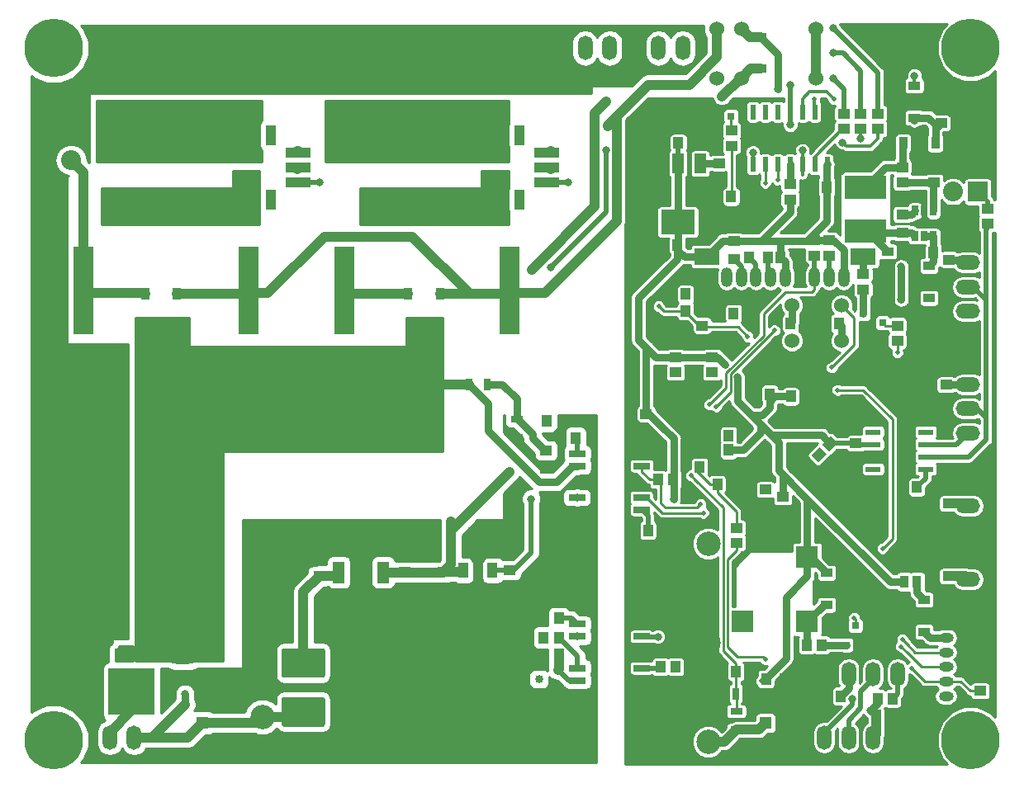
<source format=gbr>
G04 #@! TF.GenerationSoftware,KiCad,Pcbnew,(5.0.2)-1*
G04 #@! TF.CreationDate,2019-05-03T14:05:22+09:00*
G04 #@! TF.ProjectId,Electrocity_Manager,456c6563-7472-46f6-9369-74795f4d616e,rev?*
G04 #@! TF.SameCoordinates,Original*
G04 #@! TF.FileFunction,Copper,L2,Bot*
G04 #@! TF.FilePolarity,Positive*
%FSLAX46Y46*%
G04 Gerber Fmt 4.6, Leading zero omitted, Abs format (unit mm)*
G04 Created by KiCad (PCBNEW (5.0.2)-1) date 2019/05/03 14:05:22*
%MOMM*%
%LPD*%
G01*
G04 APERTURE LIST*
G04 #@! TA.AperFunction,ComponentPad*
%ADD10C,2.500000*%
G04 #@! TD*
G04 #@! TA.AperFunction,SMDPad,CuDef*
%ADD11R,1.200000X1.000000*%
G04 #@! TD*
G04 #@! TA.AperFunction,SMDPad,CuDef*
%ADD12R,1.000000X1.200000*%
G04 #@! TD*
G04 #@! TA.AperFunction,SMDPad,CuDef*
%ADD13R,4.200000X2.400000*%
G04 #@! TD*
G04 #@! TA.AperFunction,SMDPad,CuDef*
%ADD14R,1.220000X0.910000*%
G04 #@! TD*
G04 #@! TA.AperFunction,SMDPad,CuDef*
%ADD15R,2.300000X2.300000*%
G04 #@! TD*
G04 #@! TA.AperFunction,SMDPad,CuDef*
%ADD16R,0.800100X0.800100*%
G04 #@! TD*
G04 #@! TA.AperFunction,ComponentPad*
%ADD17C,6.500000*%
G04 #@! TD*
G04 #@! TA.AperFunction,SMDPad,CuDef*
%ADD18R,0.965200X1.270000*%
G04 #@! TD*
G04 #@! TA.AperFunction,SMDPad,CuDef*
%ADD19C,1.000000*%
G04 #@! TD*
G04 #@! TA.AperFunction,Conductor*
%ADD20C,0.100000*%
G04 #@! TD*
G04 #@! TA.AperFunction,ComponentPad*
%ADD21C,1.300000*%
G04 #@! TD*
G04 #@! TA.AperFunction,ComponentPad*
%ADD22R,1.300000X1.300000*%
G04 #@! TD*
G04 #@! TA.AperFunction,SMDPad,CuDef*
%ADD23R,0.910000X1.220000*%
G04 #@! TD*
G04 #@! TA.AperFunction,ComponentPad*
%ADD24R,2.032000X2.032000*%
G04 #@! TD*
G04 #@! TA.AperFunction,ComponentPad*
%ADD25O,2.032000X2.032000*%
G04 #@! TD*
G04 #@! TA.AperFunction,ComponentPad*
%ADD26O,2.500000X1.500000*%
G04 #@! TD*
G04 #@! TA.AperFunction,ComponentPad*
%ADD27O,1.500000X2.500000*%
G04 #@! TD*
G04 #@! TA.AperFunction,ComponentPad*
%ADD28C,8.500000*%
G04 #@! TD*
G04 #@! TA.AperFunction,SMDPad,CuDef*
%ADD29R,0.690880X1.000760*%
G04 #@! TD*
G04 #@! TA.AperFunction,SMDPad,CuDef*
%ADD30R,1.200000X2.000000*%
G04 #@! TD*
G04 #@! TA.AperFunction,SMDPad,CuDef*
%ADD31R,3.500000X2.500000*%
G04 #@! TD*
G04 #@! TA.AperFunction,ComponentPad*
%ADD32R,3.000000X13.000000*%
G04 #@! TD*
G04 #@! TA.AperFunction,ComponentPad*
%ADD33R,2.000000X9.000000*%
G04 #@! TD*
G04 #@! TA.AperFunction,ComponentPad*
%ADD34R,13.000000X3.000000*%
G04 #@! TD*
G04 #@! TA.AperFunction,SMDPad,CuDef*
%ADD35R,1.000000X2.000000*%
G04 #@! TD*
G04 #@! TA.AperFunction,SMDPad,CuDef*
%ADD36R,2.500000X1.000000*%
G04 #@! TD*
G04 #@! TA.AperFunction,SMDPad,CuDef*
%ADD37R,2.500000X1.800000*%
G04 #@! TD*
G04 #@! TA.AperFunction,SMDPad,CuDef*
%ADD38R,1.700000X0.650000*%
G04 #@! TD*
G04 #@! TA.AperFunction,ComponentPad*
%ADD39O,1.524000X1.000000*%
G04 #@! TD*
G04 #@! TA.AperFunction,SMDPad,CuDef*
%ADD40R,1.400000X1.270000*%
G04 #@! TD*
G04 #@! TA.AperFunction,SMDPad,CuDef*
%ADD41R,4.720000X4.800000*%
G04 #@! TD*
G04 #@! TA.AperFunction,ComponentPad*
%ADD42C,4.500880*%
G04 #@! TD*
G04 #@! TA.AperFunction,SMDPad,CuDef*
%ADD43R,0.700000X1.300000*%
G04 #@! TD*
G04 #@! TA.AperFunction,SMDPad,CuDef*
%ADD44R,1.300000X0.700000*%
G04 #@! TD*
G04 #@! TA.AperFunction,SMDPad,CuDef*
%ADD45R,1.000760X1.501140*%
G04 #@! TD*
G04 #@! TA.AperFunction,SMDPad,CuDef*
%ADD46R,1.998980X2.999740*%
G04 #@! TD*
G04 #@! TA.AperFunction,SMDPad,CuDef*
%ADD47C,0.749300*%
G04 #@! TD*
G04 #@! TA.AperFunction,SMDPad,CuDef*
%ADD48R,1.250000X1.000000*%
G04 #@! TD*
G04 #@! TA.AperFunction,SMDPad,CuDef*
%ADD49R,0.600000X1.500000*%
G04 #@! TD*
G04 #@! TA.AperFunction,ComponentPad*
%ADD50C,1.524000*%
G04 #@! TD*
G04 #@! TA.AperFunction,ComponentPad*
%ADD51O,1.200000X2.000000*%
G04 #@! TD*
G04 #@! TA.AperFunction,ComponentPad*
%ADD52R,2.600000X1.700000*%
G04 #@! TD*
G04 #@! TA.AperFunction,SMDPad,CuDef*
%ADD53R,1.550000X0.600000*%
G04 #@! TD*
G04 #@! TA.AperFunction,SMDPad,CuDef*
%ADD54R,1.200000X2.200000*%
G04 #@! TD*
G04 #@! TA.AperFunction,SMDPad,CuDef*
%ADD55R,5.800000X6.400000*%
G04 #@! TD*
G04 #@! TA.AperFunction,SMDPad,CuDef*
%ADD56C,3.025000*%
G04 #@! TD*
G04 #@! TA.AperFunction,ViaPad*
%ADD57C,6.000000*%
G04 #@! TD*
G04 #@! TA.AperFunction,ViaPad*
%ADD58C,0.800000*%
G04 #@! TD*
G04 #@! TA.AperFunction,ViaPad*
%ADD59C,0.500000*%
G04 #@! TD*
G04 #@! TA.AperFunction,Conductor*
%ADD60C,1.000000*%
G04 #@! TD*
G04 #@! TA.AperFunction,Conductor*
%ADD61C,0.800000*%
G04 #@! TD*
G04 #@! TA.AperFunction,Conductor*
%ADD62C,0.250000*%
G04 #@! TD*
G04 #@! TA.AperFunction,Conductor*
%ADD63C,0.500000*%
G04 #@! TD*
G04 #@! TA.AperFunction,Conductor*
%ADD64C,0.300000*%
G04 #@! TD*
G04 #@! TA.AperFunction,Conductor*
%ADD65C,0.254000*%
G04 #@! TD*
G04 APERTURE END LIST*
D10*
G04 #@! TO.P,U9,4*
G04 #@! TO.N,Net-(U9-Pad4)*
X118110000Y-151840000D03*
G04 #@! TO.P,U9,5*
G04 #@! TO.N,GND*
X118110000Y-162000000D03*
G04 #@! TO.P,U9,6*
G04 #@! TO.N,Net-(C35-Pad1)*
X118110000Y-172160000D03*
G04 #@! TO.P,U9,3*
G04 #@! TO.N,GNDPWR*
X72390000Y-154380000D03*
G04 #@! TO.P,U9,2*
X72390000Y-164540000D03*
G04 #@! TO.P,U9,1*
G04 #@! TO.N,/24V*
X72390000Y-169620000D03*
G04 #@! TD*
D11*
G04 #@! TO.P,C13,2*
G04 #@! TO.N,GND*
X124000000Y-148180000D03*
G04 #@! TO.P,C13,1*
G04 #@! TO.N,Net-(C13-Pad1)*
X124000000Y-146300001D03*
G04 #@! TD*
G04 #@! TO.P,C4,1*
G04 #@! TO.N,+3.3V*
X133250000Y-141550000D03*
G04 #@! TO.P,C4,2*
G04 #@! TO.N,GND*
X133250000Y-143430000D03*
G04 #@! TD*
D12*
G04 #@! TO.P,C11,1*
G04 #@! TO.N,Net-(C11-Pad1)*
X120199999Y-140750000D03*
G04 #@! TO.P,C11,2*
G04 #@! TO.N,GND*
X118320000Y-140750000D03*
G04 #@! TD*
D13*
G04 #@! TO.P,L1,2*
G04 #@! TO.N,Net-(D13-Pad1)*
X134250000Y-115250000D03*
G04 #@! TO.P,L1,1*
G04 #@! TO.N,Net-(C23-Pad1)*
X134250000Y-119750000D03*
G04 #@! TD*
D12*
G04 #@! TO.P,C19,1*
G04 #@! TO.N,+3.3V*
X125550000Y-122500000D03*
G04 #@! TO.P,C19,2*
G04 #@! TO.N,GND*
X127430000Y-122500000D03*
G04 #@! TD*
D14*
G04 #@! TO.P,D12,1*
G04 #@! TO.N,+12V*
X140750000Y-126635000D03*
G04 #@! TO.P,D12,2*
G04 #@! TO.N,Net-(C25-Pad1)*
X140750000Y-123365000D03*
G04 #@! TD*
D11*
G04 #@! TO.P,R48,1*
G04 #@! TO.N,/PC2*
X120500000Y-111030000D03*
G04 #@! TO.P,R48,2*
G04 #@! TO.N,Net-(Q7-Pad1)*
X120500000Y-109470000D03*
G04 #@! TD*
D12*
G04 #@! TO.P,C9,2*
G04 #@! TO.N,+3.3V*
X120180000Y-142250000D03*
G04 #@! TO.P,C9,1*
G04 #@! TO.N,GND*
X118300000Y-142250000D03*
G04 #@! TD*
D15*
G04 #@! TO.P,SP1,3*
G04 #@! TO.N,N/C*
X121650000Y-159850000D03*
G04 #@! TO.P,SP1,2*
G04 #@! TO.N,Net-(D9-Pad1)*
X128250000Y-159850000D03*
G04 #@! TO.P,SP1,1*
G04 #@! TO.N,+3.3V*
X128250000Y-153250000D03*
G04 #@! TD*
D11*
G04 #@! TO.P,C27,2*
G04 #@! TO.N,GND*
X111750000Y-140430000D03*
G04 #@! TO.P,C27,1*
G04 #@! TO.N,+3.3V*
X111750000Y-138550000D03*
G04 #@! TD*
D12*
G04 #@! TO.P,C44,1*
G04 #@! TO.N,/ADC12_IN8*
X120950000Y-165000000D03*
G04 #@! TO.P,C44,2*
G04 #@! TO.N,GND*
X119070000Y-165000000D03*
G04 #@! TD*
D16*
G04 #@! TO.P,Q7,1*
G04 #@! TO.N,Net-(Q7-Pad1)*
X120450000Y-108000760D03*
G04 #@! TO.P,Q7,2*
G04 #@! TO.N,GND*
X118550000Y-108000760D03*
G04 #@! TO.P,Q7,3*
G04 #@! TO.N,Net-(D25-Pad1)*
X119500000Y-106001780D03*
G04 #@! TD*
D11*
G04 #@! TO.P,R6,2*
G04 #@! TO.N,Net-(JP3-Pad1)*
X146750000Y-117470000D03*
G04 #@! TO.P,R6,1*
G04 #@! TO.N,/CAN_H*
X146750000Y-119030000D03*
G04 #@! TD*
D17*
G04 #@! TO.P,P15,1*
G04 #@! TO.N,GNDPWR*
X90250000Y-102500000D03*
G04 #@! TO.P,P15,2*
G04 #@! TO.N,FUN_Vdd*
X90250000Y-109500000D03*
G04 #@! TD*
G04 #@! TO.P,P17,2*
G04 #@! TO.N,POWER_Vdd*
X67000000Y-109500000D03*
G04 #@! TO.P,P17,1*
G04 #@! TO.N,GNDPWR*
X67000000Y-102500000D03*
G04 #@! TD*
D18*
G04 #@! TO.P,JP2,2*
G04 #@! TO.N,+3.3V*
X138250000Y-155750000D03*
G04 #@! TO.P,JP2,1*
G04 #@! TO.N,Net-(D1-Pad2)*
X139520000Y-155750000D03*
G04 #@! TD*
D19*
G04 #@! TO.P,C12,1*
G04 #@! TO.N,GND*
X131921751Y-142921751D03*
D20*
G04 #@! TD*
G04 #@! TO.N,GND*
G04 #@! TO.C,C12*
G36*
X132699568Y-142851040D02*
X131851040Y-143699568D01*
X131143934Y-142992462D01*
X131992462Y-142143934D01*
X132699568Y-142851040D01*
X132699568Y-142851040D01*
G37*
D19*
G04 #@! TO.P,C12,2*
G04 #@! TO.N,+3.3V*
X130592391Y-141592391D03*
D20*
G04 #@! TD*
G04 #@! TO.N,+3.3V*
G04 #@! TO.C,C12*
G36*
X131370208Y-141521680D02*
X130521680Y-142370208D01*
X129814574Y-141663102D01*
X130663102Y-140814574D01*
X131370208Y-141521680D01*
X131370208Y-141521680D01*
G37*
D11*
G04 #@! TO.P,C20,2*
G04 #@! TO.N,Net-(C20-Pad2)*
X120750000Y-122680000D03*
G04 #@! TO.P,C20,1*
G04 #@! TO.N,+3.3V*
X120750000Y-120800000D03*
G04 #@! TD*
G04 #@! TO.P,C23,1*
G04 #@! TO.N,Net-(C23-Pad1)*
X138000000Y-119950000D03*
G04 #@! TO.P,C23,2*
G04 #@! TO.N,Net-(C23-Pad2)*
X138000000Y-118070000D03*
G04 #@! TD*
G04 #@! TO.P,C24,1*
G04 #@! TO.N,+5V*
X119250000Y-112800000D03*
G04 #@! TO.P,C24,2*
G04 #@! TO.N,GND*
X119250000Y-114680000D03*
G04 #@! TD*
D12*
G04 #@! TO.P,C25,2*
G04 #@! TO.N,GND*
X139320000Y-122000000D03*
G04 #@! TO.P,C25,1*
G04 #@! TO.N,Net-(C25-Pad1)*
X141200000Y-122000000D03*
G04 #@! TD*
G04 #@! TO.P,C26,1*
G04 #@! TO.N,+3.3V*
X114950000Y-121250000D03*
G04 #@! TO.P,C26,2*
G04 #@! TO.N,GND*
X113070000Y-121250000D03*
G04 #@! TD*
D21*
G04 #@! TO.P,C32,2*
G04 #@! TO.N,GNDPWR*
X66250000Y-172750000D03*
D22*
G04 #@! TO.P,C32,1*
G04 #@! TO.N,/24V*
X66250000Y-170250000D03*
G04 #@! TD*
G04 #@! TO.P,C35,1*
G04 #@! TO.N,Net-(C35-Pad1)*
X124000000Y-170250000D03*
D21*
G04 #@! TO.P,C35,2*
G04 #@! TO.N,GND*
X124000000Y-172750000D03*
G04 #@! TD*
D14*
G04 #@! TO.P,D1,2*
G04 #@! TO.N,Net-(D1-Pad2)*
X140250000Y-157615000D03*
G04 #@! TO.P,D1,1*
G04 #@! TO.N,Net-(D1-Pad1)*
X140250000Y-160885000D03*
G04 #@! TD*
G04 #@! TO.P,D9,1*
G04 #@! TO.N,Net-(D9-Pad1)*
X130250000Y-158135000D03*
G04 #@! TO.P,D9,2*
G04 #@! TO.N,+3.3V*
X130250000Y-154865000D03*
G04 #@! TD*
G04 #@! TO.P,D11,2*
G04 #@! TO.N,Net-(C23-Pad1)*
X136500000Y-121865000D03*
G04 #@! TO.P,D11,1*
G04 #@! TO.N,GND*
X136500000Y-125135000D03*
G04 #@! TD*
D23*
G04 #@! TO.P,D13,2*
G04 #@! TO.N,+5V*
X141385000Y-110750000D03*
G04 #@! TO.P,D13,1*
G04 #@! TO.N,Net-(D13-Pad1)*
X138115000Y-110750000D03*
G04 #@! TD*
D24*
G04 #@! TO.P,JP3,1*
G04 #@! TO.N,Net-(JP3-Pad1)*
X145750000Y-115750000D03*
D25*
G04 #@! TO.P,JP3,2*
G04 #@! TO.N,/CAN_L*
X143210000Y-115750000D03*
G04 #@! TD*
D26*
G04 #@! TO.P,P3,4*
G04 #@! TO.N,/CAN_L*
X144750000Y-128000000D03*
G04 #@! TO.P,P3,3*
G04 #@! TO.N,/CAN_H*
X144750000Y-125500000D03*
G04 #@! TO.P,P3,2*
G04 #@! TO.N,+12V*
X144750000Y-123000000D03*
G04 #@! TO.P,P3,1*
G04 #@! TO.N,GND*
X144750000Y-120500000D03*
G04 #@! TD*
D27*
G04 #@! TO.P,P9,2*
G04 #@! TO.N,/24V*
X59250000Y-171750000D03*
G04 #@! TO.P,P9,1*
G04 #@! TO.N,Net-(D10-Pad3)*
X56750000Y-171750000D03*
G04 #@! TD*
D28*
G04 #@! TO.P,P13,1*
G04 #@! TO.N,GNDPWR*
X53250000Y-160000000D03*
G04 #@! TO.P,P13,2*
G04 #@! TO.N,+BATT*
X64250000Y-160000000D03*
G04 #@! TD*
D17*
G04 #@! TO.P,P14,2*
G04 #@! TO.N,POWER_Vdd*
X58750000Y-109500000D03*
G04 #@! TO.P,P14,1*
G04 #@! TO.N,GNDPWR*
X58750000Y-102500000D03*
G04 #@! TD*
D28*
G04 #@! TO.P,P16,2*
G04 #@! TO.N,+BATT*
X64250000Y-150000000D03*
G04 #@! TO.P,P16,1*
G04 #@! TO.N,GNDPWR*
X53250000Y-150000000D03*
G04 #@! TD*
D17*
G04 #@! TO.P,P18,1*
G04 #@! TO.N,GNDPWR*
X82000000Y-102500000D03*
G04 #@! TO.P,P18,2*
G04 #@! TO.N,FUN_Vdd*
X82000000Y-109500000D03*
G04 #@! TD*
D29*
G04 #@! TO.P,U5,6*
G04 #@! TO.N,Net-(C23-Pad1)*
X139300040Y-120300480D03*
G04 #@! TO.P,U5,5*
G04 #@! TO.N,Net-(C25-Pad1)*
X140250000Y-120300480D03*
G04 #@! TO.P,U5,4*
X141199960Y-120300480D03*
G04 #@! TO.P,U5,3*
G04 #@! TO.N,/FB*
X141199960Y-117699520D03*
G04 #@! TO.P,U5,2*
G04 #@! TO.N,GND*
X140250000Y-117699520D03*
G04 #@! TO.P,U5,1*
G04 #@! TO.N,Net-(C23-Pad2)*
X139300040Y-117699520D03*
G04 #@! TD*
D30*
G04 #@! TO.P,U7,2*
G04 #@! TO.N,+3.3V*
X115000000Y-112850000D03*
G04 #@! TO.P,U7,1*
G04 #@! TO.N,GND*
X112700000Y-112850000D03*
G04 #@! TO.P,U7,3*
G04 #@! TO.N,+5V*
X117300000Y-112850000D03*
D31*
G04 #@! TO.P,U7,2*
G04 #@! TO.N,+3.3V*
X115000000Y-118850000D03*
G04 #@! TD*
D32*
G04 #@! TO.P,U8,30*
G04 #@! TO.N,+BATT*
X62500000Y-135250000D03*
D33*
G04 #@! TO.P,U8,86*
G04 #@! TO.N,/Relay_Out*
X54050000Y-125900000D03*
G04 #@! TO.P,U8,85*
G04 #@! TO.N,/Coil*
X70950000Y-125900000D03*
D34*
G04 #@! TO.P,U8,87*
G04 #@! TO.N,Net-(U11-Pad5)*
X62500000Y-117500000D03*
G04 #@! TD*
G04 #@! TO.P,U12,87*
G04 #@! TO.N,Net-(U12-Pad87)*
X89250000Y-117500000D03*
D33*
G04 #@! TO.P,U12,85*
G04 #@! TO.N,/Coil*
X97700000Y-125900000D03*
G04 #@! TO.P,U12,86*
G04 #@! TO.N,/Relay_Out*
X80800000Y-125900000D03*
D32*
G04 #@! TO.P,U12,30*
G04 #@! TO.N,+BATT*
X89250000Y-135250000D03*
G04 #@! TD*
D35*
G04 #@! TO.P,U14,*
G04 #@! TO.N,*
X98750000Y-116550000D03*
X98750000Y-109950000D03*
D36*
G04 #@! TO.P,U14,3*
G04 #@! TO.N,Net-(R44-Pad2)*
X101550000Y-114750000D03*
G04 #@! TO.P,U14,2*
G04 #@! TO.N,GND*
X101550000Y-113250000D03*
G04 #@! TO.P,U14,1*
G04 #@! TO.N,+3.3V*
X101550000Y-111750000D03*
D37*
G04 #@! TO.P,U14,5*
G04 #@! TO.N,Net-(U12-Pad87)*
X96050000Y-114750000D03*
G04 #@! TO.P,U14,6*
G04 #@! TO.N,FUN_Vdd*
X96050000Y-111750000D03*
G04 #@! TD*
D38*
G04 #@! TO.P,IC2,1*
G04 #@! TO.N,Net-(IC2-Pad1)*
X111300000Y-164615000D03*
G04 #@! TO.P,IC2,2*
G04 #@! TO.N,GND*
X111300000Y-165885000D03*
G04 #@! TO.P,IC2,3*
G04 #@! TO.N,Net-(IC2-Pad3)*
X104700000Y-165885000D03*
G04 #@! TO.P,IC2,4*
G04 #@! TO.N,Net-(IC2-Pad4)*
X104700000Y-164615000D03*
G04 #@! TD*
G04 #@! TO.P,IC3,4*
G04 #@! TO.N,/Relay_state*
X111300000Y-161385000D03*
G04 #@! TO.P,IC3,3*
G04 #@! TO.N,GND*
X111300000Y-160115000D03*
G04 #@! TO.P,IC3,2*
G04 #@! TO.N,Net-(IC3-Pad2)*
X104700000Y-160115000D03*
G04 #@! TO.P,IC3,1*
G04 #@! TO.N,/Coil*
X104700000Y-161385000D03*
G04 #@! TD*
G04 #@! TO.P,IC4,4*
G04 #@! TO.N,Net-(IC4-Pad4)*
X104660000Y-147115000D03*
G04 #@! TO.P,IC4,3*
G04 #@! TO.N,GNDPWR*
X104660000Y-148385000D03*
G04 #@! TO.P,IC4,2*
G04 #@! TO.N,Net-(IC4-Pad2)*
X111260000Y-148385000D03*
G04 #@! TO.P,IC4,1*
G04 #@! TO.N,/PB15*
X111260000Y-147115000D03*
G04 #@! TD*
D39*
G04 #@! TO.P,P1,1*
G04 #@! TO.N,GND*
X142500000Y-160000000D03*
G04 #@! TO.P,P1,2*
G04 #@! TO.N,Net-(D1-Pad1)*
X142500000Y-161500000D03*
G04 #@! TO.P,P1,3*
G04 #@! TO.N,/SWCLK*
X142500000Y-163000000D03*
G04 #@! TO.P,P1,4*
G04 #@! TO.N,/SWDIO*
X142500000Y-164500000D03*
G04 #@! TO.P,P1,5*
G04 #@! TO.N,/~NRST*
X142500000Y-166000000D03*
G04 #@! TO.P,P1,6*
G04 #@! TO.N,Net-(P1-Pad6)*
X142500000Y-167500000D03*
G04 #@! TD*
D11*
G04 #@! TO.P,C2,1*
G04 #@! TO.N,+12V*
X142500000Y-135550000D03*
G04 #@! TO.P,C2,2*
G04 #@! TO.N,GND*
X142500000Y-137430000D03*
G04 #@! TD*
G04 #@! TO.P,C3,1*
G04 #@! TO.N,/~NRST*
X146000000Y-166950000D03*
G04 #@! TO.P,C3,2*
G04 #@! TO.N,GND*
X146000000Y-165070000D03*
G04 #@! TD*
G04 #@! TO.P,C6,2*
G04 #@! TO.N,GND*
X142750000Y-120820000D03*
G04 #@! TO.P,C6,1*
G04 #@! TO.N,+12V*
X142750000Y-122700000D03*
G04 #@! TD*
D12*
G04 #@! TO.P,C7,2*
G04 #@! TO.N,GND*
X137180000Y-169500000D03*
G04 #@! TO.P,C7,1*
G04 #@! TO.N,+12V*
X135300000Y-169500000D03*
G04 #@! TD*
G04 #@! TO.P,C8,1*
G04 #@! TO.N,GND*
X122550000Y-136500000D03*
G04 #@! TO.P,C8,2*
G04 #@! TO.N,+3.3V*
X124430000Y-136500000D03*
G04 #@! TD*
D11*
G04 #@! TO.P,C10,2*
G04 #@! TO.N,+3.3V*
X125750000Y-147070000D03*
G04 #@! TO.P,C10,1*
G04 #@! TO.N,GND*
X125750000Y-148950000D03*
G04 #@! TD*
D12*
G04 #@! TO.P,C14,2*
G04 #@! TO.N,GND*
X129820000Y-167500000D03*
G04 #@! TO.P,C14,1*
G04 #@! TO.N,+12V*
X131700000Y-167500000D03*
G04 #@! TD*
G04 #@! TO.P,C15,2*
G04 #@! TO.N,+3.3V*
X126570000Y-136750000D03*
G04 #@! TO.P,C15,1*
G04 #@! TO.N,GND*
X128450000Y-136750000D03*
G04 #@! TD*
D11*
G04 #@! TO.P,C16,2*
G04 #@! TO.N,GND*
X142750000Y-153320000D03*
G04 #@! TO.P,C16,1*
G04 #@! TO.N,+12V*
X142750000Y-155200000D03*
G04 #@! TD*
G04 #@! TO.P,C17,1*
G04 #@! TO.N,+12V*
X142750000Y-147750000D03*
G04 #@! TO.P,C17,2*
G04 #@! TO.N,GND*
X142750000Y-145870000D03*
G04 #@! TD*
D12*
G04 #@! TO.P,C18,1*
G04 #@! TO.N,GND*
X128370000Y-115250000D03*
G04 #@! TO.P,C18,2*
G04 #@! TO.N,+3.3V*
X130250000Y-115250000D03*
G04 #@! TD*
G04 #@! TO.P,C21,2*
G04 #@! TO.N,Net-(C21-Pad2)*
X122320000Y-122500000D03*
G04 #@! TO.P,C21,1*
G04 #@! TO.N,Net-(C21-Pad1)*
X124200000Y-122500000D03*
G04 #@! TD*
D11*
G04 #@! TO.P,C29,2*
G04 #@! TO.N,GND*
X142000000Y-106820000D03*
G04 #@! TO.P,C29,1*
G04 #@! TO.N,+5V*
X142000000Y-108700000D03*
G04 #@! TD*
D12*
G04 #@! TO.P,C33,2*
G04 #@! TO.N,GND*
X117680000Y-128000000D03*
G04 #@! TO.P,C33,1*
G04 #@! TO.N,/ADC12_IN1*
X115800000Y-128000000D03*
G04 #@! TD*
D11*
G04 #@! TO.P,C38,1*
G04 #@! TO.N,/Voltage*
X101500000Y-142300000D03*
G04 #@! TO.P,C38,2*
G04 #@! TO.N,GNDPWR*
X101500000Y-144180000D03*
G04 #@! TD*
D12*
G04 #@! TO.P,C39,1*
G04 #@! TO.N,/ADC12_IN2*
X115800000Y-126250000D03*
G04 #@! TO.P,C39,2*
G04 #@! TO.N,GND*
X117680000Y-126250000D03*
G04 #@! TD*
G04 #@! TO.P,C41,2*
G04 #@! TO.N,GND*
X125930000Y-165750000D03*
G04 #@! TO.P,C41,1*
G04 #@! TO.N,+3.3V*
X124050000Y-165750000D03*
G04 #@! TD*
G04 #@! TO.P,C42,1*
G04 #@! TO.N,/ADC12_IN9*
X119050000Y-145750000D03*
G04 #@! TO.P,C42,2*
G04 #@! TO.N,GND*
X120930000Y-145750000D03*
G04 #@! TD*
D11*
G04 #@! TO.P,C43,1*
G04 #@! TO.N,GNDPWR*
X97750000Y-156450000D03*
G04 #@! TO.P,C43,2*
G04 #@! TO.N,3V3*
X97750000Y-154570000D03*
G04 #@! TD*
D40*
G04 #@! TO.P,D10,1*
G04 #@! TO.N,+BATT*
X60040000Y-163235000D03*
D41*
G04 #@! TO.P,D10,3*
G04 #@! TO.N,Net-(D10-Pad3)*
X59000000Y-167040000D03*
D40*
G04 #@! TO.P,D10,2*
G04 #@! TO.N,+BATT*
X57960000Y-163235000D03*
G04 #@! TD*
D24*
G04 #@! TO.P,JP1,1*
G04 #@! TO.N,GNDPWR*
X50250000Y-112500000D03*
D25*
G04 #@! TO.P,JP1,2*
G04 #@! TO.N,/Relay_Out*
X52790000Y-112500000D03*
G04 #@! TD*
D27*
G04 #@! TO.P,P5,4*
G04 #@! TO.N,/Relay_state*
X137500000Y-165250000D03*
G04 #@! TO.P,P5,3*
G04 #@! TO.N,/Fource_shutdown*
X135000000Y-165250000D03*
G04 #@! TO.P,P5,2*
G04 #@! TO.N,+12V*
X132500000Y-165250000D03*
G04 #@! TO.P,P5,1*
G04 #@! TO.N,GND*
X130000000Y-165250000D03*
G04 #@! TD*
D26*
G04 #@! TO.P,P6,1*
G04 #@! TO.N,GND*
X144750000Y-153000000D03*
G04 #@! TO.P,P6,2*
G04 #@! TO.N,+12V*
X144750000Y-155500000D03*
G04 #@! TD*
G04 #@! TO.P,P7,2*
G04 #@! TO.N,+12V*
X144750000Y-148000000D03*
G04 #@! TO.P,P7,1*
G04 #@! TO.N,GND*
X144750000Y-145500000D03*
G04 #@! TD*
D27*
G04 #@! TO.P,P10,2*
G04 #@! TO.N,Net-(P10-Pad2)*
X108000000Y-101000000D03*
G04 #@! TO.P,P10,1*
G04 #@! TO.N,+12C*
X105500000Y-101000000D03*
G04 #@! TD*
G04 #@! TO.P,P11,1*
G04 #@! TO.N,Net-(P10-Pad2)*
X113000000Y-101000000D03*
G04 #@! TO.P,P11,2*
G04 #@! TO.N,Net-(P11-Pad2)*
X115500000Y-101000000D03*
G04 #@! TD*
D42*
G04 #@! TO.P,P12,1*
G04 #@! TO.N,GNDPWR*
X99000000Y-101500000D03*
G04 #@! TD*
D16*
G04 #@! TO.P,Q1,1*
G04 #@! TO.N,Net-(IC2-Pad3)*
X102750760Y-164800000D03*
G04 #@! TO.P,Q1,2*
G04 #@! TO.N,GNDPWR*
X102750760Y-166700000D03*
G04 #@! TO.P,Q1,3*
G04 #@! TO.N,/Relay_Out*
X100751780Y-165750000D03*
G04 #@! TD*
G04 #@! TO.P,Q2,3*
G04 #@! TO.N,Net-(Q2-Pad3)*
X132250000Y-162248220D03*
G04 #@! TO.P,Q2,2*
G04 #@! TO.N,GND*
X131300000Y-160249240D03*
G04 #@! TO.P,Q2,1*
G04 #@! TO.N,Net-(Q2-Pad1)*
X133200000Y-160249240D03*
G04 #@! TD*
G04 #@! TO.P,Q3,1*
G04 #@! TO.N,Net-(Q3-Pad1)*
X136000760Y-129200000D03*
G04 #@! TO.P,Q3,2*
G04 #@! TO.N,GND*
X136000760Y-127300000D03*
G04 #@! TO.P,Q3,3*
G04 #@! TO.N,Net-(Q3-Pad3)*
X134001780Y-128250000D03*
G04 #@! TD*
D12*
G04 #@! TO.P,R7,1*
G04 #@! TO.N,GNDPWR*
X101220000Y-163250000D03*
G04 #@! TO.P,R7,2*
G04 #@! TO.N,Net-(IC2-Pad3)*
X102780000Y-163250000D03*
G04 #@! TD*
D19*
G04 #@! TO.P,R8,2*
G04 #@! TO.N,GND*
X130551543Y-143801543D03*
D20*
G04 #@! TD*
G04 #@! TO.N,GND*
G04 #@! TO.C,R8*
G36*
X129773726Y-143872254D02*
X130622254Y-143023726D01*
X131329360Y-143730832D01*
X130480832Y-144579360D01*
X129773726Y-143872254D01*
X129773726Y-143872254D01*
G37*
D19*
G04 #@! TO.P,R8,1*
G04 #@! TO.N,Net-(R8-Pad1)*
X129448457Y-142698457D03*
D20*
G04 #@! TD*
G04 #@! TO.N,Net-(R8-Pad1)*
G04 #@! TO.C,R8*
G36*
X128670640Y-142769168D02*
X129519168Y-141920640D01*
X130226274Y-142627746D01*
X129377746Y-143476274D01*
X128670640Y-142769168D01*
X128670640Y-142769168D01*
G37*
D12*
G04 #@! TO.P,R9,2*
G04 #@! TO.N,Net-(IC2-Pad4)*
X102780000Y-161500000D03*
G04 #@! TO.P,R9,1*
G04 #@! TO.N,/MAIN_SW_Vdd*
X101220000Y-161500000D03*
G04 #@! TD*
G04 #@! TO.P,R11,1*
G04 #@! TO.N,GNDPWR*
X101220000Y-159500000D03*
G04 #@! TO.P,R11,2*
G04 #@! TO.N,Net-(IC3-Pad2)*
X102780000Y-159500000D03*
G04 #@! TD*
G04 #@! TO.P,R12,2*
G04 #@! TO.N,GND*
X137940000Y-146060000D03*
G04 #@! TO.P,R12,1*
G04 #@! TO.N,Net-(R12-Pad1)*
X139500000Y-146060000D03*
G04 #@! TD*
G04 #@! TO.P,R15,2*
G04 #@! TO.N,/Fource_shutdown*
X114780000Y-164500000D03*
G04 #@! TO.P,R15,1*
G04 #@! TO.N,Net-(IC2-Pad1)*
X113220000Y-164500000D03*
G04 #@! TD*
G04 #@! TO.P,R17,2*
G04 #@! TO.N,+12V*
X135470000Y-167750000D03*
G04 #@! TO.P,R17,1*
G04 #@! TO.N,/Relay_state*
X137030000Y-167750000D03*
G04 #@! TD*
G04 #@! TO.P,R24,1*
G04 #@! TO.N,Net-(Q2-Pad3)*
X129780000Y-162250000D03*
G04 #@! TO.P,R24,2*
G04 #@! TO.N,Net-(D9-Pad1)*
X128220000Y-162250000D03*
G04 #@! TD*
G04 #@! TO.P,R25,1*
G04 #@! TO.N,GND*
X113500000Y-150500000D03*
G04 #@! TO.P,R25,2*
G04 #@! TO.N,Net-(IC4-Pad2)*
X111940000Y-150500000D03*
G04 #@! TD*
D11*
G04 #@! TO.P,R26,2*
G04 #@! TO.N,+3.3V*
X130500000Y-120720000D03*
G04 #@! TO.P,R26,1*
G04 #@! TO.N,/I2C2_SCL*
X130500000Y-122280000D03*
G04 #@! TD*
G04 #@! TO.P,R27,1*
G04 #@! TO.N,/I2C2_SDA*
X129000000Y-122280000D03*
G04 #@! TO.P,R27,2*
G04 #@! TO.N,+3.3V*
X129000000Y-120720000D03*
G04 #@! TD*
G04 #@! TO.P,R28,2*
G04 #@! TO.N,/PC13*
X137500000Y-131030000D03*
G04 #@! TO.P,R28,1*
G04 #@! TO.N,Net-(Q3-Pad1)*
X137500000Y-129470000D03*
G04 #@! TD*
G04 #@! TO.P,R29,2*
G04 #@! TO.N,Net-(R29-Pad2)*
X134000000Y-124220000D03*
G04 #@! TO.P,R29,1*
G04 #@! TO.N,Net-(Q3-Pad3)*
X134000000Y-125780000D03*
G04 #@! TD*
G04 #@! TO.P,R31,2*
G04 #@! TO.N,Net-(D13-Pad1)*
X138000000Y-113220000D03*
G04 #@! TO.P,R31,1*
G04 #@! TO.N,/FB*
X138000000Y-114780000D03*
G04 #@! TD*
G04 #@! TO.P,R32,1*
G04 #@! TO.N,GND*
X141250000Y-113220000D03*
G04 #@! TO.P,R32,2*
G04 #@! TO.N,/FB*
X141250000Y-114780000D03*
G04 #@! TD*
G04 #@! TO.P,R47,1*
G04 #@! TO.N,/ADC12_IN9*
X121000000Y-150220000D03*
G04 #@! TO.P,R47,2*
G04 #@! TO.N,Net-(R47-Pad2)*
X121000000Y-151780000D03*
G04 #@! TD*
D35*
G04 #@! TO.P,U11,*
G04 #@! TO.N,*
X73250000Y-116550000D03*
X73250000Y-109950000D03*
D36*
G04 #@! TO.P,U11,3*
G04 #@! TO.N,Net-(R40-Pad2)*
X76050000Y-114750000D03*
G04 #@! TO.P,U11,2*
G04 #@! TO.N,GND*
X76050000Y-113250000D03*
G04 #@! TO.P,U11,1*
G04 #@! TO.N,+3.3V*
X76050000Y-111750000D03*
D37*
G04 #@! TO.P,U11,5*
G04 #@! TO.N,Net-(U11-Pad5)*
X70550000Y-114750000D03*
G04 #@! TO.P,U11,6*
G04 #@! TO.N,POWER_Vdd*
X70550000Y-111750000D03*
G04 #@! TD*
D26*
G04 #@! TO.P,P2,4*
G04 #@! TO.N,/CAN_L*
X144750000Y-140500000D03*
G04 #@! TO.P,P2,3*
G04 #@! TO.N,/CAN_H*
X144750000Y-138000000D03*
G04 #@! TO.P,P2,2*
G04 #@! TO.N,+12V*
X144750000Y-135500000D03*
G04 #@! TO.P,P2,1*
G04 #@! TO.N,GND*
X144750000Y-133000000D03*
G04 #@! TD*
D12*
G04 #@! TO.P,C22,1*
G04 #@! TO.N,GNDPWR*
X103450000Y-139250000D03*
G04 #@! TO.P,C22,2*
G04 #@! TO.N,3V3*
X101570000Y-139250000D03*
G04 #@! TD*
D23*
G04 #@! TO.P,D22,2*
G04 #@! TO.N,/Coil*
X63635000Y-126250000D03*
G04 #@! TO.P,D22,1*
G04 #@! TO.N,/Relay_Out*
X60365000Y-126250000D03*
G04 #@! TD*
G04 #@! TO.P,D23,1*
G04 #@! TO.N,/Relay_Out*
X87365000Y-126250000D03*
G04 #@! TO.P,D23,2*
G04 #@! TO.N,/Coil*
X90635000Y-126250000D03*
G04 #@! TD*
D43*
G04 #@! TO.P,R45,2*
G04 #@! TO.N,+BATT*
X93550000Y-135500000D03*
G04 #@! TO.P,R45,1*
G04 #@! TO.N,/Voltage*
X95450000Y-135500000D03*
G04 #@! TD*
D44*
G04 #@! TO.P,R46,1*
G04 #@! TO.N,GNDPWR*
X98500000Y-140950000D03*
G04 #@! TO.P,R46,2*
G04 #@! TO.N,/Voltage*
X98500000Y-139050000D03*
G04 #@! TD*
D45*
G04 #@! TO.P,U15,1*
G04 #@! TO.N,3V3*
X96001140Y-154602360D03*
G04 #@! TO.P,U15,2*
G04 #@! TO.N,GNDPWR*
X94500000Y-154602360D03*
G04 #@! TO.P,U15,3*
G04 #@! TO.N,+12C*
X92998860Y-154602360D03*
D46*
G04 #@! TO.P,U15,2*
G04 #@! TO.N,GNDPWR*
X94500000Y-151650880D03*
D47*
X94500000Y-153500000D03*
D20*
G04 #@! TD*
G04 #@! TO.N,GNDPWR*
G04 #@! TO.C,U15*
G36*
X93999620Y-153874650D02*
X93499240Y-153125350D01*
X95500760Y-153125350D01*
X95000380Y-153874650D01*
X93999620Y-153874650D01*
X93999620Y-153874650D01*
G37*
D48*
G04 #@! TO.P,C37,1*
G04 #@! TO.N,GNDPWR*
X91000000Y-156750000D03*
G04 #@! TO.P,C37,2*
G04 #@! TO.N,+12C*
X91000000Y-154750000D03*
G04 #@! TD*
D44*
G04 #@! TO.P,R52,2*
G04 #@! TO.N,Net-(C35-Pad1)*
X121000000Y-170950000D03*
G04 #@! TO.P,R52,1*
G04 #@! TO.N,/ADC12_IN8*
X121000000Y-169050000D03*
G04 #@! TD*
D27*
G04 #@! TO.P,P4,4*
G04 #@! TO.N,/Relay_state*
X130000000Y-171750000D03*
G04 #@! TO.P,P4,3*
G04 #@! TO.N,/Fource_shutdown*
X132500000Y-171750000D03*
G04 #@! TO.P,P4,2*
G04 #@! TO.N,+12V*
X135000000Y-171750000D03*
G04 #@! TO.P,P4,1*
G04 #@! TO.N,GND*
X137500000Y-171750000D03*
G04 #@! TD*
D12*
G04 #@! TO.P,C47,2*
G04 #@! TO.N,GND*
X129620000Y-129250000D03*
G04 #@! TO.P,C47,1*
G04 #@! TO.N,+5V*
X131500000Y-129250000D03*
G04 #@! TD*
G04 #@! TO.P,C48,2*
G04 #@! TO.N,GND*
X128430000Y-129250000D03*
G04 #@! TO.P,C48,1*
G04 #@! TO.N,+5V*
X126550000Y-129250000D03*
G04 #@! TD*
D14*
G04 #@! TO.P,D25,1*
G04 #@! TO.N,Net-(D25-Pad1)*
X123500000Y-103135000D03*
G04 #@! TO.P,D25,2*
G04 #@! TO.N,+5V*
X123500000Y-99865000D03*
G04 #@! TD*
D12*
G04 #@! TO.P,R18,1*
G04 #@! TO.N,GND*
X122030000Y-116250000D03*
G04 #@! TO.P,R18,2*
G04 #@! TO.N,/PC2*
X120470000Y-116250000D03*
G04 #@! TD*
D14*
G04 #@! TO.P,D29,1*
G04 #@! TO.N,Net-(D29-Pad1)*
X139250000Y-104865000D03*
G04 #@! TO.P,D29,2*
G04 #@! TO.N,+5V*
X139250000Y-108135000D03*
G04 #@! TD*
D11*
G04 #@! TO.P,R19,1*
G04 #@! TO.N,Net-(D26-Pad2)*
X132000000Y-107720000D03*
G04 #@! TO.P,R19,2*
G04 #@! TO.N,Net-(R19-Pad2)*
X132000000Y-109280000D03*
G04 #@! TD*
G04 #@! TO.P,R51,2*
G04 #@! TO.N,Net-(R51-Pad2)*
X133750000Y-109280000D03*
G04 #@! TO.P,R51,1*
G04 #@! TO.N,Net-(D27-Pad2)*
X133750000Y-107720000D03*
G04 #@! TD*
G04 #@! TO.P,R58,1*
G04 #@! TO.N,Net-(D28-Pad2)*
X135500000Y-107720000D03*
G04 #@! TO.P,R58,2*
G04 #@! TO.N,Net-(R58-Pad2)*
X135500000Y-109280000D03*
G04 #@! TD*
G04 #@! TO.P,R59,2*
G04 #@! TO.N,Net-(R59-Pad2)*
X126500000Y-114970000D03*
G04 #@! TO.P,R59,1*
G04 #@! TO.N,+3.3V*
X126500000Y-116530000D03*
G04 #@! TD*
D49*
G04 #@! TO.P,U19,1*
G04 #@! TO.N,+3.3V*
X130310000Y-112950000D03*
G04 #@! TO.P,U19,2*
G04 #@! TO.N,Net-(R19-Pad2)*
X129040000Y-112950000D03*
G04 #@! TO.P,U19,3*
G04 #@! TO.N,Net-(R51-Pad2)*
X127770000Y-112950000D03*
G04 #@! TO.P,U19,4*
G04 #@! TO.N,Net-(R59-Pad2)*
X126500000Y-112950000D03*
G04 #@! TO.P,U19,5*
G04 #@! TO.N,/USART1_TX*
X125230000Y-112950000D03*
G04 #@! TO.P,U19,6*
G04 #@! TO.N,/USART1_RX*
X123960000Y-112950000D03*
G04 #@! TO.P,U19,7*
G04 #@! TO.N,Net-(R58-Pad2)*
X122690000Y-112950000D03*
G04 #@! TO.P,U19,8*
G04 #@! TO.N,Net-(U19-Pad8)*
X122690000Y-107550000D03*
G04 #@! TO.P,U19,9*
G04 #@! TO.N,Net-(U19-Pad9)*
X123960000Y-107550000D03*
G04 #@! TO.P,U19,10*
G04 #@! TO.N,Net-(U19-Pad10)*
X125230000Y-107550000D03*
G04 #@! TO.P,U19,11*
G04 #@! TO.N,+3.3V*
X126500000Y-107550000D03*
G04 #@! TO.P,U19,12*
G04 #@! TO.N,/D-*
X127770000Y-107550000D03*
G04 #@! TO.P,U19,13*
G04 #@! TO.N,/D+*
X129040000Y-107550000D03*
G04 #@! TO.P,U19,14*
G04 #@! TO.N,GND*
X130310000Y-107550000D03*
G04 #@! TD*
D50*
G04 #@! TO.P,U22,1*
G04 #@! TO.N,Net-(P11-Pad2)*
X129160000Y-99000000D03*
X129160000Y-104080000D03*
G04 #@! TO.P,U22,5*
G04 #@! TO.N,+5V*
X121540000Y-99000000D03*
G04 #@! TO.P,U22,2*
G04 #@! TO.N,Net-(D25-Pad1)*
X121540000Y-104080000D03*
G04 #@! TO.P,U22,3*
G04 #@! TO.N,Net-(U22-Pad3)*
X119000000Y-104080000D03*
G04 #@! TO.P,U22,4*
G04 #@! TO.N,/Coil*
X119000000Y-99000000D03*
G04 #@! TD*
G04 #@! TO.P,U20,3*
G04 #@! TO.N,+5V*
X131790000Y-131000000D03*
G04 #@! TO.P,U20,2*
G04 #@! TO.N,GND*
X129250000Y-131000000D03*
G04 #@! TO.P,U20,1*
G04 #@! TO.N,/PC1*
X126710000Y-131000000D03*
G04 #@! TD*
G04 #@! TO.P,U21,1*
G04 #@! TO.N,/PC0*
X131790000Y-127400000D03*
G04 #@! TO.P,U21,2*
G04 #@! TO.N,GND*
X129250000Y-127400000D03*
G04 #@! TO.P,U21,3*
G04 #@! TO.N,+5V*
X126710000Y-127400000D03*
G04 #@! TD*
D12*
G04 #@! TO.P,C49,1*
G04 #@! TO.N,+3.3V*
X115050000Y-110750000D03*
G04 #@! TO.P,C49,2*
G04 #@! TO.N,GND*
X116930000Y-110750000D03*
G04 #@! TD*
D43*
G04 #@! TO.P,R53,2*
G04 #@! TO.N,/ADC12_IN8*
X120950000Y-167250000D03*
G04 #@! TO.P,R53,1*
G04 #@! TO.N,GND*
X119050000Y-167250000D03*
G04 #@! TD*
D11*
G04 #@! TO.P,R22,2*
G04 #@! TO.N,/PC5*
X114750000Y-134280000D03*
G04 #@! TO.P,R22,1*
G04 #@! TO.N,+3.3V*
X114750000Y-132720000D03*
G04 #@! TD*
G04 #@! TO.P,R23,1*
G04 #@! TO.N,+3.3V*
X118500000Y-132720000D03*
G04 #@! TO.P,R23,2*
G04 #@! TO.N,/PC4*
X118500000Y-134280000D03*
G04 #@! TD*
D51*
G04 #@! TO.P,U4,9*
G04 #@! TO.N,+3.3V*
X132000000Y-124500000D03*
G04 #@! TO.P,U4,8*
G04 #@! TO.N,/I2C2_SCL*
X130500000Y-124500000D03*
G04 #@! TO.P,U4,7*
G04 #@! TO.N,/I2C2_SDA*
X129000000Y-124500000D03*
G04 #@! TO.P,U4,6*
G04 #@! TO.N,GND*
X127500000Y-124500000D03*
G04 #@! TO.P,U4,5*
G04 #@! TO.N,+3.3V*
X126000000Y-124500000D03*
G04 #@! TO.P,U4,4*
G04 #@! TO.N,Net-(C21-Pad1)*
X124500000Y-124500000D03*
G04 #@! TO.P,U4,3*
G04 #@! TO.N,Net-(C21-Pad2)*
X123000000Y-124500000D03*
G04 #@! TO.P,U4,2*
G04 #@! TO.N,Net-(C20-Pad2)*
X121500000Y-124500000D03*
G04 #@! TO.P,U4,1*
G04 #@! TO.N,Net-(U4-Pad1)*
X120000000Y-124500000D03*
D52*
G04 #@! TO.P,U4,11*
G04 #@! TO.N,Net-(R29-Pad2)*
X134000000Y-122400000D03*
G04 #@! TO.P,U4,10*
G04 #@! TO.N,+3.3V*
X118000000Y-122400000D03*
G04 #@! TD*
D53*
G04 #@! TO.P,U1,1*
G04 #@! TO.N,/CAN1_TX*
X135020000Y-144215000D03*
G04 #@! TO.P,U1,2*
G04 #@! TO.N,GND*
X135020000Y-142945000D03*
G04 #@! TO.P,U1,3*
G04 #@! TO.N,+3.3V*
X135020000Y-141675000D03*
G04 #@! TO.P,U1,4*
G04 #@! TO.N,/CAN1_RX*
X135020000Y-140405000D03*
G04 #@! TO.P,U1,5*
G04 #@! TO.N,Net-(U1-Pad5)*
X140420000Y-140405000D03*
G04 #@! TO.P,U1,6*
G04 #@! TO.N,/CAN_L*
X140420000Y-141675000D03*
G04 #@! TO.P,U1,7*
G04 #@! TO.N,/CAN_H*
X140420000Y-142945000D03*
G04 #@! TO.P,U1,8*
G04 #@! TO.N,Net-(R12-Pad1)*
X140420000Y-144215000D03*
G04 #@! TD*
D54*
G04 #@! TO.P,U10,1*
G04 #@! TO.N,Net-(C30-Pad1)*
X80220000Y-154800000D03*
G04 #@! TO.P,U10,3*
G04 #@! TO.N,+12C*
X84780000Y-154800000D03*
D55*
G04 #@! TO.P,U10,2*
G04 #@! TO.N,GNDPWR*
X82500000Y-161100000D03*
G04 #@! TD*
D20*
G04 #@! TO.N,Net-(C30-Pad1)*
G04 #@! TO.C,R41*
G36*
X78599503Y-162576204D02*
X78623772Y-162579804D01*
X78647570Y-162585765D01*
X78670670Y-162594030D01*
X78692849Y-162604520D01*
X78713892Y-162617133D01*
X78733598Y-162631748D01*
X78751776Y-162648224D01*
X78768252Y-162666402D01*
X78782867Y-162686108D01*
X78795480Y-162707151D01*
X78805970Y-162729330D01*
X78814235Y-162752430D01*
X78820196Y-162776228D01*
X78823796Y-162800497D01*
X78825000Y-162825001D01*
X78825000Y-165349999D01*
X78823796Y-165374503D01*
X78820196Y-165398772D01*
X78814235Y-165422570D01*
X78805970Y-165445670D01*
X78795480Y-165467849D01*
X78782867Y-165488892D01*
X78768252Y-165508598D01*
X78751776Y-165526776D01*
X78733598Y-165543252D01*
X78713892Y-165557867D01*
X78692849Y-165570480D01*
X78670670Y-165580970D01*
X78647570Y-165589235D01*
X78623772Y-165595196D01*
X78599503Y-165598796D01*
X78574999Y-165600000D01*
X74625001Y-165600000D01*
X74600497Y-165598796D01*
X74576228Y-165595196D01*
X74552430Y-165589235D01*
X74529330Y-165580970D01*
X74507151Y-165570480D01*
X74486108Y-165557867D01*
X74466402Y-165543252D01*
X74448224Y-165526776D01*
X74431748Y-165508598D01*
X74417133Y-165488892D01*
X74404520Y-165467849D01*
X74394030Y-165445670D01*
X74385765Y-165422570D01*
X74379804Y-165398772D01*
X74376204Y-165374503D01*
X74375000Y-165349999D01*
X74375000Y-162825001D01*
X74376204Y-162800497D01*
X74379804Y-162776228D01*
X74385765Y-162752430D01*
X74394030Y-162729330D01*
X74404520Y-162707151D01*
X74417133Y-162686108D01*
X74431748Y-162666402D01*
X74448224Y-162648224D01*
X74466402Y-162631748D01*
X74486108Y-162617133D01*
X74507151Y-162604520D01*
X74529330Y-162594030D01*
X74552430Y-162585765D01*
X74576228Y-162579804D01*
X74600497Y-162576204D01*
X74625001Y-162575000D01*
X78574999Y-162575000D01*
X78599503Y-162576204D01*
X78599503Y-162576204D01*
G37*
D56*
G04 #@! TD*
G04 #@! TO.P,R41,1*
G04 #@! TO.N,Net-(C30-Pad1)*
X76600000Y-164087500D03*
D20*
G04 #@! TO.N,/24V*
G04 #@! TO.C,R41*
G36*
X78599503Y-167601204D02*
X78623772Y-167604804D01*
X78647570Y-167610765D01*
X78670670Y-167619030D01*
X78692849Y-167629520D01*
X78713892Y-167642133D01*
X78733598Y-167656748D01*
X78751776Y-167673224D01*
X78768252Y-167691402D01*
X78782867Y-167711108D01*
X78795480Y-167732151D01*
X78805970Y-167754330D01*
X78814235Y-167777430D01*
X78820196Y-167801228D01*
X78823796Y-167825497D01*
X78825000Y-167850001D01*
X78825000Y-170374999D01*
X78823796Y-170399503D01*
X78820196Y-170423772D01*
X78814235Y-170447570D01*
X78805970Y-170470670D01*
X78795480Y-170492849D01*
X78782867Y-170513892D01*
X78768252Y-170533598D01*
X78751776Y-170551776D01*
X78733598Y-170568252D01*
X78713892Y-170582867D01*
X78692849Y-170595480D01*
X78670670Y-170605970D01*
X78647570Y-170614235D01*
X78623772Y-170620196D01*
X78599503Y-170623796D01*
X78574999Y-170625000D01*
X74625001Y-170625000D01*
X74600497Y-170623796D01*
X74576228Y-170620196D01*
X74552430Y-170614235D01*
X74529330Y-170605970D01*
X74507151Y-170595480D01*
X74486108Y-170582867D01*
X74466402Y-170568252D01*
X74448224Y-170551776D01*
X74431748Y-170533598D01*
X74417133Y-170513892D01*
X74404520Y-170492849D01*
X74394030Y-170470670D01*
X74385765Y-170447570D01*
X74379804Y-170423772D01*
X74376204Y-170399503D01*
X74375000Y-170374999D01*
X74375000Y-167850001D01*
X74376204Y-167825497D01*
X74379804Y-167801228D01*
X74385765Y-167777430D01*
X74394030Y-167754330D01*
X74404520Y-167732151D01*
X74417133Y-167711108D01*
X74431748Y-167691402D01*
X74448224Y-167673224D01*
X74466402Y-167656748D01*
X74486108Y-167642133D01*
X74507151Y-167629520D01*
X74529330Y-167619030D01*
X74552430Y-167610765D01*
X74576228Y-167604804D01*
X74600497Y-167601204D01*
X74625001Y-167600000D01*
X78574999Y-167600000D01*
X78599503Y-167601204D01*
X78599503Y-167601204D01*
G37*
D56*
G04 #@! TD*
G04 #@! TO.P,R41,2*
G04 #@! TO.N,/24V*
X76600000Y-169112500D03*
D38*
G04 #@! TO.P,IC1,4*
G04 #@! TO.N,/PB14*
X111300000Y-143885000D03*
G04 #@! TO.P,IC1,3*
G04 #@! TO.N,GND*
X111300000Y-142615000D03*
G04 #@! TO.P,IC1,2*
G04 #@! TO.N,Net-(IC1-Pad2)*
X104700000Y-142615000D03*
G04 #@! TO.P,IC1,1*
G04 #@! TO.N,+BATT*
X104700000Y-143885000D03*
G04 #@! TD*
D12*
G04 #@! TO.P,R42,2*
G04 #@! TO.N,+3.3V*
X114530000Y-145250000D03*
G04 #@! TO.P,R42,1*
G04 #@! TO.N,/PB14*
X112970000Y-145250000D03*
G04 #@! TD*
G04 #@! TO.P,R43,1*
G04 #@! TO.N,Net-(IC1-Pad2)*
X104530000Y-141000000D03*
G04 #@! TO.P,R43,2*
G04 #@! TO.N,GNDPWR*
X102970000Y-141000000D03*
G04 #@! TD*
D11*
G04 #@! TO.P,R49,1*
G04 #@! TO.N,/ADC12_IN1*
X117500000Y-129470000D03*
G04 #@! TO.P,R49,2*
G04 #@! TO.N,GND*
X117500000Y-131030000D03*
G04 #@! TD*
D12*
G04 #@! TO.P,R50,2*
G04 #@! TO.N,GND*
X122280000Y-128250000D03*
G04 #@! TO.P,R50,1*
G04 #@! TO.N,/ADC12_IN2*
X120720000Y-128250000D03*
G04 #@! TD*
G04 #@! TO.P,R54,1*
G04 #@! TO.N,/ADC12_IN9*
X117220000Y-144000000D03*
G04 #@! TO.P,R54,2*
G04 #@! TO.N,GND*
X118780000Y-144000000D03*
G04 #@! TD*
D48*
G04 #@! TO.P,C30,1*
G04 #@! TO.N,Net-(C30-Pad1)*
X78250000Y-155200000D03*
G04 #@! TO.P,C30,2*
G04 #@! TO.N,GNDPWR*
X78250000Y-153200000D03*
G04 #@! TD*
G04 #@! TO.P,C31,2*
G04 #@! TO.N,GNDPWR*
X87000000Y-156750000D03*
G04 #@! TO.P,C31,1*
G04 #@! TO.N,+12C*
X87000000Y-154750000D03*
G04 #@! TD*
D57*
G04 #@! TO.N,*
X51000000Y-172000000D03*
X145000000Y-101000000D03*
X145000000Y-172000000D03*
X51000000Y-101000000D03*
D58*
G04 #@! TO.N,GND*
X131280000Y-160200000D03*
X102000000Y-113430000D03*
X76000000Y-113430000D03*
X110000000Y-174250000D03*
X112250000Y-174250000D03*
X114250000Y-174250000D03*
X116250000Y-174250000D03*
X118250000Y-174250000D03*
X120250000Y-174250000D03*
X122250000Y-174250000D03*
X124250000Y-174250000D03*
X126250000Y-174250000D03*
X128250000Y-174250000D03*
X130250000Y-174250000D03*
X132250000Y-174250000D03*
X134250000Y-174250000D03*
X136250000Y-174250000D03*
X138250000Y-174250000D03*
X140250000Y-174250000D03*
X141250000Y-173250000D03*
X141250000Y-171250000D03*
X141500000Y-169500000D03*
X143500000Y-168500000D03*
X147250000Y-163750000D03*
X110000000Y-172250000D03*
X110000000Y-170250000D03*
X110000000Y-168250000D03*
X110000000Y-166250000D03*
X110000000Y-163000000D03*
X110000000Y-159000000D03*
X110000000Y-157000000D03*
X110000000Y-155000000D03*
X110000000Y-153000000D03*
X110000000Y-151000000D03*
X110000000Y-141750000D03*
X110000000Y-139750000D03*
X110000000Y-111750000D03*
X110000000Y-109750000D03*
X110500000Y-108250000D03*
X111500000Y-107250000D03*
X113500000Y-107250000D03*
X115250000Y-107000000D03*
X116750000Y-106500000D03*
X118250000Y-106500000D03*
X120750000Y-106500000D03*
X141500000Y-103250000D03*
X143000000Y-104750000D03*
X145000000Y-105000000D03*
X147000000Y-104500000D03*
X147000000Y-113500000D03*
X147000000Y-142250000D03*
X147000000Y-144250000D03*
X147000000Y-146250000D03*
X147000000Y-148250000D03*
X147000000Y-150250000D03*
X147000000Y-152250000D03*
X147000000Y-154250000D03*
X147000000Y-156250000D03*
X147000000Y-158250000D03*
X147000000Y-160250000D03*
D59*
X128370000Y-115250000D03*
D58*
X141240000Y-136880000D03*
X130000000Y-109750000D03*
X122500000Y-110250000D03*
X122500000Y-169500000D03*
X119500000Y-170500000D03*
X127250000Y-164250000D03*
X143000000Y-156750000D03*
X144000000Y-167250000D03*
X144000000Y-165000000D03*
X144000000Y-162250000D03*
X144000000Y-163750000D03*
X141000000Y-167000000D03*
X123250000Y-137500000D03*
X122000000Y-140000000D03*
X124000000Y-142000000D03*
X124250000Y-145000000D03*
X126750000Y-143750000D03*
X125000000Y-139250000D03*
X122000000Y-143500000D03*
X127500000Y-138000000D03*
X128500000Y-143750000D03*
X141250000Y-128750000D03*
X141250000Y-132750000D03*
X144000000Y-129500000D03*
X145500000Y-130000000D03*
X142500000Y-114000000D03*
X137000000Y-106000000D03*
D59*
X136500000Y-103000000D03*
D58*
X138750000Y-160000000D03*
X137000000Y-154000000D03*
X141000000Y-155250000D03*
X126750000Y-149750000D03*
X130500000Y-147750000D03*
X136000000Y-151000000D03*
X110000000Y-131750000D03*
X110000000Y-133750000D03*
X110000000Y-135750000D03*
X110000000Y-145500000D03*
X110000000Y-137750000D03*
G04 #@! TO.N,+12V*
X131700000Y-167500000D03*
X142750000Y-155200000D03*
X142750000Y-147750000D03*
X142500000Y-135550000D03*
X142750000Y-122700000D03*
X134730000Y-168930000D03*
X140750000Y-126635000D03*
D59*
G04 #@! TO.N,/~NRST*
X146000000Y-166950000D03*
X131355000Y-136089529D03*
X138950000Y-164630000D03*
X135980000Y-152340000D03*
D58*
G04 #@! TO.N,+3.3V*
X102000000Y-111550000D03*
X76000000Y-111550000D03*
D59*
X123550000Y-165950002D03*
D58*
X115050000Y-110750000D03*
X126500000Y-104750000D03*
X111750000Y-138550000D03*
X126510779Y-108889220D03*
X114550000Y-147250000D03*
D59*
X120180000Y-142250000D03*
X124430000Y-136500000D03*
X126570000Y-136750000D03*
X130592391Y-141592391D03*
X125750000Y-147070000D03*
D58*
X119850002Y-133500000D03*
X121113362Y-134764446D03*
D59*
G04 #@! TO.N,Net-(C11-Pad1)*
X120199999Y-140750000D03*
G04 #@! TO.N,Net-(C13-Pad1)*
X124000000Y-146300001D03*
D58*
G04 #@! TO.N,+5V*
X126550000Y-129250000D03*
X131500000Y-129250000D03*
X142000000Y-108700000D03*
X139250000Y-108410000D03*
X125250000Y-105250000D03*
X119250000Y-112800000D03*
X137900000Y-126810000D03*
X137900000Y-123420000D03*
G04 #@! TO.N,3V3*
X101500000Y-139430000D03*
X99970000Y-147250000D03*
X107650000Y-111490000D03*
X102000000Y-123500000D03*
G04 #@! TO.N,GNDPWR*
X69500000Y-101500000D03*
X69500000Y-103500000D03*
X68750000Y-104500000D03*
X65750000Y-104500000D03*
X65000000Y-103500000D03*
X65750000Y-100500000D03*
X65000000Y-101500000D03*
X50000000Y-149000000D03*
X50750000Y-148000000D03*
X51500000Y-147000000D03*
X54500000Y-147000000D03*
X50750000Y-152000000D03*
X51500000Y-153000000D03*
X54500000Y-153000000D03*
X54500000Y-157000000D03*
X56750000Y-160000000D03*
X51500000Y-157000000D03*
X52250000Y-156000000D03*
X53750000Y-156000000D03*
X55250000Y-156000000D03*
X56000000Y-157000000D03*
X56750000Y-158000000D03*
X56750000Y-148000000D03*
X56000000Y-147000000D03*
X52250000Y-146000000D03*
X50000000Y-147000000D03*
X49250000Y-150000000D03*
X50000000Y-159000000D03*
X49250000Y-160000000D03*
X50000000Y-161000000D03*
X51500000Y-163000000D03*
X54500000Y-163000000D03*
X56750000Y-162000000D03*
X58250000Y-160000000D03*
X58250000Y-158000000D03*
X58250000Y-156000000D03*
X58250000Y-154000000D03*
X58250000Y-152000000D03*
X58250000Y-150000000D03*
X58250000Y-148000000D03*
X58250000Y-146000000D03*
X58250000Y-144000000D03*
X58250000Y-142000000D03*
X58250000Y-140000000D03*
X57500000Y-141000000D03*
X57500000Y-143000000D03*
X57500000Y-145000000D03*
X57500000Y-147000000D03*
X57500000Y-149000000D03*
X57500000Y-151000000D03*
X57500000Y-153000000D03*
X57500000Y-155000000D03*
X57500000Y-157000000D03*
X57500000Y-159000000D03*
X57500000Y-161000000D03*
X56000000Y-163000000D03*
X55250000Y-164000000D03*
X53750000Y-164000000D03*
X52250000Y-164000000D03*
X50750000Y-164000000D03*
X50000000Y-163000000D03*
X49250000Y-164000000D03*
X49250000Y-162000000D03*
X49250000Y-158000000D03*
X49250000Y-156000000D03*
X50000000Y-157000000D03*
X49250000Y-154000000D03*
X49250000Y-152000000D03*
X50000000Y-153000000D03*
X50000000Y-155000000D03*
X49250000Y-148000000D03*
X49250000Y-146000000D03*
X49250000Y-144000000D03*
X49250000Y-142000000D03*
X49250000Y-140000000D03*
X50000000Y-141000000D03*
X50000000Y-141000000D03*
X50000000Y-141000000D03*
X50000000Y-143000000D03*
X50000000Y-145000000D03*
X50750000Y-146000000D03*
X50750000Y-144000000D03*
X50750000Y-142000000D03*
X50750000Y-140000000D03*
X51500000Y-141000000D03*
X51500000Y-143000000D03*
X51500000Y-145000000D03*
X52250000Y-144000000D03*
X52250000Y-142000000D03*
X52250000Y-140000000D03*
X53000000Y-141000000D03*
X53000000Y-143000000D03*
X53000000Y-145000000D03*
X53750000Y-140000000D03*
X53750000Y-142000000D03*
X53750000Y-144000000D03*
X54500000Y-145000000D03*
X55250000Y-144000000D03*
X56000000Y-143000000D03*
X56750000Y-144000000D03*
X56750000Y-142000000D03*
X56750000Y-140000000D03*
X55250000Y-140000000D03*
X56000000Y-141000000D03*
X54500000Y-141000000D03*
X54500000Y-143000000D03*
X56000000Y-145000000D03*
X56750000Y-146000000D03*
X56750000Y-152000000D03*
X56750000Y-154000000D03*
X56750000Y-156000000D03*
X56000000Y-155000000D03*
X56000000Y-153000000D03*
X55250000Y-154000000D03*
X54500000Y-155000000D03*
X53750000Y-154000000D03*
X53000000Y-155000000D03*
X52250000Y-154000000D03*
X51500000Y-155000000D03*
X50750000Y-154000000D03*
X50750000Y-156000000D03*
X50000000Y-151000000D03*
X56750000Y-150000000D03*
X53750000Y-146000000D03*
X102500000Y-103500000D03*
X102500000Y-101500000D03*
X102500000Y-99500000D03*
X98750000Y-104500000D03*
X97250000Y-104500000D03*
X96500000Y-103500000D03*
X96500000Y-101500000D03*
X95750000Y-100500000D03*
X95750000Y-102500000D03*
X95750000Y-104500000D03*
X95000000Y-103500000D03*
X95000000Y-101500000D03*
X94250000Y-100500000D03*
X94250000Y-102500000D03*
X94250000Y-104500000D03*
X93500000Y-103500000D03*
X93500000Y-101500000D03*
X86750000Y-100500000D03*
X86750000Y-102500000D03*
X86750000Y-104500000D03*
X86000000Y-103500000D03*
X86000000Y-101500000D03*
X85250000Y-104500000D03*
X85250000Y-100500000D03*
X79250000Y-100500000D03*
X79250000Y-104500000D03*
X78500000Y-103500000D03*
X78500000Y-101500000D03*
X77750000Y-100500000D03*
X77750000Y-102500000D03*
X77750000Y-104500000D03*
X77000000Y-103500000D03*
X77000000Y-101500000D03*
X76250000Y-100500000D03*
X76250000Y-102500000D03*
X76250000Y-104500000D03*
X75500000Y-103500000D03*
X75500000Y-101500000D03*
X74750000Y-100500000D03*
X74750000Y-102500000D03*
X74750000Y-104500000D03*
X74000000Y-101500000D03*
X74000000Y-103500000D03*
X73250000Y-104500000D03*
X72500000Y-103500000D03*
X72500000Y-101500000D03*
X73250000Y-102500000D03*
X73250000Y-100500000D03*
X71750000Y-104500000D03*
X71000000Y-103500000D03*
X71000000Y-101500000D03*
X71750000Y-102500000D03*
X71750000Y-100500000D03*
X70250000Y-104500000D03*
X70250000Y-102500000D03*
X70250000Y-100500000D03*
X63500000Y-103500000D03*
X63500000Y-101500000D03*
X62750000Y-100500000D03*
X62750000Y-102500000D03*
X62750000Y-104500000D03*
X62000000Y-103500000D03*
X62000000Y-101500000D03*
X69500000Y-99500000D03*
X71000000Y-99500000D03*
X72500000Y-99500000D03*
X74000000Y-99500000D03*
X75500000Y-99500000D03*
X77000000Y-99500000D03*
X78500000Y-99500000D03*
X80000000Y-99500000D03*
X84500000Y-99500000D03*
X86000000Y-99500000D03*
X87500000Y-99500000D03*
X92000000Y-99500000D03*
X93500000Y-99500000D03*
X95000000Y-99500000D03*
X96500000Y-99500000D03*
X101000000Y-99500000D03*
X100250000Y-104500000D03*
X101000000Y-103500000D03*
X102040000Y-104770000D03*
X101750000Y-102500000D03*
X101750000Y-100500000D03*
X65000000Y-99500000D03*
X63500000Y-99500000D03*
X62000000Y-99500000D03*
X60500000Y-99500000D03*
X55250000Y-104500000D03*
X55250000Y-102500000D03*
X56000000Y-99500000D03*
X55250000Y-100500000D03*
X56000000Y-101500000D03*
X56000000Y-103500000D03*
X56750000Y-100500000D03*
X57500000Y-99500000D03*
X59000000Y-99500000D03*
X99500000Y-103500000D03*
X101000000Y-101500000D03*
X99500000Y-99500000D03*
X98000000Y-99500000D03*
X90500000Y-99500000D03*
X89000000Y-99500000D03*
X83000000Y-99500000D03*
X81500000Y-99500000D03*
X68000000Y-99500000D03*
X66500000Y-99500000D03*
X61250000Y-100500000D03*
X61250000Y-102500000D03*
X64250000Y-100500000D03*
X64250000Y-102500000D03*
X64250000Y-104500000D03*
X68750000Y-100500000D03*
X79250000Y-102500000D03*
X85250000Y-102500000D03*
X84500000Y-103500000D03*
X84500000Y-101500000D03*
X87500000Y-101500000D03*
X87500000Y-103500000D03*
X88250000Y-100500000D03*
X88250000Y-104500000D03*
X92750000Y-100500000D03*
X92750000Y-102500000D03*
X92750000Y-104500000D03*
X97250000Y-102500000D03*
X97250000Y-100500000D03*
X98000000Y-103500000D03*
X55220000Y-142020000D03*
X50000000Y-165000000D03*
X51500000Y-165000000D03*
X53000000Y-165000000D03*
X54500000Y-165000000D03*
X49250000Y-166000000D03*
X49250000Y-168000000D03*
X53250000Y-168500000D03*
X54750000Y-169750000D03*
X55000000Y-171750000D03*
X55000000Y-173750000D03*
X58000000Y-173750000D03*
X61000000Y-173750000D03*
X64000000Y-173750000D03*
X62500000Y-168250000D03*
X62500000Y-165000000D03*
X66000000Y-165000000D03*
X69500000Y-165000000D03*
X69500000Y-168750000D03*
X69500000Y-172000000D03*
X55250000Y-146000000D03*
X49250000Y-138000000D03*
X49250000Y-136000000D03*
X50000000Y-139000000D03*
X50000000Y-137000000D03*
X50750000Y-136000000D03*
X50750000Y-138000000D03*
X51500000Y-139000000D03*
X51500000Y-137000000D03*
X52250000Y-136000000D03*
X52250000Y-138000000D03*
X53000000Y-139000000D03*
X53000000Y-137000000D03*
X53750000Y-136000000D03*
X53750000Y-138000000D03*
X54500000Y-139000000D03*
X54500000Y-137000000D03*
X55250000Y-136000000D03*
X55250000Y-138000000D03*
X56000000Y-139000000D03*
X56000000Y-137000000D03*
X56750000Y-136000000D03*
X56750000Y-138000000D03*
X57500000Y-139000000D03*
X57500000Y-137000000D03*
X58250000Y-136000000D03*
X58250000Y-138000000D03*
X61250000Y-104500000D03*
X61250000Y-104500000D03*
X61250000Y-104500000D03*
X61250000Y-104500000D03*
G04 #@! TO.N,+12C*
X107650000Y-106499175D03*
X100000000Y-123750000D03*
X97750000Y-144510000D03*
G04 #@! TO.N,/24V*
X64470000Y-167250000D03*
G04 #@! TO.N,/Voltage*
X101500000Y-142300000D03*
G04 #@! TO.N,/Relay_Out*
X100751780Y-165750000D03*
D59*
G04 #@! TO.N,/SWDIO*
X137887318Y-162413651D03*
G04 #@! TO.N,/SWCLK*
X138000000Y-161660000D03*
D58*
G04 #@! TO.N,/Relay_state*
X137030000Y-167750000D03*
X132900000Y-167800000D03*
X112940000Y-161390000D03*
G04 #@! TO.N,/Fource_shutdown*
X114780000Y-164500000D03*
D59*
G04 #@! TO.N,/USART1_TX*
X125240000Y-114510000D03*
G04 #@! TO.N,/USART1_RX*
X123960000Y-114830000D03*
D58*
G04 #@! TO.N,/Coil*
X107780000Y-108990000D03*
X104700000Y-161385000D03*
D59*
G04 #@! TO.N,Net-(Q2-Pad1)*
X133070000Y-159470000D03*
G04 #@! TO.N,Net-(R8-Pad1)*
X129448457Y-142698457D03*
G04 #@! TO.N,/PC0*
X130770000Y-133780000D03*
D58*
G04 #@! TO.N,/PC4*
X118500000Y-134280000D03*
G04 #@! TO.N,/PC5*
X114750000Y-134280000D03*
D59*
G04 #@! TO.N,/I2C2_SCL*
X118930000Y-137780000D03*
X124910000Y-129970000D03*
G04 #@! TO.N,/I2C2_SDA*
X118240000Y-137570000D03*
D58*
G04 #@! TO.N,Net-(IC4-Pad4)*
X104660000Y-147115000D03*
D59*
G04 #@! TO.N,Net-(R47-Pad2)*
X124000000Y-163750000D03*
G04 #@! TO.N,/CAN1_TX*
X135020000Y-144215000D03*
G04 #@! TO.N,/CAN1_RX*
X135020000Y-140405000D03*
G04 #@! TO.N,/PC2*
X120470000Y-116250000D03*
G04 #@! TO.N,/ADC12_IN1*
X122160000Y-130590000D03*
X113030000Y-127500000D03*
D58*
G04 #@! TO.N,Net-(R40-Pad2)*
X78250000Y-114750000D03*
G04 #@! TO.N,Net-(R44-Pad2)*
X103750000Y-114750000D03*
D59*
G04 #@! TO.N,/PB15*
X117610000Y-148700000D03*
G04 #@! TO.N,/PB14*
X117330002Y-147810000D03*
D58*
G04 #@! TO.N,Net-(D26-Pad2)*
X130920000Y-104100000D03*
G04 #@! TO.N,Net-(D27-Pad2)*
X130920000Y-101500000D03*
G04 #@! TO.N,Net-(D28-Pad2)*
X130920000Y-98950000D03*
G04 #@! TO.N,Net-(D29-Pad1)*
X139250000Y-103830000D03*
D59*
G04 #@! TO.N,/D-*
X131000000Y-106250000D03*
G04 #@! TO.N,/D+*
X129000000Y-106250000D03*
D58*
G04 #@! TO.N,Net-(R51-Pad2)*
X127770000Y-111510000D03*
X133750000Y-110320000D03*
G04 #@! TO.N,Net-(R58-Pad2)*
X131900000Y-110690000D03*
X122690000Y-111730000D03*
D59*
G04 #@! TO.N,/PC13*
X137500000Y-132250000D03*
G04 #@! TO.N,/ADC12_IN2*
X115800000Y-126250000D03*
X120675002Y-128240000D03*
G04 #@! TO.N,/ADC12_IN9*
X117220000Y-144000000D03*
G04 #@! TO.N,/ADC12_IN8*
X116330000Y-144870000D03*
G04 #@! TD*
D60*
G04 #@! TO.N,GND*
X102000000Y-113430000D02*
X101820000Y-113250000D01*
X101820000Y-113250000D02*
X101550000Y-113250000D01*
X76000000Y-113430000D02*
X76050000Y-113380000D01*
X76050000Y-113380000D02*
X76050000Y-113250000D01*
D61*
X129250000Y-129620000D02*
X129620000Y-129250000D01*
X129250000Y-131000000D02*
X129250000Y-129620000D01*
X129250000Y-128430000D02*
X128430000Y-129250000D01*
X129250000Y-127400000D02*
X129250000Y-128430000D01*
G04 #@! TO.N,+12V*
X142750000Y-147750000D02*
X142520000Y-147750000D01*
D60*
X144500000Y-147750000D02*
X144750000Y-148000000D01*
X142750000Y-147750000D02*
X144500000Y-147750000D01*
X144450000Y-155200000D02*
X144750000Y-155500000D01*
X142750000Y-155200000D02*
X144450000Y-155200000D01*
X135300000Y-171450000D02*
X135000000Y-171750000D01*
X135300000Y-169500000D02*
X135300000Y-171450000D01*
D61*
X132500000Y-166700000D02*
X131700000Y-167500000D01*
X132500000Y-165250000D02*
X132500000Y-166700000D01*
X144700000Y-135550000D02*
X144750000Y-135500000D01*
X142500000Y-135550000D02*
X144700000Y-135550000D01*
X144450000Y-122700000D02*
X144750000Y-123000000D01*
X142750000Y-122700000D02*
X144450000Y-122700000D01*
X135470000Y-167750000D02*
X135470000Y-168190000D01*
X135470000Y-168190000D02*
X134730000Y-168930000D01*
X135300000Y-169500000D02*
X134730000Y-168930000D01*
D62*
G04 #@! TO.N,/~NRST*
X142500000Y-166000000D02*
X144000000Y-166000000D01*
X144950000Y-166950000D02*
X146000000Y-166950000D01*
X144000000Y-166000000D02*
X144950000Y-166950000D01*
X142500000Y-166000000D02*
X140320000Y-166000000D01*
X140320000Y-166000000D02*
X138950000Y-164630000D01*
X133999529Y-136089529D02*
X131355000Y-136089529D01*
X137000000Y-139090000D02*
X133999529Y-136089529D01*
X137000000Y-151320000D02*
X135980000Y-152340000D01*
X137000000Y-150810000D02*
X137000000Y-151320000D01*
X137000000Y-150810000D02*
X137000000Y-139090000D01*
D60*
G04 #@! TO.N,+3.3V*
X102000000Y-111550000D02*
X101800000Y-111750000D01*
X101800000Y-111750000D02*
X101550000Y-111750000D01*
X76000000Y-111550000D02*
X76050000Y-111600000D01*
X76050000Y-111600000D02*
X76050000Y-111750000D01*
D61*
X130250000Y-113010000D02*
X130310000Y-112950000D01*
X130250000Y-115250000D02*
X130250000Y-113010000D01*
X128180000Y-153180000D02*
X128250000Y-153250000D01*
D63*
X115050000Y-112800000D02*
X115000000Y-112850000D01*
X115050000Y-110750000D02*
X115050000Y-112800000D01*
X126500000Y-107550000D02*
X126500000Y-104750000D01*
X130310000Y-112500000D02*
X130310000Y-112950000D01*
D61*
X115000000Y-112850000D02*
X115000000Y-118850000D01*
X115000000Y-121200000D02*
X114950000Y-121250000D01*
X115000000Y-118850000D02*
X115000000Y-121200000D01*
X114950000Y-121250000D02*
X114950000Y-121700000D01*
X115650000Y-122400000D02*
X118000000Y-122400000D01*
X114950000Y-121700000D02*
X115650000Y-122400000D01*
X119600000Y-120800000D02*
X118000000Y-122400000D01*
X120750000Y-120800000D02*
X119600000Y-120800000D01*
X125550000Y-121100000D02*
X125550000Y-122500000D01*
X125250000Y-120800000D02*
X125550000Y-121100000D01*
X126000000Y-122950000D02*
X126000000Y-124500000D01*
X125550000Y-122500000D02*
X126000000Y-122950000D01*
X125250000Y-120800000D02*
X128200000Y-120800000D01*
X128280000Y-120720000D02*
X129000000Y-120720000D01*
X128200000Y-120800000D02*
X128280000Y-120720000D01*
X129000000Y-120720000D02*
X130500000Y-120720000D01*
X130500000Y-120720000D02*
X130970000Y-120720000D01*
X132000000Y-121750000D02*
X132000000Y-124500000D01*
X130970000Y-120720000D02*
X132000000Y-121750000D01*
X114950000Y-121250000D02*
X114950000Y-122650000D01*
X111650000Y-138550000D02*
X111750000Y-138550000D01*
X128635000Y-153250000D02*
X130250000Y-154865000D01*
X128250000Y-153250000D02*
X128635000Y-153250000D01*
X122860000Y-120800000D02*
X123540000Y-120800000D01*
X122860000Y-120800000D02*
X125250000Y-120800000D01*
X120750000Y-120800000D02*
X122860000Y-120800000D01*
X126500000Y-117840000D02*
X126500000Y-116530000D01*
X123540000Y-120800000D02*
X126500000Y-117840000D01*
X130250000Y-118750000D02*
X128200000Y-120800000D01*
X130250000Y-115250000D02*
X130250000Y-118750000D01*
D63*
X126500000Y-107550000D02*
X126500000Y-108878441D01*
X126500000Y-108878441D02*
X126510779Y-108889220D01*
D61*
X114750000Y-132720000D02*
X118500000Y-132720000D01*
X114550000Y-145850000D02*
X114550000Y-147250000D01*
X114550000Y-141049998D02*
X114550000Y-145850000D01*
X111750000Y-138550000D02*
X112050002Y-138550000D01*
X124050000Y-165669999D02*
X124050000Y-165750000D01*
X126080000Y-163639999D02*
X124050000Y-165669999D01*
X126080000Y-157370000D02*
X126080000Y-163639999D01*
X128250000Y-155200000D02*
X126080000Y-157370000D01*
X128250000Y-153250000D02*
X128250000Y-155200000D01*
X128250000Y-147250000D02*
X128250000Y-153250000D01*
X136750000Y-155750000D02*
X138250000Y-155750000D01*
X128250000Y-147250000D02*
X136750000Y-155750000D01*
X125750000Y-147070000D02*
X125750000Y-144750000D01*
X125750000Y-144750000D02*
X128250000Y-147250000D01*
X125320000Y-144320000D02*
X125320000Y-141450002D01*
X125750000Y-144750000D02*
X125320000Y-144320000D01*
X123459998Y-139590000D02*
X123459998Y-140460002D01*
X121670000Y-142250000D02*
X120180000Y-142250000D01*
X123459998Y-140460002D02*
X121670000Y-142250000D01*
X123459998Y-139590000D02*
X122529998Y-138660000D01*
X123670000Y-138660000D02*
X124430000Y-137900000D01*
X122529998Y-138660000D02*
X123670000Y-138660000D01*
X124950000Y-136750000D02*
X124430000Y-137270000D01*
X126570000Y-136750000D02*
X124950000Y-136750000D01*
X124430000Y-137900000D02*
X124430000Y-137270000D01*
X124430000Y-137270000D02*
X124430000Y-136500000D01*
D63*
X133125000Y-141675000D02*
X133000000Y-141550000D01*
X135020000Y-141675000D02*
X133125000Y-141675000D01*
D61*
X129730000Y-140730000D02*
X130592391Y-141592391D01*
X124599998Y-140730000D02*
X129730000Y-140730000D01*
X124599998Y-140730000D02*
X123459998Y-139590000D01*
X125320000Y-141450002D02*
X124599998Y-140730000D01*
D63*
X130634782Y-141550000D02*
X130592391Y-141592391D01*
X133000000Y-141550000D02*
X130634782Y-141550000D01*
D61*
X119070002Y-132720000D02*
X119850002Y-133500000D01*
X118500000Y-132720000D02*
X119070002Y-132720000D01*
X122529998Y-138660000D02*
X121405564Y-137535566D01*
X121113362Y-137243364D02*
X121405564Y-137535566D01*
X121113362Y-134764446D02*
X121113362Y-137243364D01*
X110960000Y-126640000D02*
X110960000Y-130960000D01*
X114950000Y-122650000D02*
X110960000Y-126640000D01*
X114750000Y-132720000D02*
X113810000Y-132720000D01*
X112720000Y-132720000D02*
X110960000Y-130960000D01*
X113810000Y-132720000D02*
X112720000Y-132720000D01*
X112050002Y-138550000D02*
X113250000Y-139749998D01*
X113250000Y-139749998D02*
X114550000Y-141049998D01*
X111750000Y-131750000D02*
X110960000Y-130960000D01*
X111750000Y-138550000D02*
X111750000Y-131750000D01*
D60*
G04 #@! TO.N,+5V*
X122405000Y-99865000D02*
X121540000Y-99000000D01*
X123500000Y-99865000D02*
X122405000Y-99865000D01*
D61*
X126710000Y-129090000D02*
X126550000Y-129250000D01*
X126710000Y-127400000D02*
X126710000Y-129090000D01*
X131790000Y-129540000D02*
X131500000Y-129250000D01*
X131790000Y-131000000D02*
X131790000Y-129540000D01*
X141385000Y-109315000D02*
X142000000Y-108700000D01*
X141385000Y-110750000D02*
X141385000Y-109315000D01*
X119200000Y-112850000D02*
X119250000Y-112800000D01*
X117300000Y-112850000D02*
X119200000Y-112850000D01*
X141385000Y-108860000D02*
X141385000Y-109315000D01*
X140660000Y-108135000D02*
X141385000Y-108860000D01*
X139250000Y-108135000D02*
X140660000Y-108135000D01*
X139250000Y-108135000D02*
X139250000Y-108410000D01*
X125250000Y-101615000D02*
X123500000Y-99865000D01*
X125250000Y-105250000D02*
X125250000Y-101615000D01*
X137900000Y-124150000D02*
X137900000Y-126810000D01*
X137900000Y-123420000D02*
X137900000Y-124150000D01*
D63*
G04 #@! TO.N,Net-(C20-Pad2)*
X121500000Y-123430000D02*
X121500000Y-124500000D01*
X120750000Y-122680000D02*
X121500000Y-123430000D01*
G04 #@! TO.N,Net-(C21-Pad2)*
X122820000Y-124070000D02*
X123000000Y-124250000D01*
X123000000Y-123180000D02*
X123000000Y-124500000D01*
X122320000Y-122500000D02*
X123000000Y-123180000D01*
G04 #@! TO.N,Net-(C21-Pad1)*
X124700000Y-124050000D02*
X124500000Y-124250000D01*
X124200000Y-124200000D02*
X124500000Y-124500000D01*
X124200000Y-122500000D02*
X124200000Y-124200000D01*
G04 #@! TO.N,3V3*
X97717640Y-154602360D02*
X97750000Y-154570000D01*
X96001140Y-154602360D02*
X97717640Y-154602360D01*
X97750000Y-154570000D02*
X98180000Y-154570000D01*
X98180000Y-154570000D02*
X99970000Y-152780000D01*
X99970000Y-152780000D02*
X99970000Y-147250000D01*
X107650000Y-111490000D02*
X107650000Y-117850000D01*
X107650000Y-117850000D02*
X102000000Y-123500000D01*
D61*
G04 #@! TO.N,Net-(C23-Pad1)*
X134385000Y-119750000D02*
X136500000Y-121865000D01*
X134250000Y-119750000D02*
X134385000Y-119750000D01*
X134450000Y-119950000D02*
X134250000Y-119750000D01*
X138000000Y-119950000D02*
X134450000Y-119950000D01*
X138949560Y-119950000D02*
X139249990Y-120250430D01*
X138000000Y-119950000D02*
X138949560Y-119950000D01*
G04 #@! TO.N,Net-(C23-Pad2)*
X138929560Y-118070000D02*
X139300040Y-117699520D01*
X138000000Y-118070000D02*
X138929560Y-118070000D01*
D60*
G04 #@! TO.N,+12C*
X92851220Y-154750000D02*
X92998860Y-154602360D01*
X91000000Y-154750000D02*
X92851220Y-154750000D01*
X91000000Y-154750000D02*
X91750000Y-154000000D01*
X106500000Y-107649175D02*
X106500000Y-117250000D01*
X107650000Y-106499175D02*
X106500000Y-107649175D01*
X106500000Y-117250000D02*
X100000000Y-123750000D01*
X84780000Y-154800000D02*
X86750000Y-154800000D01*
X90950000Y-154800000D02*
X91000000Y-154750000D01*
X86750000Y-154800000D02*
X90950000Y-154800000D01*
X91750000Y-151750000D02*
X91750000Y-149620000D01*
X91750000Y-153150000D02*
X91750000Y-150510000D01*
X91750000Y-153150000D02*
X91750000Y-151750000D01*
X91750000Y-154000000D02*
X91750000Y-153150000D01*
X91750000Y-150510000D02*
X97750000Y-144510000D01*
G04 #@! TO.N,/24V*
X64750000Y-171750000D02*
X66250000Y-170250000D01*
X61070000Y-171750000D02*
X60600000Y-171750000D01*
X64470000Y-168350000D02*
X61070000Y-171750000D01*
X59250000Y-171750000D02*
X60600000Y-171750000D01*
X60600000Y-171750000D02*
X64750000Y-171750000D01*
X71760000Y-170250000D02*
X72390000Y-169620000D01*
X66250000Y-170250000D02*
X71760000Y-170250000D01*
D61*
X64470000Y-167250000D02*
X64470000Y-168350000D01*
D60*
X76092500Y-169620000D02*
X76600000Y-169112500D01*
X72390000Y-169620000D02*
X76092500Y-169620000D01*
G04 #@! TO.N,Net-(C35-Pad1)*
X119790000Y-172160000D02*
X121000000Y-170950000D01*
X118110000Y-172160000D02*
X119790000Y-172160000D01*
X121000000Y-170950000D02*
X123300000Y-170950000D01*
X123300000Y-170950000D02*
X124000000Y-170250000D01*
D61*
G04 #@! TO.N,/Voltage*
X95450000Y-135500000D02*
X97000000Y-135500000D01*
X98500000Y-137000000D02*
X98500000Y-139050000D01*
X97000000Y-135500000D02*
X98500000Y-137000000D01*
X98500000Y-139050000D02*
X98550000Y-139050000D01*
X101400000Y-142300000D02*
X101500000Y-142300000D01*
X100100000Y-141000000D02*
X101400000Y-142300000D01*
X100100000Y-140600000D02*
X100100000Y-141000000D01*
X98550000Y-139050000D02*
X100100000Y-140600000D01*
G04 #@! TO.N,Net-(D1-Pad2)*
X139520000Y-156885000D02*
X139520000Y-155750000D01*
X140250000Y-157615000D02*
X139520000Y-156885000D01*
G04 #@! TO.N,Net-(D1-Pad1)*
X140865000Y-161500000D02*
X140250000Y-160885000D01*
X142500000Y-161500000D02*
X140865000Y-161500000D01*
G04 #@! TO.N,Net-(D9-Pad1)*
X129965000Y-158135000D02*
X128250000Y-159850000D01*
X130250000Y-158135000D02*
X129965000Y-158135000D01*
X128250000Y-162220000D02*
X128220000Y-162250000D01*
X128250000Y-159850000D02*
X128250000Y-162220000D01*
D60*
G04 #@! TO.N,+BATT*
X89250000Y-135500000D02*
X93550000Y-135500000D01*
D61*
X104175000Y-143885000D02*
X104700000Y-143885000D01*
X93550000Y-135500000D02*
X93600000Y-135500000D01*
X98800010Y-143570012D02*
X100759998Y-145530000D01*
X100759998Y-145530000D02*
X102530000Y-145530000D01*
X102530000Y-145530000D02*
X104175000Y-143885000D01*
X95530000Y-140300002D02*
X98800010Y-143570012D01*
X95530000Y-137430000D02*
X95530000Y-140300002D01*
X93600000Y-135500000D02*
X95530000Y-137430000D01*
D60*
G04 #@! TO.N,Net-(D10-Pad3)*
X56750000Y-171250000D02*
X56750000Y-171750000D01*
X59000000Y-169000000D02*
X56750000Y-171250000D01*
X59000000Y-167040000D02*
X59000000Y-169000000D01*
D61*
G04 #@! TO.N,Net-(D13-Pad1)*
X136280000Y-113220000D02*
X138000000Y-113220000D01*
X134250000Y-115250000D02*
X136280000Y-113220000D01*
X138000000Y-110865000D02*
X138115000Y-110750000D01*
X138000000Y-113220000D02*
X138000000Y-110865000D01*
D60*
G04 #@! TO.N,/Relay_Out*
X80900000Y-126250000D02*
X80800000Y-126150000D01*
X87365000Y-126250000D02*
X80900000Y-126250000D01*
X60265000Y-126150000D02*
X60365000Y-126250000D01*
X54050000Y-126150000D02*
X60265000Y-126150000D01*
X54050000Y-113760000D02*
X52790000Y-112500000D01*
X54050000Y-126150000D02*
X54050000Y-113760000D01*
D63*
G04 #@! TO.N,Net-(JP3-Pad1)*
X146750000Y-117470000D02*
X146750000Y-116750000D01*
G04 #@! TO.N,/CAN_L*
X144615000Y-140365000D02*
X144750000Y-140500000D01*
X143575000Y-141675000D02*
X144750000Y-140500000D01*
X140420000Y-141675000D02*
X143575000Y-141675000D01*
D62*
G04 #@! TO.N,/SWDIO*
X142500000Y-164500000D02*
X139990000Y-164500000D01*
X139990000Y-164500000D02*
X138650000Y-163160000D01*
X138650000Y-163160000D02*
X138470000Y-162980000D01*
X138650000Y-163160000D02*
X138633667Y-163160000D01*
X138633667Y-163160000D02*
X137887318Y-162413651D01*
G04 #@! TO.N,/SWCLK*
X139340000Y-163000000D02*
X138560000Y-162220000D01*
X142500000Y-163000000D02*
X139340000Y-163000000D01*
X138000000Y-161660000D02*
X138560000Y-162220000D01*
D63*
G04 #@! TO.N,/CAN_H*
X145250000Y-125500000D02*
X144750000Y-125500000D01*
X146590000Y-126840000D02*
X145250000Y-125500000D01*
X146590000Y-136660000D02*
X146590000Y-126840000D01*
D64*
X146590000Y-119190000D02*
X146750000Y-119030000D01*
D63*
X144750000Y-138000000D02*
X145700000Y-138000000D01*
X146590000Y-138890000D02*
X146590000Y-139030000D01*
X145700000Y-138000000D02*
X146590000Y-138890000D01*
X146590000Y-136660000D02*
X146590000Y-139030000D01*
X146590000Y-126840000D02*
X146590000Y-120490000D01*
X146750000Y-119030000D02*
X146750000Y-119440000D01*
X146590000Y-119600000D02*
X146590000Y-120490000D01*
X146750000Y-119440000D02*
X146590000Y-119600000D01*
X146590000Y-139030000D02*
X146590000Y-141180000D01*
X144825000Y-142945000D02*
X146590000Y-141180000D01*
X140420000Y-142945000D02*
X144825000Y-142945000D01*
G04 #@! TO.N,/Relay_state*
X137500000Y-167280000D02*
X137030000Y-167750000D01*
X137500000Y-165250000D02*
X137500000Y-167280000D01*
X130000000Y-171265685D02*
X130000000Y-171750000D01*
X132900000Y-168365685D02*
X130000000Y-171265685D01*
X132900000Y-167800000D02*
X132900000Y-168365685D01*
X111305000Y-161390000D02*
X111300000Y-161385000D01*
X112940000Y-161390000D02*
X111305000Y-161390000D01*
G04 #@! TO.N,/Fource_shutdown*
X135000000Y-165750000D02*
X135000000Y-165250000D01*
X133750000Y-167000000D02*
X135000000Y-165750000D01*
X133750000Y-168750000D02*
X133750000Y-167000000D01*
X132500000Y-170000000D02*
X133750000Y-168750000D01*
X132500000Y-171750000D02*
X132500000Y-170000000D01*
D62*
G04 #@! TO.N,/USART1_TX*
X125230000Y-112950000D02*
X125230000Y-114500000D01*
X125230000Y-114500000D02*
X125240000Y-114510000D01*
G04 #@! TO.N,/USART1_RX*
X123960000Y-112950000D02*
X123960000Y-114830000D01*
D60*
G04 #@! TO.N,/Coil*
X97600000Y-126250000D02*
X97700000Y-126150000D01*
X70850000Y-126250000D02*
X70950000Y-126150000D01*
X63635000Y-126250000D02*
X70850000Y-126250000D01*
X72950000Y-126150000D02*
X78750000Y-120350000D01*
X70950000Y-126150000D02*
X72950000Y-126150000D01*
X87740000Y-120350000D02*
X93640000Y-126250000D01*
X78750000Y-120350000D02*
X87740000Y-120350000D01*
X90635000Y-126250000D02*
X93640000Y-126250000D01*
X93640000Y-126250000D02*
X97600000Y-126250000D01*
X101350000Y-126150000D02*
X97700000Y-126150000D01*
X107780000Y-119720000D02*
X106000000Y-121500000D01*
X106000000Y-121500000D02*
X101350000Y-126150000D01*
X108750000Y-118750000D02*
X107780000Y-119720000D01*
X107780000Y-108970000D02*
X108750000Y-108000000D01*
X107780000Y-108990000D02*
X107780000Y-108970000D01*
X108750000Y-108000000D02*
X108750000Y-118750000D01*
X119000000Y-101500000D02*
X119000000Y-99000000D01*
X119000000Y-101950000D02*
X119000000Y-101500000D01*
X116200000Y-104750000D02*
X119000000Y-101950000D01*
X108750000Y-108000000D02*
X112000000Y-104750000D01*
X112000000Y-104750000D02*
X116200000Y-104750000D01*
G04 #@! TO.N,Net-(IC2-Pad3)*
X102780000Y-164770760D02*
X102750760Y-164800000D01*
X102780000Y-163250000D02*
X102780000Y-164770760D01*
D63*
X103835760Y-165885000D02*
X102750760Y-164800000D01*
X104700000Y-165885000D02*
X103835760Y-165885000D01*
D62*
G04 #@! TO.N,Net-(Q2-Pad1)*
X133200000Y-160249240D02*
X133200000Y-159600000D01*
X133200000Y-159600000D02*
X133070000Y-159470000D01*
G04 #@! TO.N,Net-(Q3-Pad1)*
X136270760Y-129470000D02*
X136000760Y-129200000D01*
X137500000Y-129470000D02*
X136270760Y-129470000D01*
D61*
G04 #@! TO.N,Net-(Q3-Pad3)*
X134000000Y-128248220D02*
X134001780Y-128250000D01*
X134000000Y-125780000D02*
X134000000Y-128248220D01*
D63*
G04 #@! TO.N,Net-(IC2-Pad4)*
X104700000Y-163420000D02*
X102780000Y-161500000D01*
X104700000Y-164615000D02*
X104700000Y-163420000D01*
D62*
G04 #@! TO.N,/PC0*
X130770000Y-133780000D02*
X133080000Y-131470000D01*
X133080000Y-128690000D02*
X131790000Y-127400000D01*
X133080000Y-131470000D02*
X133080000Y-128690000D01*
D63*
G04 #@! TO.N,Net-(IC3-Pad2)*
X104085000Y-159500000D02*
X104700000Y-160115000D01*
X102780000Y-159500000D02*
X104085000Y-159500000D01*
G04 #@! TO.N,Net-(R12-Pad1)*
X140420000Y-145140000D02*
X139500000Y-146060000D01*
X140420000Y-144215000D02*
X140420000Y-145140000D01*
G04 #@! TO.N,Net-(IC2-Pad1)*
X113105000Y-164615000D02*
X113220000Y-164500000D01*
X111300000Y-164615000D02*
X113105000Y-164615000D01*
G04 #@! TO.N,Net-(IC4-Pad2)*
X111260000Y-148385000D02*
X111365000Y-148385000D01*
X111940000Y-148960000D02*
X111940000Y-150500000D01*
X111365000Y-148385000D02*
X111940000Y-148960000D01*
G04 #@! TO.N,/I2C2_SCL*
X130500000Y-122280000D02*
X130500000Y-124500000D01*
D62*
X118930000Y-137780000D02*
X119179999Y-137530001D01*
X119179999Y-137530001D02*
X120438362Y-136271638D01*
X120438362Y-136271638D02*
X120438362Y-135521635D01*
X120438362Y-135521635D02*
X120438362Y-134961638D01*
X120438362Y-134441638D02*
X124910000Y-129970000D01*
X120438362Y-134961638D02*
X120438362Y-134441638D01*
D63*
G04 #@! TO.N,/I2C2_SDA*
X129000000Y-122280000D02*
X129000000Y-124500000D01*
D62*
X129000000Y-125750000D02*
X129000000Y-124500000D01*
X128720000Y-126030000D02*
X129000000Y-125750000D01*
X118240000Y-137570000D02*
X119950000Y-135860000D01*
X119950000Y-135860000D02*
X119950000Y-134354610D01*
X119950000Y-134354610D02*
X123800000Y-130504610D01*
X123800000Y-130504610D02*
X123800000Y-128270000D01*
X123800000Y-128270000D02*
X126040000Y-126030000D01*
X126040000Y-126030000D02*
X128720000Y-126030000D01*
D61*
G04 #@! TO.N,/FB*
X138000000Y-114780000D02*
X141250000Y-114780000D01*
X141199960Y-114830040D02*
X141250000Y-114780000D01*
X141199960Y-117699520D02*
X141199960Y-114830040D01*
D62*
G04 #@! TO.N,Net-(R47-Pad2)*
X121000000Y-152530000D02*
X121000000Y-151780000D01*
X120080000Y-153450000D02*
X121000000Y-152530000D01*
X120080000Y-162460000D02*
X120080000Y-153450000D01*
X121120000Y-163500000D02*
X120080000Y-162460000D01*
X124000000Y-163750000D02*
X123750000Y-163500000D01*
X123750000Y-163500000D02*
X121120000Y-163500000D01*
G04 #@! TO.N,/PC2*
X120500000Y-116220000D02*
X120470000Y-116250000D01*
X120500000Y-111030000D02*
X120500000Y-116220000D01*
D61*
G04 #@! TO.N,Net-(C25-Pad1)*
X140250000Y-120300480D02*
X141199960Y-120300480D01*
X141199960Y-121999960D02*
X141200000Y-122000000D01*
X141199960Y-120300480D02*
X141199960Y-121999960D01*
X141200000Y-122915000D02*
X140750000Y-123365000D01*
X141200000Y-122000000D02*
X141200000Y-122915000D01*
D62*
G04 #@! TO.N,/ADC12_IN1*
X122160000Y-130590000D02*
X121160000Y-129590000D01*
X115800000Y-128100000D02*
X115800000Y-128000000D01*
X117290000Y-129590000D02*
X115800000Y-128100000D01*
X121160000Y-129590000D02*
X117290000Y-129590000D01*
X115800000Y-128000000D02*
X113530000Y-128000000D01*
X113530000Y-128000000D02*
X113030000Y-127500000D01*
D60*
G04 #@! TO.N,Net-(P11-Pad2)*
X129160000Y-104080000D02*
X129160000Y-99000000D01*
D63*
G04 #@! TO.N,Net-(R40-Pad2)*
X76050000Y-114750000D02*
X78250000Y-114750000D01*
G04 #@! TO.N,Net-(R44-Pad2)*
X101550000Y-114750000D02*
X103750000Y-114750000D01*
D62*
G04 #@! TO.N,/PB15*
X111260000Y-147115000D02*
X111785000Y-147115000D01*
X113390000Y-148700000D02*
X113380000Y-148710000D01*
X117610000Y-148700000D02*
X113390000Y-148700000D01*
X111785000Y-147115000D02*
X113380000Y-148710000D01*
G04 #@! TO.N,/PB14*
X112220000Y-145250000D02*
X112970000Y-145250000D01*
X112090000Y-145250000D02*
X112220000Y-145250000D01*
X111300000Y-144460000D02*
X112090000Y-145250000D01*
X111300000Y-143885000D02*
X111300000Y-144460000D01*
X112970000Y-145250000D02*
X112970000Y-145260000D01*
X112970000Y-145260000D02*
X113260000Y-145550000D01*
X113260000Y-145550000D02*
X113260000Y-147690000D01*
X113260000Y-147690000D02*
X113750000Y-148180000D01*
X113750000Y-148180000D02*
X116960002Y-148180000D01*
X116960002Y-148180000D02*
X117330002Y-147810000D01*
D60*
G04 #@! TO.N,Net-(D25-Pad1)*
X122485000Y-103135000D02*
X121540000Y-104080000D01*
X123500000Y-103135000D02*
X122485000Y-103135000D01*
X121421780Y-104080000D02*
X119500000Y-106001780D01*
X121540000Y-104080000D02*
X121421780Y-104080000D01*
D62*
G04 #@! TO.N,Net-(Q7-Pad1)*
X120470000Y-109500000D02*
X120500000Y-109470000D01*
X120450000Y-109420000D02*
X120500000Y-109470000D01*
X120450000Y-108000760D02*
X120450000Y-109420000D01*
D63*
G04 #@! TO.N,Net-(D26-Pad2)*
X132000000Y-105180000D02*
X132000000Y-107720000D01*
X130920000Y-104100000D02*
X132000000Y-105180000D01*
G04 #@! TO.N,Net-(D27-Pad2)*
X133750000Y-106720000D02*
X133750000Y-107720000D01*
X133750000Y-103330000D02*
X133750000Y-106720000D01*
X131920000Y-101500000D02*
X133750000Y-103330000D01*
X130920000Y-101500000D02*
X131920000Y-101500000D01*
G04 #@! TO.N,Net-(D28-Pad2)*
X135500000Y-106720000D02*
X135500000Y-107720000D01*
X135500000Y-103520000D02*
X135500000Y-106720000D01*
X130930000Y-98950000D02*
X135500000Y-103520000D01*
X130920000Y-98950000D02*
X130930000Y-98950000D01*
D64*
G04 #@! TO.N,Net-(D29-Pad1)*
X139250000Y-104865000D02*
X139250000Y-104110000D01*
X139250000Y-104110000D02*
X139250000Y-103830000D01*
D61*
G04 #@! TO.N,Net-(R59-Pad2)*
X126500000Y-114970000D02*
X126500000Y-112950000D01*
D64*
G04 #@! TO.N,/D-*
X127770000Y-107550000D02*
X127770000Y-106230000D01*
X127770000Y-106230000D02*
X128500000Y-105500000D01*
X128500000Y-105500000D02*
X129138002Y-105500000D01*
X129138002Y-105500000D02*
X130250000Y-105500000D01*
X130250000Y-105500000D02*
X131000000Y-106250000D01*
G04 #@! TO.N,/D+*
X129000000Y-107510000D02*
X129040000Y-107550000D01*
X129000000Y-106250000D02*
X129000000Y-107510000D01*
G04 #@! TO.N,Net-(R19-Pad2)*
X131900000Y-109280000D02*
X132000000Y-109280000D01*
X129040000Y-112140000D02*
X131900000Y-109280000D01*
X129040000Y-112950000D02*
X129040000Y-112140000D01*
G04 #@! TO.N,Net-(R51-Pad2)*
X127770000Y-112950000D02*
X127770000Y-111510000D01*
X133750000Y-110320000D02*
X133750000Y-109280000D01*
X127770000Y-112950000D02*
X127770000Y-114020000D01*
G04 #@! TO.N,Net-(R58-Pad2)*
X132299999Y-111089999D02*
X134710001Y-111089999D01*
X131900000Y-110690000D02*
X132299999Y-111089999D01*
X135500000Y-110300000D02*
X135500000Y-109280000D01*
X134710001Y-111089999D02*
X135500000Y-110300000D01*
X122690000Y-112950000D02*
X122690000Y-111730000D01*
D62*
G04 #@! TO.N,/PC13*
X137500000Y-132250000D02*
X137500000Y-131030000D01*
D61*
G04 #@! TO.N,Net-(R29-Pad2)*
X134000000Y-122400000D02*
X134000000Y-124220000D01*
G04 #@! TO.N,Net-(Q2-Pad3)*
X132248220Y-162250000D02*
X132250000Y-162248220D01*
X129780000Y-162250000D02*
X132248220Y-162250000D01*
D62*
G04 #@! TO.N,/ADC12_IN9*
X119430000Y-145750000D02*
X119050000Y-145750000D01*
X119050000Y-145750000D02*
X118300000Y-145750000D01*
X117460000Y-144910000D02*
X117450000Y-144910000D01*
X117460000Y-144910000D02*
X116950000Y-144400000D01*
X118300000Y-145750000D02*
X117020000Y-144470000D01*
X117020000Y-144470000D02*
X116950000Y-144400000D01*
X121000000Y-149470000D02*
X121000000Y-150220000D01*
X121000000Y-148550000D02*
X121000000Y-149470000D01*
X119050000Y-146600000D02*
X121000000Y-148550000D01*
X119050000Y-145750000D02*
X119050000Y-146600000D01*
G04 #@! TO.N,/ADC12_IN8*
X121000000Y-167300000D02*
X120950000Y-167250000D01*
X121000000Y-169050000D02*
X121000000Y-167300000D01*
X120950000Y-167250000D02*
X120950000Y-165000000D01*
X116720000Y-145260000D02*
X116330000Y-144870000D01*
X120950000Y-165000000D02*
X120950000Y-164150000D01*
X120950000Y-164150000D02*
X119640000Y-162840000D01*
X119640000Y-162840000D02*
X119640000Y-152350000D01*
X119640000Y-152350000D02*
X119635001Y-152345001D01*
X119635001Y-152345001D02*
X119635001Y-148175001D01*
X119635001Y-148175001D02*
X116720000Y-145260000D01*
D60*
G04 #@! TO.N,Net-(C30-Pad1)*
X76600000Y-156800000D02*
X78250000Y-155150000D01*
X76600000Y-164087500D02*
X76600000Y-156800000D01*
X79870000Y-155150000D02*
X80220000Y-154800000D01*
X78250000Y-155150000D02*
X79870000Y-155150000D01*
D63*
G04 #@! TO.N,Net-(IC1-Pad2)*
X104700000Y-141170000D02*
X104530000Y-141000000D01*
X104700000Y-142615000D02*
X104700000Y-141170000D01*
G04 #@! TD*
D65*
G04 #@! TO.N,POWER_Vdd*
G36*
X57977225Y-106385000D02*
X59522775Y-106385000D01*
X59542089Y-106377000D01*
X66207911Y-106377000D01*
X66227225Y-106385000D01*
X67772775Y-106385000D01*
X67792089Y-106377000D01*
X72373000Y-106377000D01*
X72373000Y-108438196D01*
X72292191Y-108492191D01*
X72151843Y-108702235D01*
X72102560Y-108950000D01*
X72102560Y-110950000D01*
X72151843Y-111197765D01*
X72292191Y-111407809D01*
X72373000Y-111461804D01*
X72373000Y-112623000D01*
X55377000Y-112623000D01*
X55377000Y-106377000D01*
X57957911Y-106377000D01*
X57977225Y-106385000D01*
X57977225Y-106385000D01*
G37*
X57977225Y-106385000D02*
X59522775Y-106385000D01*
X59542089Y-106377000D01*
X66207911Y-106377000D01*
X66227225Y-106385000D01*
X67772775Y-106385000D01*
X67792089Y-106377000D01*
X72373000Y-106377000D01*
X72373000Y-108438196D01*
X72292191Y-108492191D01*
X72151843Y-108702235D01*
X72102560Y-108950000D01*
X72102560Y-110950000D01*
X72151843Y-111197765D01*
X72292191Y-111407809D01*
X72373000Y-111461804D01*
X72373000Y-112623000D01*
X55377000Y-112623000D01*
X55377000Y-106377000D01*
X57957911Y-106377000D01*
X57977225Y-106385000D01*
G04 #@! TO.N,FUN_Vdd*
G36*
X81227225Y-106385000D02*
X82772775Y-106385000D01*
X82792089Y-106377000D01*
X89457911Y-106377000D01*
X89477225Y-106385000D01*
X91022775Y-106385000D01*
X91042089Y-106377000D01*
X97623000Y-106377000D01*
X97623000Y-108847240D01*
X97602560Y-108950000D01*
X97602560Y-110950000D01*
X97623000Y-111052760D01*
X97623000Y-112623000D01*
X78877000Y-112623000D01*
X78877000Y-106377000D01*
X81207911Y-106377000D01*
X81227225Y-106385000D01*
X81227225Y-106385000D01*
G37*
X81227225Y-106385000D02*
X82772775Y-106385000D01*
X82792089Y-106377000D01*
X89457911Y-106377000D01*
X89477225Y-106385000D01*
X91022775Y-106385000D01*
X91042089Y-106377000D01*
X97623000Y-106377000D01*
X97623000Y-108847240D01*
X97602560Y-108950000D01*
X97602560Y-110950000D01*
X97623000Y-111052760D01*
X97623000Y-112623000D01*
X78877000Y-112623000D01*
X78877000Y-106377000D01*
X81207911Y-106377000D01*
X81227225Y-106385000D01*
G04 #@! TO.N,Net-(U12-Pad87)*
G36*
X97623000Y-115447240D02*
X97602560Y-115550000D01*
X97602560Y-117550000D01*
X97623000Y-117652760D01*
X97623000Y-119123000D01*
X82377000Y-119123000D01*
X82377000Y-115377000D01*
X94750000Y-115377000D01*
X94798601Y-115367333D01*
X94839803Y-115339803D01*
X94867333Y-115298601D01*
X94877000Y-115250000D01*
X94877000Y-113627000D01*
X97623000Y-113627000D01*
X97623000Y-115447240D01*
X97623000Y-115447240D01*
G37*
X97623000Y-115447240D02*
X97602560Y-115550000D01*
X97602560Y-117550000D01*
X97623000Y-117652760D01*
X97623000Y-119123000D01*
X82377000Y-119123000D01*
X82377000Y-115377000D01*
X94750000Y-115377000D01*
X94798601Y-115367333D01*
X94839803Y-115339803D01*
X94867333Y-115298601D01*
X94877000Y-115250000D01*
X94877000Y-113627000D01*
X97623000Y-113627000D01*
X97623000Y-115447240D01*
G04 #@! TO.N,Net-(U11-Pad5)*
G36*
X72123000Y-115447240D02*
X72102560Y-115550000D01*
X72102560Y-117550000D01*
X72123000Y-117652760D01*
X72123000Y-119123000D01*
X55877000Y-119123000D01*
X55877000Y-115377000D01*
X69250000Y-115377000D01*
X69298601Y-115367333D01*
X69339803Y-115339803D01*
X69367333Y-115298601D01*
X69377000Y-115250000D01*
X69377000Y-113627000D01*
X72123000Y-113627000D01*
X72123000Y-115447240D01*
X72123000Y-115447240D01*
G37*
X72123000Y-115447240D02*
X72102560Y-115550000D01*
X72102560Y-117550000D01*
X72123000Y-117652760D01*
X72123000Y-119123000D01*
X55877000Y-119123000D01*
X55877000Y-115377000D01*
X69250000Y-115377000D01*
X69298601Y-115367333D01*
X69339803Y-115339803D01*
X69367333Y-115298601D01*
X69377000Y-115250000D01*
X69377000Y-113627000D01*
X72123000Y-113627000D01*
X72123000Y-115447240D01*
G04 #@! TO.N,+BATT*
G36*
X64873000Y-131500000D02*
X64882667Y-131548601D01*
X64910197Y-131589803D01*
X64951399Y-131617333D01*
X65000000Y-131627000D01*
X87000000Y-131627000D01*
X87048601Y-131617333D01*
X87089803Y-131589803D01*
X87117333Y-131548601D01*
X87127000Y-131500000D01*
X87127000Y-128627000D01*
X90873000Y-128627000D01*
X90873000Y-142373000D01*
X68500000Y-142373000D01*
X68451399Y-142382667D01*
X68410197Y-142410197D01*
X68382667Y-142451399D01*
X68373000Y-142500000D01*
X68373000Y-163873000D01*
X59377000Y-163873000D01*
X59377000Y-128627000D01*
X64873000Y-128627000D01*
X64873000Y-131500000D01*
X64873000Y-131500000D01*
G37*
X64873000Y-131500000D02*
X64882667Y-131548601D01*
X64910197Y-131589803D01*
X64951399Y-131617333D01*
X65000000Y-131627000D01*
X87000000Y-131627000D01*
X87048601Y-131617333D01*
X87089803Y-131589803D01*
X87117333Y-131548601D01*
X87127000Y-131500000D01*
X87127000Y-128627000D01*
X90873000Y-128627000D01*
X90873000Y-142373000D01*
X68500000Y-142373000D01*
X68451399Y-142382667D01*
X68410197Y-142410197D01*
X68382667Y-142451399D01*
X68373000Y-142500000D01*
X68373000Y-163873000D01*
X59377000Y-163873000D01*
X59377000Y-128627000D01*
X64873000Y-128627000D01*
X64873000Y-131500000D01*
G36*
X59123000Y-163873000D02*
X57377000Y-163873000D01*
X57377000Y-162836711D01*
X57627431Y-162586280D01*
X57714117Y-162377000D01*
X59123000Y-162377000D01*
X59123000Y-163873000D01*
X59123000Y-163873000D01*
G37*
X59123000Y-163873000D02*
X57377000Y-163873000D01*
X57377000Y-162836711D01*
X57627431Y-162586280D01*
X57714117Y-162377000D01*
X59123000Y-162377000D01*
X59123000Y-163873000D01*
G04 #@! TO.N,GNDPWR*
G36*
X117611000Y-98723711D02*
X117611000Y-99276289D01*
X117822463Y-99786805D01*
X117873001Y-99837343D01*
X117873000Y-101389001D01*
X117873000Y-101483181D01*
X115733182Y-103623000D01*
X112110997Y-103623000D01*
X111999999Y-103600921D01*
X111889001Y-103623000D01*
X111560267Y-103688389D01*
X111560266Y-103688390D01*
X111560265Y-103688390D01*
X111440558Y-103768376D01*
X111187478Y-103937478D01*
X111124602Y-104031579D01*
X110283181Y-104873000D01*
X106250000Y-104873000D01*
X106201399Y-104882667D01*
X106160197Y-104910197D01*
X106132667Y-104951399D01*
X106123000Y-105000000D01*
X106123000Y-105623000D01*
X97790219Y-105623000D01*
X97750000Y-105615000D01*
X78750000Y-105615000D01*
X78709781Y-105623000D01*
X72540219Y-105623000D01*
X72500000Y-105615000D01*
X55250000Y-105615000D01*
X55209781Y-105623000D01*
X54750000Y-105623000D01*
X54701399Y-105632667D01*
X54660197Y-105660197D01*
X54632667Y-105701399D01*
X54623000Y-105750000D01*
X54623000Y-106209781D01*
X54615000Y-106250000D01*
X54615000Y-112731181D01*
X54451688Y-112567869D01*
X54465188Y-112500000D01*
X54337672Y-111858933D01*
X53974537Y-111315463D01*
X53431067Y-110952328D01*
X52951820Y-110857000D01*
X52628180Y-110857000D01*
X52148933Y-110952328D01*
X51605463Y-111315463D01*
X51242328Y-111858933D01*
X51114812Y-112500000D01*
X51242328Y-113141067D01*
X51605463Y-113684537D01*
X52148933Y-114047672D01*
X52527633Y-114123000D01*
X52500000Y-114123000D01*
X52451399Y-114132667D01*
X52410197Y-114160197D01*
X52382667Y-114201399D01*
X52373000Y-114250000D01*
X52373000Y-131250000D01*
X52382667Y-131298601D01*
X52410197Y-131339803D01*
X52451399Y-131367333D01*
X52500000Y-131377000D01*
X58615000Y-131377000D01*
X58615000Y-161615000D01*
X57250000Y-161615000D01*
X57006996Y-161663336D01*
X56800987Y-161800987D01*
X56663336Y-162006996D01*
X56615000Y-162250000D01*
X56615000Y-164000000D01*
X56616089Y-164005473D01*
X56395357Y-164049380D01*
X56187959Y-164187959D01*
X56049380Y-164395357D01*
X56000717Y-164640000D01*
X56000717Y-169440000D01*
X56049380Y-169684643D01*
X56187959Y-169892041D01*
X56263820Y-169942730D01*
X56212722Y-169952894D01*
X55757239Y-170257238D01*
X55452894Y-170712721D01*
X55373000Y-171114377D01*
X55373000Y-172385622D01*
X55452894Y-172787278D01*
X55757238Y-173242761D01*
X56212721Y-173547106D01*
X56750000Y-173653977D01*
X57287278Y-173547106D01*
X57742761Y-173242762D01*
X58000000Y-172857777D01*
X58257238Y-173242761D01*
X58712721Y-173547106D01*
X59250000Y-173653977D01*
X59787278Y-173547106D01*
X60242761Y-173242762D01*
X60487156Y-172877000D01*
X60959002Y-172877000D01*
X61070000Y-172899079D01*
X61180998Y-172877000D01*
X64639002Y-172877000D01*
X64750000Y-172899079D01*
X64860998Y-172877000D01*
X64860999Y-172877000D01*
X65189733Y-172811611D01*
X65562522Y-172562522D01*
X65625400Y-172468418D01*
X66554536Y-171539283D01*
X66900000Y-171539283D01*
X67144643Y-171490620D01*
X67314687Y-171377000D01*
X71649002Y-171377000D01*
X71760000Y-171399079D01*
X71773673Y-171396359D01*
X72016641Y-171497000D01*
X72763359Y-171497000D01*
X73453235Y-171211244D01*
X73861792Y-170802687D01*
X73996182Y-171003818D01*
X74284687Y-171196590D01*
X74625001Y-171264283D01*
X78574999Y-171264283D01*
X78915313Y-171196590D01*
X79203818Y-171003818D01*
X79396590Y-170715313D01*
X79464283Y-170374999D01*
X79464283Y-167850001D01*
X79396590Y-167509687D01*
X79203818Y-167221182D01*
X78915313Y-167028410D01*
X78574999Y-166960717D01*
X74625001Y-166960717D01*
X74284687Y-167028410D01*
X73996182Y-167221182D01*
X73803410Y-167509687D01*
X73735717Y-167850001D01*
X73735717Y-168311238D01*
X73453235Y-168028756D01*
X72763359Y-167743000D01*
X72016641Y-167743000D01*
X71326765Y-168028756D01*
X70798756Y-168556765D01*
X70564214Y-169123000D01*
X67314687Y-169123000D01*
X67144643Y-169009380D01*
X66900000Y-168960717D01*
X65600000Y-168960717D01*
X65389368Y-169002615D01*
X65531610Y-168789735D01*
X65619079Y-168350001D01*
X65531610Y-167910266D01*
X65497000Y-167858469D01*
X65497000Y-167045717D01*
X65457533Y-166950436D01*
X65437413Y-166849285D01*
X65380115Y-166763532D01*
X65340648Y-166668251D01*
X65267724Y-166595327D01*
X65210426Y-166509574D01*
X65124673Y-166452276D01*
X65051749Y-166379352D01*
X64956466Y-166339884D01*
X64870714Y-166282587D01*
X64769565Y-166262467D01*
X64674283Y-166223000D01*
X64571150Y-166223000D01*
X64470000Y-166202880D01*
X64368850Y-166223000D01*
X64265717Y-166223000D01*
X64170436Y-166262467D01*
X64069285Y-166282587D01*
X63983532Y-166339885D01*
X63888251Y-166379352D01*
X63815327Y-166452276D01*
X63729574Y-166509574D01*
X63672276Y-166595327D01*
X63599352Y-166668251D01*
X63559884Y-166763534D01*
X63502587Y-166849286D01*
X63482467Y-166950435D01*
X63443000Y-167045717D01*
X63443000Y-167783181D01*
X61999283Y-169226898D01*
X61999283Y-164640000D01*
X61998288Y-164635000D01*
X62695664Y-164635000D01*
X63279904Y-164877000D01*
X65220096Y-164877000D01*
X65804336Y-164635000D01*
X68500000Y-164635000D01*
X68540219Y-164627000D01*
X70250000Y-164627000D01*
X70298601Y-164617333D01*
X70339803Y-164589803D01*
X70367333Y-164548601D01*
X70377000Y-164500000D01*
X70377000Y-162825001D01*
X73735717Y-162825001D01*
X73735717Y-165349999D01*
X73803410Y-165690313D01*
X73996182Y-165978818D01*
X74284687Y-166171590D01*
X74625001Y-166239283D01*
X78574999Y-166239283D01*
X78915313Y-166171590D01*
X79203818Y-165978818D01*
X79396590Y-165690313D01*
X79464283Y-165349999D01*
X79464283Y-165349950D01*
X99712447Y-165349950D01*
X99712447Y-166150050D01*
X99761110Y-166394693D01*
X99899689Y-166602091D01*
X100107087Y-166740670D01*
X100351730Y-166789333D01*
X101151830Y-166789333D01*
X101396473Y-166740670D01*
X101603871Y-166602091D01*
X101742450Y-166394693D01*
X101791113Y-166150050D01*
X101791113Y-165491122D01*
X101898669Y-165652091D01*
X102106067Y-165790670D01*
X102246733Y-165818650D01*
X102311026Y-165861610D01*
X102636932Y-165926437D01*
X103154554Y-166444059D01*
X103203479Y-166517281D01*
X103276700Y-166566206D01*
X103276703Y-166566209D01*
X103380080Y-166635283D01*
X103397959Y-166662041D01*
X103605357Y-166800620D01*
X103850000Y-166849283D01*
X105550000Y-166849283D01*
X105794643Y-166800620D01*
X106002041Y-166662041D01*
X106140620Y-166454643D01*
X106189283Y-166210000D01*
X106189283Y-165560000D01*
X106140620Y-165315357D01*
X106096950Y-165250000D01*
X106140620Y-165184643D01*
X106189283Y-164940000D01*
X106189283Y-164290000D01*
X106140620Y-164045357D01*
X106002041Y-163837959D01*
X105794643Y-163699380D01*
X105577000Y-163656088D01*
X105577000Y-163506369D01*
X105594180Y-163419999D01*
X105577000Y-163333629D01*
X105577000Y-163333625D01*
X105526116Y-163077812D01*
X105332281Y-162787719D01*
X105259057Y-162738792D01*
X104924069Y-162403804D01*
X105055695Y-162349283D01*
X105550000Y-162349283D01*
X105794643Y-162300620D01*
X106002041Y-162162041D01*
X106140620Y-161954643D01*
X106189283Y-161710000D01*
X106189283Y-161060000D01*
X106140620Y-160815357D01*
X106096950Y-160750000D01*
X106140620Y-160684643D01*
X106189283Y-160440000D01*
X106189283Y-159790000D01*
X106140620Y-159545357D01*
X106002041Y-159337959D01*
X105794643Y-159199380D01*
X105550000Y-159150717D01*
X104975981Y-159150717D01*
X104766210Y-158940945D01*
X104717281Y-158867719D01*
X104427188Y-158673884D01*
X104171375Y-158623000D01*
X104171370Y-158623000D01*
X104085000Y-158605820D01*
X103998630Y-158623000D01*
X103849000Y-158623000D01*
X103732041Y-158447959D01*
X103524643Y-158309380D01*
X103280000Y-158260717D01*
X102280000Y-158260717D01*
X102035357Y-158309380D01*
X101827959Y-158447959D01*
X101689380Y-158655357D01*
X101640717Y-158900000D01*
X101640717Y-160100000D01*
X101672686Y-160260717D01*
X100720000Y-160260717D01*
X100475357Y-160309380D01*
X100267959Y-160447959D01*
X100129380Y-160655357D01*
X100080717Y-160900000D01*
X100080717Y-162100000D01*
X100129380Y-162344643D01*
X100267959Y-162552041D01*
X100475357Y-162690620D01*
X100720000Y-162739283D01*
X101640717Y-162739283D01*
X101640717Y-163850000D01*
X101653000Y-163911750D01*
X101653000Y-164542003D01*
X101601681Y-164800000D01*
X101628483Y-164934744D01*
X101603871Y-164897909D01*
X101396473Y-164759330D01*
X101151830Y-164710667D01*
X100351730Y-164710667D01*
X100107087Y-164759330D01*
X99899689Y-164897909D01*
X99761110Y-165105307D01*
X99712447Y-165349950D01*
X79464283Y-165349950D01*
X79464283Y-162825001D01*
X79396590Y-162484687D01*
X79203818Y-162196182D01*
X78915313Y-162003410D01*
X78574999Y-161935717D01*
X77727000Y-161935717D01*
X77727000Y-157266818D01*
X78654536Y-156339283D01*
X78875000Y-156339283D01*
X79119643Y-156290620D01*
X79124673Y-156287259D01*
X79167959Y-156352041D01*
X79375357Y-156490620D01*
X79620000Y-156539283D01*
X80820000Y-156539283D01*
X81064643Y-156490620D01*
X81272041Y-156352041D01*
X81410620Y-156144643D01*
X81459283Y-155900000D01*
X81459283Y-153700000D01*
X81410620Y-153455357D01*
X81272041Y-153247959D01*
X81064643Y-153109380D01*
X80820000Y-153060717D01*
X79620000Y-153060717D01*
X79375357Y-153109380D01*
X79167959Y-153247959D01*
X79029380Y-153455357D01*
X78980717Y-153700000D01*
X78980717Y-154023000D01*
X78360997Y-154023000D01*
X78249999Y-154000921D01*
X78139001Y-154023000D01*
X77949384Y-154060717D01*
X77625000Y-154060717D01*
X77380357Y-154109380D01*
X77172959Y-154247959D01*
X77034380Y-154455357D01*
X76985717Y-154700000D01*
X76985717Y-154820464D01*
X75881580Y-155924602D01*
X75787479Y-155987478D01*
X75724603Y-156081579D01*
X75538390Y-156360266D01*
X75450921Y-156800000D01*
X75473001Y-156911003D01*
X75473000Y-161935717D01*
X74625001Y-161935717D01*
X74284687Y-162003410D01*
X73996182Y-162196182D01*
X73803410Y-162484687D01*
X73735717Y-162825001D01*
X70377000Y-162825001D01*
X70377000Y-149377000D01*
X90649258Y-149377000D01*
X90623001Y-149509001D01*
X90623001Y-150398999D01*
X90600921Y-150510000D01*
X90623001Y-150621001D01*
X90623000Y-151639001D01*
X90623000Y-153533181D01*
X90545465Y-153610717D01*
X90375000Y-153610717D01*
X90130357Y-153659380D01*
X90109973Y-153673000D01*
X87890027Y-153673000D01*
X87869643Y-153659380D01*
X87625000Y-153610717D01*
X86375000Y-153610717D01*
X86130357Y-153659380D01*
X86109973Y-153673000D01*
X86013912Y-153673000D01*
X85970620Y-153455357D01*
X85832041Y-153247959D01*
X85624643Y-153109380D01*
X85380000Y-153060717D01*
X84180000Y-153060717D01*
X83935357Y-153109380D01*
X83727959Y-153247959D01*
X83589380Y-153455357D01*
X83540717Y-153700000D01*
X83540717Y-155900000D01*
X83589380Y-156144643D01*
X83727959Y-156352041D01*
X83935357Y-156490620D01*
X84180000Y-156539283D01*
X85380000Y-156539283D01*
X85624643Y-156490620D01*
X85832041Y-156352041D01*
X85970620Y-156144643D01*
X86013912Y-155927000D01*
X90839002Y-155927000D01*
X90950000Y-155949079D01*
X91060998Y-155927000D01*
X91060999Y-155927000D01*
X91250616Y-155889283D01*
X91625000Y-155889283D01*
X91686750Y-155877000D01*
X92154238Y-155877000D01*
X92253837Y-155943550D01*
X92498480Y-155992213D01*
X93499240Y-155992213D01*
X93743883Y-155943550D01*
X93951281Y-155804971D01*
X94089860Y-155597573D01*
X94138523Y-155352930D01*
X94138523Y-154649698D01*
X94147939Y-154602361D01*
X94138523Y-154555024D01*
X94138523Y-153851790D01*
X94089860Y-153607147D01*
X93951281Y-153399749D01*
X93743883Y-153261170D01*
X93499240Y-153212507D01*
X92877000Y-153212507D01*
X92877000Y-150976818D01*
X94476818Y-149377000D01*
X97000000Y-149377000D01*
X97048601Y-149367333D01*
X97089803Y-149339803D01*
X97117333Y-149298601D01*
X97127000Y-149250000D01*
X97127000Y-146726819D01*
X98625397Y-145228422D01*
X98777855Y-145000253D01*
X99962273Y-146184672D01*
X99987883Y-146223000D01*
X99765717Y-146223000D01*
X99388251Y-146379352D01*
X99099352Y-146668251D01*
X98943000Y-147045717D01*
X98943000Y-147454283D01*
X99093001Y-147816416D01*
X99093000Y-152416735D01*
X98079019Y-153430717D01*
X97150000Y-153430717D01*
X96994871Y-153461574D01*
X96953561Y-153399749D01*
X96746163Y-153261170D01*
X96501520Y-153212507D01*
X95500760Y-153212507D01*
X95256117Y-153261170D01*
X95048719Y-153399749D01*
X94910140Y-153607147D01*
X94861477Y-153851790D01*
X94861477Y-155352930D01*
X94910140Y-155597573D01*
X95048719Y-155804971D01*
X95256117Y-155943550D01*
X95500760Y-155992213D01*
X96501520Y-155992213D01*
X96746163Y-155943550D01*
X96953561Y-155804971D01*
X97033043Y-155686018D01*
X97150000Y-155709283D01*
X98350000Y-155709283D01*
X98594643Y-155660620D01*
X98802041Y-155522041D01*
X98940620Y-155314643D01*
X98989283Y-155070000D01*
X98989283Y-155000981D01*
X100529057Y-153461208D01*
X100602281Y-153412281D01*
X100796116Y-153122188D01*
X100847000Y-152866375D01*
X100847000Y-152866371D01*
X100864180Y-152780001D01*
X100847000Y-152693631D01*
X100847000Y-147816414D01*
X100997000Y-147454283D01*
X100997000Y-147045717D01*
X100891079Y-146790000D01*
X103170717Y-146790000D01*
X103170717Y-147440000D01*
X103219380Y-147684643D01*
X103357959Y-147892041D01*
X103565357Y-148030620D01*
X103810000Y-148079283D01*
X104304305Y-148079283D01*
X104455717Y-148142000D01*
X104864283Y-148142000D01*
X105015695Y-148079283D01*
X105510000Y-148079283D01*
X105754643Y-148030620D01*
X105962041Y-147892041D01*
X106100620Y-147684643D01*
X106149283Y-147440000D01*
X106149283Y-146790000D01*
X106100620Y-146545357D01*
X105962041Y-146337959D01*
X105754643Y-146199380D01*
X105510000Y-146150717D01*
X105015695Y-146150717D01*
X104864283Y-146088000D01*
X104455717Y-146088000D01*
X104304305Y-146150717D01*
X103810000Y-146150717D01*
X103565357Y-146199380D01*
X103357959Y-146337959D01*
X103219380Y-146545357D01*
X103170717Y-146790000D01*
X100891079Y-146790000D01*
X100840648Y-146668251D01*
X100746915Y-146574518D01*
X100759998Y-146577120D01*
X100861147Y-146557000D01*
X102428851Y-146557000D01*
X102530000Y-146577120D01*
X102631149Y-146557000D01*
X102631150Y-146557000D01*
X102930715Y-146497413D01*
X103270426Y-146270426D01*
X103327726Y-146184670D01*
X104600398Y-144912000D01*
X104801150Y-144912000D01*
X105100715Y-144852413D01*
X105105399Y-144849283D01*
X105550000Y-144849283D01*
X105794643Y-144800620D01*
X106002041Y-144662041D01*
X106140620Y-144454643D01*
X106189283Y-144210000D01*
X106189283Y-143560000D01*
X106140620Y-143315357D01*
X106096950Y-143250000D01*
X106140620Y-143184643D01*
X106189283Y-142940000D01*
X106189283Y-142290000D01*
X106140620Y-142045357D01*
X106002041Y-141837959D01*
X105794643Y-141699380D01*
X105655039Y-141671611D01*
X105669283Y-141600000D01*
X105669283Y-140400000D01*
X105620620Y-140155357D01*
X105482041Y-139947959D01*
X105274643Y-139809380D01*
X105030000Y-139760717D01*
X104030000Y-139760717D01*
X103785357Y-139809380D01*
X103577959Y-139947959D01*
X103439380Y-140155357D01*
X103390717Y-140400000D01*
X103390717Y-141600000D01*
X103433347Y-141814313D01*
X103397959Y-141837959D01*
X103259380Y-142045357D01*
X103210717Y-142290000D01*
X103210717Y-142940000D01*
X103259380Y-143184643D01*
X103303050Y-143250000D01*
X103259380Y-143315357D01*
X103251219Y-143356383D01*
X102104604Y-144503000D01*
X101185395Y-144503000D01*
X99597736Y-142915342D01*
X99597732Y-142915336D01*
X97127000Y-140444606D01*
X97127000Y-138627000D01*
X97225238Y-138627000D01*
X97210717Y-138700000D01*
X97210717Y-139400000D01*
X97259380Y-139644643D01*
X97397959Y-139852041D01*
X97605357Y-139990620D01*
X97850000Y-140039283D01*
X98086887Y-140039283D01*
X99054190Y-141006587D01*
X99073000Y-141101149D01*
X99073000Y-141101150D01*
X99132587Y-141400715D01*
X99359575Y-141740426D01*
X99445328Y-141797724D01*
X100260717Y-142613114D01*
X100260717Y-142800000D01*
X100309380Y-143044643D01*
X100447959Y-143252041D01*
X100655357Y-143390620D01*
X100900000Y-143439283D01*
X102100000Y-143439283D01*
X102344643Y-143390620D01*
X102552041Y-143252041D01*
X102690620Y-143044643D01*
X102739283Y-142800000D01*
X102739283Y-141800000D01*
X102690620Y-141555357D01*
X102552041Y-141347959D01*
X102344643Y-141209380D01*
X102100000Y-141160717D01*
X101713114Y-141160717D01*
X101145810Y-140593414D01*
X101125097Y-140489283D01*
X102070000Y-140489283D01*
X102314643Y-140440620D01*
X102522041Y-140302041D01*
X102660620Y-140094643D01*
X102709283Y-139850000D01*
X102709283Y-138650000D01*
X102704708Y-138627000D01*
X106623000Y-138627000D01*
X106623000Y-174298000D01*
X53831352Y-174298000D01*
X54074822Y-174054530D01*
X54627000Y-172721455D01*
X54627000Y-171278545D01*
X54074822Y-169945470D01*
X53054530Y-168925178D01*
X51721455Y-168373000D01*
X50278545Y-168373000D01*
X48945470Y-168925178D01*
X48702000Y-169168648D01*
X48702000Y-103831352D01*
X48945470Y-104074822D01*
X50278545Y-104627000D01*
X51721455Y-104627000D01*
X53054530Y-104074822D01*
X54074822Y-103054530D01*
X54627000Y-101721455D01*
X54627000Y-100364377D01*
X104123000Y-100364377D01*
X104123000Y-101635622D01*
X104202894Y-102037278D01*
X104507238Y-102492761D01*
X104962721Y-102797106D01*
X105500000Y-102903977D01*
X106037278Y-102797106D01*
X106492761Y-102492762D01*
X106750000Y-102107777D01*
X107007238Y-102492761D01*
X107462721Y-102797106D01*
X108000000Y-102903977D01*
X108537278Y-102797106D01*
X108992761Y-102492762D01*
X109297106Y-102037279D01*
X109377000Y-101635623D01*
X109377000Y-100364377D01*
X111623000Y-100364377D01*
X111623000Y-101635622D01*
X111702894Y-102037278D01*
X112007238Y-102492761D01*
X112462721Y-102797106D01*
X113000000Y-102903977D01*
X113537278Y-102797106D01*
X113992761Y-102492762D01*
X114250000Y-102107777D01*
X114507238Y-102492761D01*
X114962721Y-102797106D01*
X115500000Y-102903977D01*
X116037278Y-102797106D01*
X116492761Y-102492762D01*
X116797106Y-102037279D01*
X116877000Y-101635623D01*
X116877000Y-100364377D01*
X116797106Y-99962721D01*
X116492762Y-99507238D01*
X116037279Y-99202894D01*
X115500000Y-99096023D01*
X114962722Y-99202894D01*
X114507239Y-99507238D01*
X114250000Y-99892222D01*
X113992762Y-99507238D01*
X113537279Y-99202894D01*
X113000000Y-99096023D01*
X112462722Y-99202894D01*
X112007239Y-99507238D01*
X111702894Y-99962721D01*
X111623000Y-100364377D01*
X109377000Y-100364377D01*
X109297106Y-99962721D01*
X108992762Y-99507238D01*
X108537279Y-99202894D01*
X108000000Y-99096023D01*
X107462722Y-99202894D01*
X107007239Y-99507238D01*
X106750000Y-99892222D01*
X106492762Y-99507238D01*
X106037279Y-99202894D01*
X105500000Y-99096023D01*
X104962722Y-99202894D01*
X104507239Y-99507238D01*
X104202894Y-99962721D01*
X104123000Y-100364377D01*
X54627000Y-100364377D01*
X54627000Y-100278545D01*
X54074822Y-98945470D01*
X53831352Y-98702000D01*
X117619993Y-98702000D01*
X117611000Y-98723711D01*
X117611000Y-98723711D01*
G37*
X117611000Y-98723711D02*
X117611000Y-99276289D01*
X117822463Y-99786805D01*
X117873001Y-99837343D01*
X117873000Y-101389001D01*
X117873000Y-101483181D01*
X115733182Y-103623000D01*
X112110997Y-103623000D01*
X111999999Y-103600921D01*
X111889001Y-103623000D01*
X111560267Y-103688389D01*
X111560266Y-103688390D01*
X111560265Y-103688390D01*
X111440558Y-103768376D01*
X111187478Y-103937478D01*
X111124602Y-104031579D01*
X110283181Y-104873000D01*
X106250000Y-104873000D01*
X106201399Y-104882667D01*
X106160197Y-104910197D01*
X106132667Y-104951399D01*
X106123000Y-105000000D01*
X106123000Y-105623000D01*
X97790219Y-105623000D01*
X97750000Y-105615000D01*
X78750000Y-105615000D01*
X78709781Y-105623000D01*
X72540219Y-105623000D01*
X72500000Y-105615000D01*
X55250000Y-105615000D01*
X55209781Y-105623000D01*
X54750000Y-105623000D01*
X54701399Y-105632667D01*
X54660197Y-105660197D01*
X54632667Y-105701399D01*
X54623000Y-105750000D01*
X54623000Y-106209781D01*
X54615000Y-106250000D01*
X54615000Y-112731181D01*
X54451688Y-112567869D01*
X54465188Y-112500000D01*
X54337672Y-111858933D01*
X53974537Y-111315463D01*
X53431067Y-110952328D01*
X52951820Y-110857000D01*
X52628180Y-110857000D01*
X52148933Y-110952328D01*
X51605463Y-111315463D01*
X51242328Y-111858933D01*
X51114812Y-112500000D01*
X51242328Y-113141067D01*
X51605463Y-113684537D01*
X52148933Y-114047672D01*
X52527633Y-114123000D01*
X52500000Y-114123000D01*
X52451399Y-114132667D01*
X52410197Y-114160197D01*
X52382667Y-114201399D01*
X52373000Y-114250000D01*
X52373000Y-131250000D01*
X52382667Y-131298601D01*
X52410197Y-131339803D01*
X52451399Y-131367333D01*
X52500000Y-131377000D01*
X58615000Y-131377000D01*
X58615000Y-161615000D01*
X57250000Y-161615000D01*
X57006996Y-161663336D01*
X56800987Y-161800987D01*
X56663336Y-162006996D01*
X56615000Y-162250000D01*
X56615000Y-164000000D01*
X56616089Y-164005473D01*
X56395357Y-164049380D01*
X56187959Y-164187959D01*
X56049380Y-164395357D01*
X56000717Y-164640000D01*
X56000717Y-169440000D01*
X56049380Y-169684643D01*
X56187959Y-169892041D01*
X56263820Y-169942730D01*
X56212722Y-169952894D01*
X55757239Y-170257238D01*
X55452894Y-170712721D01*
X55373000Y-171114377D01*
X55373000Y-172385622D01*
X55452894Y-172787278D01*
X55757238Y-173242761D01*
X56212721Y-173547106D01*
X56750000Y-173653977D01*
X57287278Y-173547106D01*
X57742761Y-173242762D01*
X58000000Y-172857777D01*
X58257238Y-173242761D01*
X58712721Y-173547106D01*
X59250000Y-173653977D01*
X59787278Y-173547106D01*
X60242761Y-173242762D01*
X60487156Y-172877000D01*
X60959002Y-172877000D01*
X61070000Y-172899079D01*
X61180998Y-172877000D01*
X64639002Y-172877000D01*
X64750000Y-172899079D01*
X64860998Y-172877000D01*
X64860999Y-172877000D01*
X65189733Y-172811611D01*
X65562522Y-172562522D01*
X65625400Y-172468418D01*
X66554536Y-171539283D01*
X66900000Y-171539283D01*
X67144643Y-171490620D01*
X67314687Y-171377000D01*
X71649002Y-171377000D01*
X71760000Y-171399079D01*
X71773673Y-171396359D01*
X72016641Y-171497000D01*
X72763359Y-171497000D01*
X73453235Y-171211244D01*
X73861792Y-170802687D01*
X73996182Y-171003818D01*
X74284687Y-171196590D01*
X74625001Y-171264283D01*
X78574999Y-171264283D01*
X78915313Y-171196590D01*
X79203818Y-171003818D01*
X79396590Y-170715313D01*
X79464283Y-170374999D01*
X79464283Y-167850001D01*
X79396590Y-167509687D01*
X79203818Y-167221182D01*
X78915313Y-167028410D01*
X78574999Y-166960717D01*
X74625001Y-166960717D01*
X74284687Y-167028410D01*
X73996182Y-167221182D01*
X73803410Y-167509687D01*
X73735717Y-167850001D01*
X73735717Y-168311238D01*
X73453235Y-168028756D01*
X72763359Y-167743000D01*
X72016641Y-167743000D01*
X71326765Y-168028756D01*
X70798756Y-168556765D01*
X70564214Y-169123000D01*
X67314687Y-169123000D01*
X67144643Y-169009380D01*
X66900000Y-168960717D01*
X65600000Y-168960717D01*
X65389368Y-169002615D01*
X65531610Y-168789735D01*
X65619079Y-168350001D01*
X65531610Y-167910266D01*
X65497000Y-167858469D01*
X65497000Y-167045717D01*
X65457533Y-166950436D01*
X65437413Y-166849285D01*
X65380115Y-166763532D01*
X65340648Y-166668251D01*
X65267724Y-166595327D01*
X65210426Y-166509574D01*
X65124673Y-166452276D01*
X65051749Y-166379352D01*
X64956466Y-166339884D01*
X64870714Y-166282587D01*
X64769565Y-166262467D01*
X64674283Y-166223000D01*
X64571150Y-166223000D01*
X64470000Y-166202880D01*
X64368850Y-166223000D01*
X64265717Y-166223000D01*
X64170436Y-166262467D01*
X64069285Y-166282587D01*
X63983532Y-166339885D01*
X63888251Y-166379352D01*
X63815327Y-166452276D01*
X63729574Y-166509574D01*
X63672276Y-166595327D01*
X63599352Y-166668251D01*
X63559884Y-166763534D01*
X63502587Y-166849286D01*
X63482467Y-166950435D01*
X63443000Y-167045717D01*
X63443000Y-167783181D01*
X61999283Y-169226898D01*
X61999283Y-164640000D01*
X61998288Y-164635000D01*
X62695664Y-164635000D01*
X63279904Y-164877000D01*
X65220096Y-164877000D01*
X65804336Y-164635000D01*
X68500000Y-164635000D01*
X68540219Y-164627000D01*
X70250000Y-164627000D01*
X70298601Y-164617333D01*
X70339803Y-164589803D01*
X70367333Y-164548601D01*
X70377000Y-164500000D01*
X70377000Y-162825001D01*
X73735717Y-162825001D01*
X73735717Y-165349999D01*
X73803410Y-165690313D01*
X73996182Y-165978818D01*
X74284687Y-166171590D01*
X74625001Y-166239283D01*
X78574999Y-166239283D01*
X78915313Y-166171590D01*
X79203818Y-165978818D01*
X79396590Y-165690313D01*
X79464283Y-165349999D01*
X79464283Y-165349950D01*
X99712447Y-165349950D01*
X99712447Y-166150050D01*
X99761110Y-166394693D01*
X99899689Y-166602091D01*
X100107087Y-166740670D01*
X100351730Y-166789333D01*
X101151830Y-166789333D01*
X101396473Y-166740670D01*
X101603871Y-166602091D01*
X101742450Y-166394693D01*
X101791113Y-166150050D01*
X101791113Y-165491122D01*
X101898669Y-165652091D01*
X102106067Y-165790670D01*
X102246733Y-165818650D01*
X102311026Y-165861610D01*
X102636932Y-165926437D01*
X103154554Y-166444059D01*
X103203479Y-166517281D01*
X103276700Y-166566206D01*
X103276703Y-166566209D01*
X103380080Y-166635283D01*
X103397959Y-166662041D01*
X103605357Y-166800620D01*
X103850000Y-166849283D01*
X105550000Y-166849283D01*
X105794643Y-166800620D01*
X106002041Y-166662041D01*
X106140620Y-166454643D01*
X106189283Y-166210000D01*
X106189283Y-165560000D01*
X106140620Y-165315357D01*
X106096950Y-165250000D01*
X106140620Y-165184643D01*
X106189283Y-164940000D01*
X106189283Y-164290000D01*
X106140620Y-164045357D01*
X106002041Y-163837959D01*
X105794643Y-163699380D01*
X105577000Y-163656088D01*
X105577000Y-163506369D01*
X105594180Y-163419999D01*
X105577000Y-163333629D01*
X105577000Y-163333625D01*
X105526116Y-163077812D01*
X105332281Y-162787719D01*
X105259057Y-162738792D01*
X104924069Y-162403804D01*
X105055695Y-162349283D01*
X105550000Y-162349283D01*
X105794643Y-162300620D01*
X106002041Y-162162041D01*
X106140620Y-161954643D01*
X106189283Y-161710000D01*
X106189283Y-161060000D01*
X106140620Y-160815357D01*
X106096950Y-160750000D01*
X106140620Y-160684643D01*
X106189283Y-160440000D01*
X106189283Y-159790000D01*
X106140620Y-159545357D01*
X106002041Y-159337959D01*
X105794643Y-159199380D01*
X105550000Y-159150717D01*
X104975981Y-159150717D01*
X104766210Y-158940945D01*
X104717281Y-158867719D01*
X104427188Y-158673884D01*
X104171375Y-158623000D01*
X104171370Y-158623000D01*
X104085000Y-158605820D01*
X103998630Y-158623000D01*
X103849000Y-158623000D01*
X103732041Y-158447959D01*
X103524643Y-158309380D01*
X103280000Y-158260717D01*
X102280000Y-158260717D01*
X102035357Y-158309380D01*
X101827959Y-158447959D01*
X101689380Y-158655357D01*
X101640717Y-158900000D01*
X101640717Y-160100000D01*
X101672686Y-160260717D01*
X100720000Y-160260717D01*
X100475357Y-160309380D01*
X100267959Y-160447959D01*
X100129380Y-160655357D01*
X100080717Y-160900000D01*
X100080717Y-162100000D01*
X100129380Y-162344643D01*
X100267959Y-162552041D01*
X100475357Y-162690620D01*
X100720000Y-162739283D01*
X101640717Y-162739283D01*
X101640717Y-163850000D01*
X101653000Y-163911750D01*
X101653000Y-164542003D01*
X101601681Y-164800000D01*
X101628483Y-164934744D01*
X101603871Y-164897909D01*
X101396473Y-164759330D01*
X101151830Y-164710667D01*
X100351730Y-164710667D01*
X100107087Y-164759330D01*
X99899689Y-164897909D01*
X99761110Y-165105307D01*
X99712447Y-165349950D01*
X79464283Y-165349950D01*
X79464283Y-162825001D01*
X79396590Y-162484687D01*
X79203818Y-162196182D01*
X78915313Y-162003410D01*
X78574999Y-161935717D01*
X77727000Y-161935717D01*
X77727000Y-157266818D01*
X78654536Y-156339283D01*
X78875000Y-156339283D01*
X79119643Y-156290620D01*
X79124673Y-156287259D01*
X79167959Y-156352041D01*
X79375357Y-156490620D01*
X79620000Y-156539283D01*
X80820000Y-156539283D01*
X81064643Y-156490620D01*
X81272041Y-156352041D01*
X81410620Y-156144643D01*
X81459283Y-155900000D01*
X81459283Y-153700000D01*
X81410620Y-153455357D01*
X81272041Y-153247959D01*
X81064643Y-153109380D01*
X80820000Y-153060717D01*
X79620000Y-153060717D01*
X79375357Y-153109380D01*
X79167959Y-153247959D01*
X79029380Y-153455357D01*
X78980717Y-153700000D01*
X78980717Y-154023000D01*
X78360997Y-154023000D01*
X78249999Y-154000921D01*
X78139001Y-154023000D01*
X77949384Y-154060717D01*
X77625000Y-154060717D01*
X77380357Y-154109380D01*
X77172959Y-154247959D01*
X77034380Y-154455357D01*
X76985717Y-154700000D01*
X76985717Y-154820464D01*
X75881580Y-155924602D01*
X75787479Y-155987478D01*
X75724603Y-156081579D01*
X75538390Y-156360266D01*
X75450921Y-156800000D01*
X75473001Y-156911003D01*
X75473000Y-161935717D01*
X74625001Y-161935717D01*
X74284687Y-162003410D01*
X73996182Y-162196182D01*
X73803410Y-162484687D01*
X73735717Y-162825001D01*
X70377000Y-162825001D01*
X70377000Y-149377000D01*
X90649258Y-149377000D01*
X90623001Y-149509001D01*
X90623001Y-150398999D01*
X90600921Y-150510000D01*
X90623001Y-150621001D01*
X90623000Y-151639001D01*
X90623000Y-153533181D01*
X90545465Y-153610717D01*
X90375000Y-153610717D01*
X90130357Y-153659380D01*
X90109973Y-153673000D01*
X87890027Y-153673000D01*
X87869643Y-153659380D01*
X87625000Y-153610717D01*
X86375000Y-153610717D01*
X86130357Y-153659380D01*
X86109973Y-153673000D01*
X86013912Y-153673000D01*
X85970620Y-153455357D01*
X85832041Y-153247959D01*
X85624643Y-153109380D01*
X85380000Y-153060717D01*
X84180000Y-153060717D01*
X83935357Y-153109380D01*
X83727959Y-153247959D01*
X83589380Y-153455357D01*
X83540717Y-153700000D01*
X83540717Y-155900000D01*
X83589380Y-156144643D01*
X83727959Y-156352041D01*
X83935357Y-156490620D01*
X84180000Y-156539283D01*
X85380000Y-156539283D01*
X85624643Y-156490620D01*
X85832041Y-156352041D01*
X85970620Y-156144643D01*
X86013912Y-155927000D01*
X90839002Y-155927000D01*
X90950000Y-155949079D01*
X91060998Y-155927000D01*
X91060999Y-155927000D01*
X91250616Y-155889283D01*
X91625000Y-155889283D01*
X91686750Y-155877000D01*
X92154238Y-155877000D01*
X92253837Y-155943550D01*
X92498480Y-155992213D01*
X93499240Y-155992213D01*
X93743883Y-155943550D01*
X93951281Y-155804971D01*
X94089860Y-155597573D01*
X94138523Y-155352930D01*
X94138523Y-154649698D01*
X94147939Y-154602361D01*
X94138523Y-154555024D01*
X94138523Y-153851790D01*
X94089860Y-153607147D01*
X93951281Y-153399749D01*
X93743883Y-153261170D01*
X93499240Y-153212507D01*
X92877000Y-153212507D01*
X92877000Y-150976818D01*
X94476818Y-149377000D01*
X97000000Y-149377000D01*
X97048601Y-149367333D01*
X97089803Y-149339803D01*
X97117333Y-149298601D01*
X97127000Y-149250000D01*
X97127000Y-146726819D01*
X98625397Y-145228422D01*
X98777855Y-145000253D01*
X99962273Y-146184672D01*
X99987883Y-146223000D01*
X99765717Y-146223000D01*
X99388251Y-146379352D01*
X99099352Y-146668251D01*
X98943000Y-147045717D01*
X98943000Y-147454283D01*
X99093001Y-147816416D01*
X99093000Y-152416735D01*
X98079019Y-153430717D01*
X97150000Y-153430717D01*
X96994871Y-153461574D01*
X96953561Y-153399749D01*
X96746163Y-153261170D01*
X96501520Y-153212507D01*
X95500760Y-153212507D01*
X95256117Y-153261170D01*
X95048719Y-153399749D01*
X94910140Y-153607147D01*
X94861477Y-153851790D01*
X94861477Y-155352930D01*
X94910140Y-155597573D01*
X95048719Y-155804971D01*
X95256117Y-155943550D01*
X95500760Y-155992213D01*
X96501520Y-155992213D01*
X96746163Y-155943550D01*
X96953561Y-155804971D01*
X97033043Y-155686018D01*
X97150000Y-155709283D01*
X98350000Y-155709283D01*
X98594643Y-155660620D01*
X98802041Y-155522041D01*
X98940620Y-155314643D01*
X98989283Y-155070000D01*
X98989283Y-155000981D01*
X100529057Y-153461208D01*
X100602281Y-153412281D01*
X100796116Y-153122188D01*
X100847000Y-152866375D01*
X100847000Y-152866371D01*
X100864180Y-152780001D01*
X100847000Y-152693631D01*
X100847000Y-147816414D01*
X100997000Y-147454283D01*
X100997000Y-147045717D01*
X100891079Y-146790000D01*
X103170717Y-146790000D01*
X103170717Y-147440000D01*
X103219380Y-147684643D01*
X103357959Y-147892041D01*
X103565357Y-148030620D01*
X103810000Y-148079283D01*
X104304305Y-148079283D01*
X104455717Y-148142000D01*
X104864283Y-148142000D01*
X105015695Y-148079283D01*
X105510000Y-148079283D01*
X105754643Y-148030620D01*
X105962041Y-147892041D01*
X106100620Y-147684643D01*
X106149283Y-147440000D01*
X106149283Y-146790000D01*
X106100620Y-146545357D01*
X105962041Y-146337959D01*
X105754643Y-146199380D01*
X105510000Y-146150717D01*
X105015695Y-146150717D01*
X104864283Y-146088000D01*
X104455717Y-146088000D01*
X104304305Y-146150717D01*
X103810000Y-146150717D01*
X103565357Y-146199380D01*
X103357959Y-146337959D01*
X103219380Y-146545357D01*
X103170717Y-146790000D01*
X100891079Y-146790000D01*
X100840648Y-146668251D01*
X100746915Y-146574518D01*
X100759998Y-146577120D01*
X100861147Y-146557000D01*
X102428851Y-146557000D01*
X102530000Y-146577120D01*
X102631149Y-146557000D01*
X102631150Y-146557000D01*
X102930715Y-146497413D01*
X103270426Y-146270426D01*
X103327726Y-146184670D01*
X104600398Y-144912000D01*
X104801150Y-144912000D01*
X105100715Y-144852413D01*
X105105399Y-144849283D01*
X105550000Y-144849283D01*
X105794643Y-144800620D01*
X106002041Y-144662041D01*
X106140620Y-144454643D01*
X106189283Y-144210000D01*
X106189283Y-143560000D01*
X106140620Y-143315357D01*
X106096950Y-143250000D01*
X106140620Y-143184643D01*
X106189283Y-142940000D01*
X106189283Y-142290000D01*
X106140620Y-142045357D01*
X106002041Y-141837959D01*
X105794643Y-141699380D01*
X105655039Y-141671611D01*
X105669283Y-141600000D01*
X105669283Y-140400000D01*
X105620620Y-140155357D01*
X105482041Y-139947959D01*
X105274643Y-139809380D01*
X105030000Y-139760717D01*
X104030000Y-139760717D01*
X103785357Y-139809380D01*
X103577959Y-139947959D01*
X103439380Y-140155357D01*
X103390717Y-140400000D01*
X103390717Y-141600000D01*
X103433347Y-141814313D01*
X103397959Y-141837959D01*
X103259380Y-142045357D01*
X103210717Y-142290000D01*
X103210717Y-142940000D01*
X103259380Y-143184643D01*
X103303050Y-143250000D01*
X103259380Y-143315357D01*
X103251219Y-143356383D01*
X102104604Y-144503000D01*
X101185395Y-144503000D01*
X99597736Y-142915342D01*
X99597732Y-142915336D01*
X97127000Y-140444606D01*
X97127000Y-138627000D01*
X97225238Y-138627000D01*
X97210717Y-138700000D01*
X97210717Y-139400000D01*
X97259380Y-139644643D01*
X97397959Y-139852041D01*
X97605357Y-139990620D01*
X97850000Y-140039283D01*
X98086887Y-140039283D01*
X99054190Y-141006587D01*
X99073000Y-141101149D01*
X99073000Y-141101150D01*
X99132587Y-141400715D01*
X99359575Y-141740426D01*
X99445328Y-141797724D01*
X100260717Y-142613114D01*
X100260717Y-142800000D01*
X100309380Y-143044643D01*
X100447959Y-143252041D01*
X100655357Y-143390620D01*
X100900000Y-143439283D01*
X102100000Y-143439283D01*
X102344643Y-143390620D01*
X102552041Y-143252041D01*
X102690620Y-143044643D01*
X102739283Y-142800000D01*
X102739283Y-141800000D01*
X102690620Y-141555357D01*
X102552041Y-141347959D01*
X102344643Y-141209380D01*
X102100000Y-141160717D01*
X101713114Y-141160717D01*
X101145810Y-140593414D01*
X101125097Y-140489283D01*
X102070000Y-140489283D01*
X102314643Y-140440620D01*
X102522041Y-140302041D01*
X102660620Y-140094643D01*
X102709283Y-139850000D01*
X102709283Y-138650000D01*
X102704708Y-138627000D01*
X106623000Y-138627000D01*
X106623000Y-174298000D01*
X53831352Y-174298000D01*
X54074822Y-174054530D01*
X54627000Y-172721455D01*
X54627000Y-171278545D01*
X54074822Y-169945470D01*
X53054530Y-168925178D01*
X51721455Y-168373000D01*
X50278545Y-168373000D01*
X48945470Y-168925178D01*
X48702000Y-169168648D01*
X48702000Y-103831352D01*
X48945470Y-104074822D01*
X50278545Y-104627000D01*
X51721455Y-104627000D01*
X53054530Y-104074822D01*
X54074822Y-103054530D01*
X54627000Y-101721455D01*
X54627000Y-100364377D01*
X104123000Y-100364377D01*
X104123000Y-101635622D01*
X104202894Y-102037278D01*
X104507238Y-102492761D01*
X104962721Y-102797106D01*
X105500000Y-102903977D01*
X106037278Y-102797106D01*
X106492761Y-102492762D01*
X106750000Y-102107777D01*
X107007238Y-102492761D01*
X107462721Y-102797106D01*
X108000000Y-102903977D01*
X108537278Y-102797106D01*
X108992761Y-102492762D01*
X109297106Y-102037279D01*
X109377000Y-101635623D01*
X109377000Y-100364377D01*
X111623000Y-100364377D01*
X111623000Y-101635622D01*
X111702894Y-102037278D01*
X112007238Y-102492761D01*
X112462721Y-102797106D01*
X113000000Y-102903977D01*
X113537278Y-102797106D01*
X113992761Y-102492762D01*
X114250000Y-102107777D01*
X114507238Y-102492761D01*
X114962721Y-102797106D01*
X115500000Y-102903977D01*
X116037278Y-102797106D01*
X116492761Y-102492762D01*
X116797106Y-102037279D01*
X116877000Y-101635623D01*
X116877000Y-100364377D01*
X116797106Y-99962721D01*
X116492762Y-99507238D01*
X116037279Y-99202894D01*
X115500000Y-99096023D01*
X114962722Y-99202894D01*
X114507239Y-99507238D01*
X114250000Y-99892222D01*
X113992762Y-99507238D01*
X113537279Y-99202894D01*
X113000000Y-99096023D01*
X112462722Y-99202894D01*
X112007239Y-99507238D01*
X111702894Y-99962721D01*
X111623000Y-100364377D01*
X109377000Y-100364377D01*
X109297106Y-99962721D01*
X108992762Y-99507238D01*
X108537279Y-99202894D01*
X108000000Y-99096023D01*
X107462722Y-99202894D01*
X107007239Y-99507238D01*
X106750000Y-99892222D01*
X106492762Y-99507238D01*
X106037279Y-99202894D01*
X105500000Y-99096023D01*
X104962722Y-99202894D01*
X104507239Y-99507238D01*
X104202894Y-99962721D01*
X104123000Y-100364377D01*
X54627000Y-100364377D01*
X54627000Y-100278545D01*
X54074822Y-98945470D01*
X53831352Y-98702000D01*
X117619993Y-98702000D01*
X117611000Y-98723711D01*
G04 #@! TO.N,GND*
G36*
X118626786Y-106363477D02*
X118669745Y-106427769D01*
X118697725Y-106568437D01*
X118792100Y-106709680D01*
X118933343Y-106804055D01*
X119074011Y-106832035D01*
X119138303Y-106874994D01*
X119500000Y-106946941D01*
X119861697Y-106874994D01*
X119925989Y-106832035D01*
X120066657Y-106804055D01*
X120207900Y-106709680D01*
X120302275Y-106568437D01*
X120316666Y-106496089D01*
X120685755Y-106127000D01*
X125823001Y-106127000D01*
X125823000Y-106482228D01*
X125696607Y-106397775D01*
X125530000Y-106364635D01*
X124930000Y-106364635D01*
X124763393Y-106397775D01*
X124622150Y-106492150D01*
X124595000Y-106532783D01*
X124567850Y-106492150D01*
X124426607Y-106397775D01*
X124260000Y-106364635D01*
X123660000Y-106364635D01*
X123493393Y-106397775D01*
X123352150Y-106492150D01*
X123325000Y-106532783D01*
X123297850Y-106492150D01*
X123156607Y-106397775D01*
X122990000Y-106364635D01*
X122390000Y-106364635D01*
X122223393Y-106397775D01*
X122082150Y-106492150D01*
X121987775Y-106633393D01*
X121954635Y-106800000D01*
X121954635Y-108300000D01*
X121987775Y-108466607D01*
X122082150Y-108607850D01*
X122223393Y-108702225D01*
X122390000Y-108735365D01*
X122990000Y-108735365D01*
X123156607Y-108702225D01*
X123297850Y-108607850D01*
X123325000Y-108567217D01*
X123352150Y-108607850D01*
X123493393Y-108702225D01*
X123660000Y-108735365D01*
X124260000Y-108735365D01*
X124426607Y-108702225D01*
X124567850Y-108607850D01*
X124595000Y-108567217D01*
X124622150Y-108607850D01*
X124763393Y-108702225D01*
X124930000Y-108735365D01*
X125530000Y-108735365D01*
X125692781Y-108702986D01*
X125683779Y-108724719D01*
X125683779Y-109053721D01*
X125809682Y-109357678D01*
X126042321Y-109590317D01*
X126346278Y-109716220D01*
X126675280Y-109716220D01*
X126979237Y-109590317D01*
X127211876Y-109357678D01*
X127337779Y-109053721D01*
X127337779Y-108724719D01*
X127330713Y-108707659D01*
X127470000Y-108735365D01*
X128070000Y-108735365D01*
X128236607Y-108702225D01*
X128377850Y-108607850D01*
X128405000Y-108567217D01*
X128432150Y-108607850D01*
X128573393Y-108702225D01*
X128740000Y-108735365D01*
X129340000Y-108735365D01*
X129506607Y-108702225D01*
X129647850Y-108607850D01*
X129742225Y-108466607D01*
X129775365Y-108300000D01*
X129775365Y-106800000D01*
X129742225Y-106633393D01*
X129647850Y-106492150D01*
X129635810Y-106484105D01*
X129677000Y-106384664D01*
X129677000Y-106127000D01*
X130061000Y-106127000D01*
X130326066Y-106392067D01*
X130426067Y-106633490D01*
X130616510Y-106823933D01*
X130865336Y-106927000D01*
X131082228Y-106927000D01*
X130997775Y-107053393D01*
X130964635Y-107220000D01*
X130964635Y-108220000D01*
X130997775Y-108386607D01*
X131073541Y-108500000D01*
X130997775Y-108613393D01*
X130964635Y-108780000D01*
X130964635Y-109399364D01*
X128672186Y-111691814D01*
X128624007Y-111724006D01*
X128574919Y-111797471D01*
X128573393Y-111797775D01*
X128535432Y-111823140D01*
X128597000Y-111674501D01*
X128597000Y-111345499D01*
X128471097Y-111041542D01*
X128238458Y-110808903D01*
X127934501Y-110683000D01*
X127605499Y-110683000D01*
X127301542Y-110808903D01*
X127068903Y-111041542D01*
X126943000Y-111345499D01*
X126943000Y-111674501D01*
X127004568Y-111823140D01*
X126966607Y-111797775D01*
X126800000Y-111764635D01*
X126200000Y-111764635D01*
X126033393Y-111797775D01*
X125892150Y-111892150D01*
X125865000Y-111932783D01*
X125837850Y-111892150D01*
X125696607Y-111797775D01*
X125530000Y-111764635D01*
X124930000Y-111764635D01*
X124763393Y-111797775D01*
X124622150Y-111892150D01*
X124595000Y-111932783D01*
X124567850Y-111892150D01*
X124426607Y-111797775D01*
X124260000Y-111764635D01*
X123660000Y-111764635D01*
X123517000Y-111793079D01*
X123517000Y-111565499D01*
X123391097Y-111261542D01*
X123158458Y-111028903D01*
X122854501Y-110903000D01*
X122525499Y-110903000D01*
X122221542Y-111028903D01*
X121988903Y-111261542D01*
X121863000Y-111565499D01*
X121863000Y-111894501D01*
X121965960Y-112143067D01*
X121954635Y-112200000D01*
X121954635Y-113700000D01*
X121987775Y-113866607D01*
X122082150Y-114007850D01*
X122223393Y-114102225D01*
X122390000Y-114135365D01*
X122990000Y-114135365D01*
X123156607Y-114102225D01*
X123297850Y-114007850D01*
X123325000Y-113967217D01*
X123352150Y-114007850D01*
X123408001Y-114045168D01*
X123408001Y-114424576D01*
X123386067Y-114446510D01*
X123283000Y-114695336D01*
X123283000Y-114964664D01*
X123386067Y-115213490D01*
X123576510Y-115403933D01*
X123825336Y-115507000D01*
X124094664Y-115507000D01*
X124343490Y-115403933D01*
X124533933Y-115213490D01*
X124637000Y-114964664D01*
X124637000Y-114823316D01*
X124666067Y-114893490D01*
X124856510Y-115083933D01*
X125105336Y-115187000D01*
X125374664Y-115187000D01*
X125464635Y-115149733D01*
X125464635Y-115470000D01*
X125497775Y-115636607D01*
X125573541Y-115750000D01*
X125497775Y-115863393D01*
X125464635Y-116030000D01*
X125464635Y-117030000D01*
X125497775Y-117196607D01*
X125592150Y-117337850D01*
X125673000Y-117391872D01*
X125673000Y-117497446D01*
X123197447Y-119973000D01*
X121629190Y-119973000D01*
X121516607Y-119897775D01*
X121350000Y-119864635D01*
X120150000Y-119864635D01*
X119983393Y-119897775D01*
X119870810Y-119973000D01*
X119681448Y-119973000D01*
X119600000Y-119956799D01*
X119518552Y-119973000D01*
X119277321Y-120020984D01*
X119003767Y-120203767D01*
X118957630Y-120272816D01*
X118115812Y-121114635D01*
X116700000Y-121114635D01*
X116533393Y-121147775D01*
X116392150Y-121242150D01*
X116297775Y-121383393D01*
X116264635Y-121550000D01*
X116264635Y-121573000D01*
X115992554Y-121573000D01*
X115885365Y-121465811D01*
X115885365Y-120650000D01*
X115862563Y-120535365D01*
X116750000Y-120535365D01*
X116916607Y-120502225D01*
X117057850Y-120407850D01*
X117152225Y-120266607D01*
X117185365Y-120100000D01*
X117185365Y-117600000D01*
X117152225Y-117433393D01*
X117057850Y-117292150D01*
X116916607Y-117197775D01*
X116750000Y-117164635D01*
X115827000Y-117164635D01*
X115827000Y-114211872D01*
X115907850Y-114157850D01*
X116002225Y-114016607D01*
X116035365Y-113850000D01*
X116035365Y-111850000D01*
X116264635Y-111850000D01*
X116264635Y-113850000D01*
X116297775Y-114016607D01*
X116392150Y-114157850D01*
X116533393Y-114252225D01*
X116700000Y-114285365D01*
X117900000Y-114285365D01*
X118066607Y-114252225D01*
X118207850Y-114157850D01*
X118302225Y-114016607D01*
X118335365Y-113850000D01*
X118335365Y-113677000D01*
X118445641Y-113677000D01*
X118483393Y-113702225D01*
X118650000Y-113735365D01*
X119850000Y-113735365D01*
X119948001Y-113715872D01*
X119948001Y-115219011D01*
X119803393Y-115247775D01*
X119662150Y-115342150D01*
X119567775Y-115483393D01*
X119534635Y-115650000D01*
X119534635Y-116850000D01*
X119567775Y-117016607D01*
X119662150Y-117157850D01*
X119803393Y-117252225D01*
X119970000Y-117285365D01*
X120970000Y-117285365D01*
X121136607Y-117252225D01*
X121277850Y-117157850D01*
X121372225Y-117016607D01*
X121405365Y-116850000D01*
X121405365Y-115650000D01*
X121372225Y-115483393D01*
X121277850Y-115342150D01*
X121136607Y-115247775D01*
X121052000Y-115230946D01*
X121052000Y-111965365D01*
X121100000Y-111965365D01*
X121266607Y-111932225D01*
X121407850Y-111837850D01*
X121502225Y-111696607D01*
X121535365Y-111530000D01*
X121535365Y-110530000D01*
X121502225Y-110363393D01*
X121426459Y-110250000D01*
X121502225Y-110136607D01*
X121535365Y-109970000D01*
X121535365Y-108970000D01*
X121502225Y-108803393D01*
X121407850Y-108662150D01*
X121266607Y-108567775D01*
X121252752Y-108565019D01*
X121285415Y-108400810D01*
X121285415Y-107600710D01*
X121252275Y-107434103D01*
X121157900Y-107292860D01*
X121016657Y-107198485D01*
X120850050Y-107165345D01*
X120049950Y-107165345D01*
X119883343Y-107198485D01*
X119742100Y-107292860D01*
X119647725Y-107434103D01*
X119614585Y-107600710D01*
X119614585Y-108400810D01*
X119647725Y-108567417D01*
X119674332Y-108607238D01*
X119592150Y-108662150D01*
X119497775Y-108803393D01*
X119464635Y-108970000D01*
X119464635Y-109970000D01*
X119497775Y-110136607D01*
X119573541Y-110250000D01*
X119497775Y-110363393D01*
X119464635Y-110530000D01*
X119464635Y-111530000D01*
X119497775Y-111696607D01*
X119592150Y-111837850D01*
X119632237Y-111864635D01*
X118650000Y-111864635D01*
X118483393Y-111897775D01*
X118342150Y-111992150D01*
X118335365Y-112002305D01*
X118335365Y-111850000D01*
X118302225Y-111683393D01*
X118207850Y-111542150D01*
X118066607Y-111447775D01*
X117900000Y-111414635D01*
X116700000Y-111414635D01*
X116533393Y-111447775D01*
X116392150Y-111542150D01*
X116297775Y-111683393D01*
X116264635Y-111850000D01*
X116035365Y-111850000D01*
X116002225Y-111683393D01*
X115921504Y-111562585D01*
X115952225Y-111516607D01*
X115985365Y-111350000D01*
X115985365Y-110150000D01*
X115952225Y-109983393D01*
X115857850Y-109842150D01*
X115716607Y-109747775D01*
X115550000Y-109714635D01*
X114550000Y-109714635D01*
X114383393Y-109747775D01*
X114242150Y-109842150D01*
X114147775Y-109983393D01*
X114114635Y-110150000D01*
X114114635Y-111350000D01*
X114145734Y-111506346D01*
X114092150Y-111542150D01*
X113997775Y-111683393D01*
X113964635Y-111850000D01*
X113964635Y-113850000D01*
X113997775Y-114016607D01*
X114092150Y-114157850D01*
X114173000Y-114211872D01*
X114173001Y-117164635D01*
X113250000Y-117164635D01*
X113083393Y-117197775D01*
X112942150Y-117292150D01*
X112847775Y-117433393D01*
X112814635Y-117600000D01*
X112814635Y-120100000D01*
X112847775Y-120266607D01*
X112942150Y-120407850D01*
X113083393Y-120502225D01*
X113250000Y-120535365D01*
X114037437Y-120535365D01*
X114014635Y-120650000D01*
X114014635Y-121850000D01*
X114047775Y-122016607D01*
X114123001Y-122129191D01*
X114123001Y-122307445D01*
X110432819Y-125997628D01*
X110363767Y-126043767D01*
X110180984Y-126317322D01*
X110133000Y-126558553D01*
X110133000Y-126558556D01*
X110116800Y-126640000D01*
X110133000Y-126721444D01*
X110133001Y-130878551D01*
X110116800Y-130960000D01*
X110180984Y-131282678D01*
X110180985Y-131282679D01*
X110363768Y-131556233D01*
X110432817Y-131602370D01*
X110923001Y-132092555D01*
X110923000Y-137688128D01*
X110842150Y-137742150D01*
X110747775Y-137883393D01*
X110714635Y-138050000D01*
X110714635Y-139050000D01*
X110747775Y-139216607D01*
X110842150Y-139357850D01*
X110983393Y-139452225D01*
X111150000Y-139485365D01*
X111815813Y-139485365D01*
X112722814Y-140392367D01*
X112722820Y-140392371D01*
X113723000Y-141392553D01*
X113723001Y-144305501D01*
X113636607Y-144247775D01*
X113470000Y-144214635D01*
X112584443Y-144214635D01*
X112585365Y-144210000D01*
X112585365Y-143560000D01*
X112552225Y-143393393D01*
X112457850Y-143252150D01*
X112316607Y-143157775D01*
X112150000Y-143124635D01*
X110450000Y-143124635D01*
X110283393Y-143157775D01*
X110142150Y-143252150D01*
X110047775Y-143393393D01*
X110014635Y-143560000D01*
X110014635Y-144210000D01*
X110047775Y-144376607D01*
X110142150Y-144517850D01*
X110283393Y-144612225D01*
X110450000Y-144645365D01*
X110774058Y-144645365D01*
X110780028Y-144675379D01*
X110794599Y-144697186D01*
X110902031Y-144857970D01*
X110948121Y-144888766D01*
X111661233Y-145601879D01*
X111692030Y-145647970D01*
X111874620Y-145769972D01*
X112034635Y-145801801D01*
X112034635Y-145850000D01*
X112067775Y-146016607D01*
X112162150Y-146157850D01*
X112303393Y-146252225D01*
X112470000Y-146285365D01*
X112708000Y-146285365D01*
X112708001Y-147257355D01*
X112545365Y-147094720D01*
X112545365Y-146790000D01*
X112512225Y-146623393D01*
X112417850Y-146482150D01*
X112276607Y-146387775D01*
X112110000Y-146354635D01*
X110410000Y-146354635D01*
X110243393Y-146387775D01*
X110102150Y-146482150D01*
X110007775Y-146623393D01*
X109974635Y-146790000D01*
X109974635Y-147440000D01*
X110007775Y-147606607D01*
X110102150Y-147747850D01*
X110105368Y-147750000D01*
X110102150Y-147752150D01*
X110007775Y-147893393D01*
X109974635Y-148060000D01*
X109974635Y-148710000D01*
X110007775Y-148876607D01*
X110102150Y-149017850D01*
X110243393Y-149112225D01*
X110410000Y-149145365D01*
X111167944Y-149145365D01*
X111263000Y-149240422D01*
X111263000Y-149504719D01*
X111132150Y-149592150D01*
X111037775Y-149733393D01*
X111004635Y-149900000D01*
X111004635Y-151100000D01*
X111037775Y-151266607D01*
X111132150Y-151407850D01*
X111273393Y-151502225D01*
X111440000Y-151535365D01*
X112440000Y-151535365D01*
X112606607Y-151502225D01*
X112747850Y-151407850D01*
X112842225Y-151266607D01*
X112875365Y-151100000D01*
X112875365Y-149900000D01*
X112842225Y-149733393D01*
X112747850Y-149592150D01*
X112617000Y-149504719D01*
X112617000Y-149026676D01*
X112630263Y-148960000D01*
X112613000Y-148873214D01*
X112577720Y-148695848D01*
X112562653Y-148673299D01*
X112951238Y-149061884D01*
X112982031Y-149107969D01*
X113028116Y-149138762D01*
X113028119Y-149138765D01*
X113164621Y-149229972D01*
X113380000Y-149272814D01*
X113484638Y-149252000D01*
X117204577Y-149252000D01*
X117226510Y-149273933D01*
X117475336Y-149377000D01*
X117744664Y-149377000D01*
X117993490Y-149273933D01*
X118183933Y-149083490D01*
X118287000Y-148834664D01*
X118287000Y-148565336D01*
X118183933Y-148316510D01*
X117993490Y-148126067D01*
X117940888Y-148104278D01*
X118007002Y-147944664D01*
X118007002Y-147675336D01*
X117903935Y-147426510D01*
X117713492Y-147236067D01*
X117464666Y-147133000D01*
X117195338Y-147133000D01*
X116946512Y-147236067D01*
X116756069Y-147426510D01*
X116672609Y-147628000D01*
X115292052Y-147628000D01*
X115329016Y-147572679D01*
X115345217Y-147491233D01*
X115377000Y-147414501D01*
X115377000Y-146099258D01*
X115432225Y-146016607D01*
X115465365Y-145850000D01*
X115465365Y-144650000D01*
X115432225Y-144483393D01*
X115377000Y-144400742D01*
X115377000Y-141131446D01*
X115393201Y-141049998D01*
X115375149Y-140959242D01*
X115329016Y-140727319D01*
X115305357Y-140691911D01*
X115192370Y-140522813D01*
X115192368Y-140522811D01*
X115146233Y-140453765D01*
X115077187Y-140407630D01*
X113892373Y-139222818D01*
X113892369Y-139222812D01*
X112785365Y-138115810D01*
X112785365Y-138050000D01*
X112752225Y-137883393D01*
X112657850Y-137742150D01*
X112577000Y-137688128D01*
X112577000Y-133534757D01*
X112638552Y-133547000D01*
X112638556Y-133547000D01*
X112720000Y-133563200D01*
X112801444Y-133547000D01*
X113792137Y-133547000D01*
X113747775Y-133613393D01*
X113714635Y-133780000D01*
X113714635Y-134780000D01*
X113747775Y-134946607D01*
X113842150Y-135087850D01*
X113983393Y-135182225D01*
X114150000Y-135215365D01*
X115350000Y-135215365D01*
X115516607Y-135182225D01*
X115657850Y-135087850D01*
X115752225Y-134946607D01*
X115785365Y-134780000D01*
X115785365Y-133780000D01*
X115752225Y-133613393D01*
X115707863Y-133547000D01*
X117542137Y-133547000D01*
X117497775Y-133613393D01*
X117464635Y-133780000D01*
X117464635Y-134780000D01*
X117497775Y-134946607D01*
X117592150Y-135087850D01*
X117733393Y-135182225D01*
X117900000Y-135215365D01*
X119100000Y-135215365D01*
X119266607Y-135182225D01*
X119398001Y-135094431D01*
X119398000Y-135631354D01*
X118136355Y-136893000D01*
X118105336Y-136893000D01*
X117856510Y-136996067D01*
X117666067Y-137186510D01*
X117563000Y-137435336D01*
X117563000Y-137704664D01*
X117666067Y-137953490D01*
X117856510Y-138143933D01*
X118105336Y-138247000D01*
X118374664Y-138247000D01*
X118420564Y-138227987D01*
X118546510Y-138353933D01*
X118795336Y-138457000D01*
X119064664Y-138457000D01*
X119313490Y-138353933D01*
X119503933Y-138163490D01*
X119607000Y-137914664D01*
X119607000Y-137883645D01*
X120275843Y-137214802D01*
X120270162Y-137243364D01*
X120334346Y-137566042D01*
X120395690Y-137657850D01*
X120517130Y-137839597D01*
X120586179Y-137885734D01*
X121887628Y-139187183D01*
X121933765Y-139256233D01*
X122002817Y-139302372D01*
X122632998Y-139932555D01*
X122632999Y-140117447D01*
X121327447Y-141423000D01*
X121120843Y-141423000D01*
X121135364Y-141350000D01*
X121135364Y-140150000D01*
X121102224Y-139983393D01*
X121007849Y-139842150D01*
X120866606Y-139747775D01*
X120699999Y-139714635D01*
X119699999Y-139714635D01*
X119533392Y-139747775D01*
X119392149Y-139842150D01*
X119297774Y-139983393D01*
X119264634Y-140150000D01*
X119264634Y-141350000D01*
X119288095Y-141467948D01*
X119277775Y-141483393D01*
X119244635Y-141650000D01*
X119244635Y-142850000D01*
X119277775Y-143016607D01*
X119372150Y-143157850D01*
X119513393Y-143252225D01*
X119680000Y-143285365D01*
X120680000Y-143285365D01*
X120846607Y-143252225D01*
X120987850Y-143157850D01*
X121041872Y-143077000D01*
X121588556Y-143077000D01*
X121670000Y-143093200D01*
X121751444Y-143077000D01*
X121751448Y-143077000D01*
X121992679Y-143029016D01*
X122266233Y-142846233D01*
X122312372Y-142777181D01*
X123894999Y-141194556D01*
X123957629Y-141257186D01*
X124003765Y-141326233D01*
X124072816Y-141372372D01*
X124493001Y-141792557D01*
X124493000Y-144238556D01*
X124476800Y-144320000D01*
X124493000Y-144401444D01*
X124493000Y-144401447D01*
X124540984Y-144642678D01*
X124723767Y-144916233D01*
X124792819Y-144962372D01*
X124923001Y-145092554D01*
X124923001Y-145514826D01*
X124907850Y-145492151D01*
X124766607Y-145397776D01*
X124600000Y-145364636D01*
X123400000Y-145364636D01*
X123233393Y-145397776D01*
X123092150Y-145492151D01*
X122997775Y-145633394D01*
X122964635Y-145800001D01*
X122964635Y-146800001D01*
X122997775Y-146966608D01*
X123092150Y-147107851D01*
X123233393Y-147202226D01*
X123400000Y-147235366D01*
X124600000Y-147235366D01*
X124714635Y-147212564D01*
X124714635Y-147570000D01*
X124747775Y-147736607D01*
X124842150Y-147877850D01*
X124983393Y-147972225D01*
X125150000Y-148005365D01*
X126350000Y-148005365D01*
X126516607Y-147972225D01*
X126657850Y-147877850D01*
X126752225Y-147736607D01*
X126785365Y-147570000D01*
X126785365Y-146954919D01*
X127423000Y-147592554D01*
X127423001Y-151664635D01*
X127100000Y-151664635D01*
X126933393Y-151697775D01*
X126792150Y-151792150D01*
X126697775Y-151933393D01*
X126664635Y-152100000D01*
X126664635Y-152623000D01*
X122500000Y-152623000D01*
X122451399Y-152632667D01*
X122410197Y-152660197D01*
X120910197Y-154160197D01*
X120882667Y-154201399D01*
X120873000Y-154250000D01*
X120873000Y-158264635D01*
X120632000Y-158264635D01*
X120632000Y-153678645D01*
X121351880Y-152958766D01*
X121397970Y-152927970D01*
X121519972Y-152745380D01*
X121525942Y-152715365D01*
X121600000Y-152715365D01*
X121766607Y-152682225D01*
X121907850Y-152587850D01*
X122002225Y-152446607D01*
X122035365Y-152280000D01*
X122035365Y-151280000D01*
X122002225Y-151113393D01*
X121926459Y-151000000D01*
X122002225Y-150886607D01*
X122035365Y-150720000D01*
X122035365Y-149720000D01*
X122002225Y-149553393D01*
X121907850Y-149412150D01*
X121766607Y-149317775D01*
X121600000Y-149284635D01*
X121552000Y-149284635D01*
X121552000Y-148604364D01*
X121562814Y-148549999D01*
X121519972Y-148334620D01*
X121477620Y-148271236D01*
X121397970Y-148152030D01*
X121351880Y-148121234D01*
X119870125Y-146639479D01*
X119952225Y-146516607D01*
X119985365Y-146350000D01*
X119985365Y-145787448D01*
X119992814Y-145750000D01*
X119985365Y-145712552D01*
X119985365Y-145150000D01*
X119952225Y-144983393D01*
X119857850Y-144842150D01*
X119716607Y-144747775D01*
X119550000Y-144714635D01*
X118550000Y-144714635D01*
X118383393Y-144747775D01*
X118242150Y-144842150D01*
X118214371Y-144883725D01*
X118112222Y-144781577D01*
X118122225Y-144766607D01*
X118155365Y-144600000D01*
X118155365Y-143400000D01*
X118122225Y-143233393D01*
X118027850Y-143092150D01*
X117886607Y-142997775D01*
X117720000Y-142964635D01*
X116720000Y-142964635D01*
X116553393Y-142997775D01*
X116412150Y-143092150D01*
X116317775Y-143233393D01*
X116284635Y-143400000D01*
X116284635Y-144193000D01*
X116195336Y-144193000D01*
X115946510Y-144296067D01*
X115756067Y-144486510D01*
X115653000Y-144735336D01*
X115653000Y-145004664D01*
X115756067Y-145253490D01*
X115946510Y-145443933D01*
X116195336Y-145547000D01*
X116226354Y-145547000D01*
X116368118Y-145688764D01*
X116368121Y-145688766D01*
X119083002Y-148403648D01*
X119083001Y-150441365D01*
X119059944Y-150418308D01*
X118443576Y-150163000D01*
X117776424Y-150163000D01*
X117160056Y-150418308D01*
X116688308Y-150890056D01*
X116433000Y-151506424D01*
X116433000Y-152173576D01*
X116688308Y-152789944D01*
X117160056Y-153261692D01*
X117776424Y-153517000D01*
X118443576Y-153517000D01*
X119059944Y-153261692D01*
X119088001Y-153233635D01*
X119088000Y-162785635D01*
X119077186Y-162840000D01*
X119105034Y-162980000D01*
X119120028Y-163055379D01*
X119242030Y-163237970D01*
X119288124Y-163268769D01*
X120129875Y-164110520D01*
X120047775Y-164233393D01*
X120014635Y-164400000D01*
X120014635Y-165600000D01*
X120047775Y-165766607D01*
X120142150Y-165907850D01*
X120283393Y-166002225D01*
X120398001Y-166025022D01*
X120398000Y-166221423D01*
X120292150Y-166292150D01*
X120197775Y-166433393D01*
X120164635Y-166600000D01*
X120164635Y-167900000D01*
X120197775Y-168066607D01*
X120292150Y-168207850D01*
X120377135Y-168264635D01*
X120350000Y-168264635D01*
X120183393Y-168297775D01*
X120042150Y-168392150D01*
X119947775Y-168533393D01*
X119914635Y-168700000D01*
X119914635Y-169400000D01*
X119947775Y-169566607D01*
X120042150Y-169707850D01*
X120183393Y-169802225D01*
X120350000Y-169835365D01*
X121650000Y-169835365D01*
X121816607Y-169802225D01*
X121957850Y-169707850D01*
X122052225Y-169566607D01*
X122085365Y-169400000D01*
X122085365Y-168700000D01*
X122052225Y-168533393D01*
X121957850Y-168392150D01*
X121816607Y-168297775D01*
X121650000Y-168264635D01*
X121552000Y-168264635D01*
X121552000Y-168245168D01*
X121607850Y-168207850D01*
X121702225Y-168066607D01*
X121735365Y-167900000D01*
X121735365Y-166600000D01*
X121702225Y-166433393D01*
X121607850Y-166292150D01*
X121502000Y-166221424D01*
X121502000Y-166025022D01*
X121616607Y-166002225D01*
X121757850Y-165907850D01*
X121852225Y-165766607D01*
X121885365Y-165600000D01*
X121885365Y-164400000D01*
X121852225Y-164233393D01*
X121757850Y-164092150D01*
X121697761Y-164052000D01*
X123392313Y-164052000D01*
X123426067Y-164133490D01*
X123616510Y-164323933D01*
X123865336Y-164427000D01*
X124123445Y-164427000D01*
X123835811Y-164714635D01*
X123550000Y-164714635D01*
X123383393Y-164747775D01*
X123242150Y-164842150D01*
X123147775Y-164983393D01*
X123114635Y-165150000D01*
X123114635Y-165427944D01*
X122976067Y-165566512D01*
X122873000Y-165815338D01*
X122873000Y-166084666D01*
X122976067Y-166333492D01*
X123144943Y-166502368D01*
X123147775Y-166516607D01*
X123242150Y-166657850D01*
X123383393Y-166752225D01*
X123550000Y-166785365D01*
X124550000Y-166785365D01*
X124716607Y-166752225D01*
X124857850Y-166657850D01*
X124952225Y-166516607D01*
X124985365Y-166350000D01*
X124985365Y-165904187D01*
X126607186Y-164282367D01*
X126676233Y-164236232D01*
X126722368Y-164167186D01*
X126722370Y-164167184D01*
X126859016Y-163962678D01*
X126923201Y-163639999D01*
X126907000Y-163558551D01*
X126907000Y-161384590D01*
X126933393Y-161402225D01*
X127100000Y-161435365D01*
X127349866Y-161435365D01*
X127317775Y-161483393D01*
X127284635Y-161650000D01*
X127284635Y-162850000D01*
X127317775Y-163016607D01*
X127412150Y-163157850D01*
X127553393Y-163252225D01*
X127720000Y-163285365D01*
X128720000Y-163285365D01*
X128886607Y-163252225D01*
X129000000Y-163176459D01*
X129113393Y-163252225D01*
X129280000Y-163285365D01*
X130280000Y-163285365D01*
X130446607Y-163252225D01*
X130587850Y-163157850D01*
X130641872Y-163077000D01*
X131816593Y-163077000D01*
X131849950Y-163083635D01*
X132200133Y-163083635D01*
X132248220Y-163093200D01*
X132296307Y-163083635D01*
X132650050Y-163083635D01*
X132816657Y-163050495D01*
X132957900Y-162956120D01*
X133052275Y-162814877D01*
X133085415Y-162648270D01*
X133085415Y-162287359D01*
X133093200Y-162248221D01*
X133085415Y-162209083D01*
X133085415Y-161848170D01*
X133052275Y-161681563D01*
X132957900Y-161540320D01*
X132816657Y-161445945D01*
X132650050Y-161412805D01*
X132289137Y-161412805D01*
X132249999Y-161405020D01*
X132210861Y-161412805D01*
X131849950Y-161412805D01*
X131798696Y-161423000D01*
X130641872Y-161423000D01*
X130587850Y-161342150D01*
X130446607Y-161247775D01*
X130280000Y-161214635D01*
X129770134Y-161214635D01*
X129802225Y-161166607D01*
X129835365Y-161000000D01*
X129835365Y-159849190D01*
X132364585Y-159849190D01*
X132364585Y-160649290D01*
X132397725Y-160815897D01*
X132492100Y-160957140D01*
X132633343Y-161051515D01*
X132799950Y-161084655D01*
X133600050Y-161084655D01*
X133766657Y-161051515D01*
X133907900Y-160957140D01*
X134002275Y-160815897D01*
X134035415Y-160649290D01*
X134035415Y-159849190D01*
X134002275Y-159682583D01*
X133907900Y-159541340D01*
X133766657Y-159446965D01*
X133747000Y-159443055D01*
X133747000Y-159335336D01*
X133643933Y-159086510D01*
X133453490Y-158896067D01*
X133204664Y-158793000D01*
X132935336Y-158793000D01*
X132686510Y-158896067D01*
X132496067Y-159086510D01*
X132393000Y-159335336D01*
X132393000Y-159604664D01*
X132414732Y-159657130D01*
X132397725Y-159682583D01*
X132364585Y-159849190D01*
X129835365Y-159849190D01*
X129835365Y-159434189D01*
X130244190Y-159025365D01*
X130860000Y-159025365D01*
X131026607Y-158992225D01*
X131167850Y-158897850D01*
X131262225Y-158756607D01*
X131295365Y-158590000D01*
X131295365Y-157680000D01*
X131262225Y-157513393D01*
X131167850Y-157372150D01*
X131026607Y-157277775D01*
X130860000Y-157244635D01*
X129640000Y-157244635D01*
X129473393Y-157277775D01*
X129332150Y-157372150D01*
X129237775Y-157513393D01*
X129204635Y-157680000D01*
X129204635Y-157725810D01*
X128877000Y-158053446D01*
X128877000Y-155750187D01*
X129029016Y-155522679D01*
X129077000Y-155281448D01*
X129077000Y-155281444D01*
X129093200Y-155200001D01*
X129077000Y-155118558D01*
X129077000Y-154861554D01*
X129204635Y-154989189D01*
X129204635Y-155320000D01*
X129237775Y-155486607D01*
X129332150Y-155627850D01*
X129473393Y-155722225D01*
X129640000Y-155755365D01*
X130860000Y-155755365D01*
X131026607Y-155722225D01*
X131167850Y-155627850D01*
X131262225Y-155486607D01*
X131295365Y-155320000D01*
X131295365Y-154410000D01*
X131262225Y-154243393D01*
X131167850Y-154102150D01*
X131026607Y-154007775D01*
X130860000Y-153974635D01*
X130529189Y-153974635D01*
X129835365Y-153280812D01*
X129835365Y-152100000D01*
X129802225Y-151933393D01*
X129707850Y-151792150D01*
X129566607Y-151697775D01*
X129400000Y-151664635D01*
X129077000Y-151664635D01*
X129077000Y-149246553D01*
X136107632Y-156277187D01*
X136153767Y-156346233D01*
X136427321Y-156529016D01*
X136668552Y-156577000D01*
X136668556Y-156577000D01*
X136749999Y-156593200D01*
X136831442Y-156577000D01*
X137382142Y-156577000D01*
X137459550Y-156692850D01*
X137600793Y-156787225D01*
X137767400Y-156820365D01*
X138689657Y-156820365D01*
X138676800Y-156885000D01*
X138693000Y-156966444D01*
X138693000Y-156966447D01*
X138740984Y-157207678D01*
X138923767Y-157481233D01*
X138992819Y-157527372D01*
X139204635Y-157739188D01*
X139204635Y-158070000D01*
X139237775Y-158236607D01*
X139332150Y-158377850D01*
X139473393Y-158472225D01*
X139640000Y-158505365D01*
X140860000Y-158505365D01*
X141026607Y-158472225D01*
X141167850Y-158377850D01*
X141262225Y-158236607D01*
X141295365Y-158070000D01*
X141295365Y-157160000D01*
X141262225Y-156993393D01*
X141167850Y-156852150D01*
X141026607Y-156757775D01*
X140860000Y-156724635D01*
X140529189Y-156724635D01*
X140385333Y-156580779D01*
X140404825Y-156551607D01*
X140437965Y-156385000D01*
X140437965Y-155115000D01*
X140404825Y-154948393D01*
X140310450Y-154807150D01*
X140169207Y-154712775D01*
X140104983Y-154700000D01*
X141714635Y-154700000D01*
X141714635Y-155700000D01*
X141747775Y-155866607D01*
X141842150Y-156007850D01*
X141983393Y-156102225D01*
X142150000Y-156135365D01*
X143258973Y-156135365D01*
X143401431Y-156348569D01*
X143790758Y-156608709D01*
X144134080Y-156677000D01*
X145365920Y-156677000D01*
X145709242Y-156608709D01*
X146098569Y-156348569D01*
X146358709Y-155959242D01*
X146450058Y-155500000D01*
X146358709Y-155040758D01*
X146098569Y-154651431D01*
X145709242Y-154391291D01*
X145365920Y-154323000D01*
X144792669Y-154323000D01*
X144541302Y-154273000D01*
X144541300Y-154273000D01*
X144450000Y-154254839D01*
X144358700Y-154273000D01*
X143392054Y-154273000D01*
X143350000Y-154264635D01*
X142150000Y-154264635D01*
X141983393Y-154297775D01*
X141842150Y-154392150D01*
X141747775Y-154533393D01*
X141714635Y-154700000D01*
X140104983Y-154700000D01*
X140002600Y-154679635D01*
X139037400Y-154679635D01*
X138885000Y-154709949D01*
X138732600Y-154679635D01*
X137767400Y-154679635D01*
X137600793Y-154712775D01*
X137459550Y-154807150D01*
X137382142Y-154923000D01*
X137092555Y-154923000D01*
X128892372Y-146722819D01*
X128846233Y-146653767D01*
X128777184Y-146607630D01*
X126392372Y-144222819D01*
X126346233Y-144153767D01*
X126277181Y-144107628D01*
X126147000Y-143977447D01*
X126147000Y-143915000D01*
X133809635Y-143915000D01*
X133809635Y-144515000D01*
X133842775Y-144681607D01*
X133937150Y-144822850D01*
X134078393Y-144917225D01*
X134245000Y-144950365D01*
X135795000Y-144950365D01*
X135961607Y-144917225D01*
X136102850Y-144822850D01*
X136197225Y-144681607D01*
X136230365Y-144515000D01*
X136230365Y-143915000D01*
X136197225Y-143748393D01*
X136102850Y-143607150D01*
X135961607Y-143512775D01*
X135795000Y-143479635D01*
X134245000Y-143479635D01*
X134078393Y-143512775D01*
X133937150Y-143607150D01*
X133842775Y-143748393D01*
X133809635Y-143915000D01*
X126147000Y-143915000D01*
X126147000Y-141557000D01*
X129294814Y-141557000D01*
X129211318Y-141612790D01*
X128362790Y-142461318D01*
X128268415Y-142602561D01*
X128235275Y-142769168D01*
X128268415Y-142935775D01*
X128362790Y-143077018D01*
X129069896Y-143784124D01*
X129211139Y-143878499D01*
X129377746Y-143911639D01*
X129544353Y-143878499D01*
X129685596Y-143784124D01*
X130534124Y-142935596D01*
X130628499Y-142794353D01*
X130630576Y-142783912D01*
X130688287Y-142772433D01*
X130829530Y-142678058D01*
X131280588Y-142227000D01*
X132254719Y-142227000D01*
X132342150Y-142357850D01*
X132483393Y-142452225D01*
X132650000Y-142485365D01*
X133850000Y-142485365D01*
X134016607Y-142452225D01*
X134117277Y-142384960D01*
X134245000Y-142410365D01*
X135795000Y-142410365D01*
X135961607Y-142377225D01*
X136102850Y-142282850D01*
X136197225Y-142141607D01*
X136230365Y-141975000D01*
X136230365Y-141375000D01*
X136197225Y-141208393D01*
X136102850Y-141067150D01*
X136062217Y-141040000D01*
X136102850Y-141012850D01*
X136197225Y-140871607D01*
X136230365Y-140705000D01*
X136230365Y-140105000D01*
X136197225Y-139938393D01*
X136102850Y-139797150D01*
X135961607Y-139702775D01*
X135795000Y-139669635D01*
X134245000Y-139669635D01*
X134078393Y-139702775D01*
X133937150Y-139797150D01*
X133842775Y-139938393D01*
X133809635Y-140105000D01*
X133809635Y-140614635D01*
X132650000Y-140614635D01*
X132483393Y-140647775D01*
X132342150Y-140742150D01*
X132254719Y-140873000D01*
X131337228Y-140873000D01*
X130970952Y-140506724D01*
X130829709Y-140412349D01*
X130663102Y-140379209D01*
X130567732Y-140398179D01*
X130372372Y-140202819D01*
X130326233Y-140133767D01*
X130052679Y-139950984D01*
X129811448Y-139903000D01*
X129811444Y-139903000D01*
X129730000Y-139886800D01*
X129648556Y-139903000D01*
X124942553Y-139903000D01*
X124278070Y-139238518D01*
X124312372Y-139187182D01*
X124957186Y-138542368D01*
X125026233Y-138496233D01*
X125209016Y-138222679D01*
X125257000Y-137981448D01*
X125257000Y-137981444D01*
X125273200Y-137900001D01*
X125257000Y-137818558D01*
X125257000Y-137612553D01*
X125292553Y-137577000D01*
X125708128Y-137577000D01*
X125762150Y-137657850D01*
X125903393Y-137752225D01*
X126070000Y-137785365D01*
X127070000Y-137785365D01*
X127236607Y-137752225D01*
X127377850Y-137657850D01*
X127472225Y-137516607D01*
X127505365Y-137350000D01*
X127505365Y-136150000D01*
X127472225Y-135983393D01*
X127453164Y-135954865D01*
X130678000Y-135954865D01*
X130678000Y-136224193D01*
X130781067Y-136473019D01*
X130971510Y-136663462D01*
X131220336Y-136766529D01*
X131489664Y-136766529D01*
X131738490Y-136663462D01*
X131760423Y-136641529D01*
X133770884Y-136641529D01*
X136448001Y-139318646D01*
X136448000Y-150755635D01*
X136448000Y-151091355D01*
X135876355Y-151663000D01*
X135845336Y-151663000D01*
X135596510Y-151766067D01*
X135406067Y-151956510D01*
X135303000Y-152205336D01*
X135303000Y-152474664D01*
X135406067Y-152723490D01*
X135596510Y-152913933D01*
X135845336Y-153017000D01*
X136114664Y-153017000D01*
X136363490Y-152913933D01*
X136553933Y-152723490D01*
X136657000Y-152474664D01*
X136657000Y-152443645D01*
X137351876Y-151748769D01*
X137397970Y-151717970D01*
X137519972Y-151535380D01*
X137552000Y-151374365D01*
X137562814Y-151320000D01*
X137552000Y-151265635D01*
X137552000Y-147750000D01*
X141676799Y-147750000D01*
X141714635Y-147940214D01*
X141714635Y-148250000D01*
X141747775Y-148416607D01*
X141842150Y-148557850D01*
X141983393Y-148652225D01*
X142150000Y-148685365D01*
X143292382Y-148685365D01*
X143401431Y-148848569D01*
X143790758Y-149108709D01*
X144134080Y-149177000D01*
X145365920Y-149177000D01*
X145709242Y-149108709D01*
X146098569Y-148848569D01*
X146358709Y-148459242D01*
X146450058Y-148000000D01*
X146358709Y-147540758D01*
X146098569Y-147151431D01*
X145709242Y-146891291D01*
X145365920Y-146823000D01*
X144591300Y-146823000D01*
X144500000Y-146804839D01*
X144408700Y-146823000D01*
X143392054Y-146823000D01*
X143350000Y-146814635D01*
X142150000Y-146814635D01*
X141983393Y-146847775D01*
X141842150Y-146942150D01*
X141747775Y-147083393D01*
X141714635Y-147250000D01*
X141714635Y-147559786D01*
X141676799Y-147750000D01*
X137552000Y-147750000D01*
X137552000Y-139144365D01*
X137562814Y-139090000D01*
X137534495Y-138947631D01*
X137519972Y-138874620D01*
X137397970Y-138692030D01*
X137351876Y-138661231D01*
X134428298Y-135737653D01*
X134397499Y-135691559D01*
X134214909Y-135569557D01*
X134053894Y-135537529D01*
X133999529Y-135526715D01*
X133945164Y-135537529D01*
X131760423Y-135537529D01*
X131738490Y-135515596D01*
X131489664Y-135412529D01*
X131220336Y-135412529D01*
X130971510Y-135515596D01*
X130781067Y-135706039D01*
X130678000Y-135954865D01*
X127453164Y-135954865D01*
X127377850Y-135842150D01*
X127236607Y-135747775D01*
X127070000Y-135714635D01*
X126070000Y-135714635D01*
X125903393Y-135747775D01*
X125762150Y-135842150D01*
X125708128Y-135923000D01*
X125365365Y-135923000D01*
X125365365Y-135900000D01*
X125332225Y-135733393D01*
X125237850Y-135592150D01*
X125096607Y-135497775D01*
X124930000Y-135464635D01*
X123930000Y-135464635D01*
X123763393Y-135497775D01*
X123622150Y-135592150D01*
X123527775Y-135733393D01*
X123494635Y-135900000D01*
X123494635Y-137100000D01*
X123527775Y-137266607D01*
X123603000Y-137379190D01*
X123603000Y-137557446D01*
X123327446Y-137833000D01*
X122872552Y-137833000D01*
X121940362Y-136900811D01*
X121940362Y-134599945D01*
X121908579Y-134523213D01*
X121892378Y-134441767D01*
X121846243Y-134372721D01*
X121814459Y-134295988D01*
X121755730Y-134237259D01*
X121709595Y-134168213D01*
X121640549Y-134122078D01*
X121589558Y-134071087D01*
X125013646Y-130647000D01*
X125044664Y-130647000D01*
X125293490Y-130543933D01*
X125483933Y-130353490D01*
X125587000Y-130104664D01*
X125587000Y-129835336D01*
X125483933Y-129586510D01*
X125293490Y-129396067D01*
X125044664Y-129293000D01*
X124775336Y-129293000D01*
X124526510Y-129396067D01*
X124352000Y-129570577D01*
X124352000Y-128498645D01*
X125521000Y-127329646D01*
X125521000Y-127636507D01*
X125702014Y-128073514D01*
X125879126Y-128250626D01*
X125742150Y-128342150D01*
X125647775Y-128483393D01*
X125614635Y-128650000D01*
X125614635Y-129850000D01*
X125647775Y-130016607D01*
X125742150Y-130157850D01*
X125819180Y-130209320D01*
X125702014Y-130326486D01*
X125521000Y-130763493D01*
X125521000Y-131236507D01*
X125702014Y-131673514D01*
X126036486Y-132007986D01*
X126473493Y-132189000D01*
X126946507Y-132189000D01*
X127383514Y-132007986D01*
X127717986Y-131673514D01*
X127899000Y-131236507D01*
X127899000Y-130763493D01*
X127717986Y-130326486D01*
X127434554Y-130043054D01*
X127452225Y-130016607D01*
X127485365Y-129850000D01*
X127485365Y-129418143D01*
X127489016Y-129412679D01*
X127537000Y-129171448D01*
X127537000Y-129171443D01*
X127553200Y-129090001D01*
X127537000Y-129008558D01*
X127537000Y-128254500D01*
X127717986Y-128073514D01*
X127899000Y-127636507D01*
X127899000Y-127163493D01*
X127717986Y-126726486D01*
X127573500Y-126582000D01*
X128665635Y-126582000D01*
X128720000Y-126592814D01*
X128774365Y-126582000D01*
X128935380Y-126549972D01*
X129117970Y-126427970D01*
X129148769Y-126381876D01*
X129351875Y-126178770D01*
X129397970Y-126147970D01*
X129519972Y-125965380D01*
X129552000Y-125804365D01*
X129552000Y-125804364D01*
X129560726Y-125760497D01*
X129740426Y-125640426D01*
X129750001Y-125626097D01*
X129759575Y-125640426D01*
X130099286Y-125867413D01*
X130500000Y-125947120D01*
X130900715Y-125867413D01*
X131240426Y-125640426D01*
X131250001Y-125626097D01*
X131259575Y-125640426D01*
X131599286Y-125867413D01*
X132000000Y-125947120D01*
X132400715Y-125867413D01*
X132740426Y-125640426D01*
X132964635Y-125304873D01*
X132964635Y-126280000D01*
X132997775Y-126446607D01*
X133092150Y-126587850D01*
X133173000Y-126641872D01*
X133173001Y-127816589D01*
X133166365Y-127849950D01*
X133166365Y-127995719D01*
X132928667Y-127758022D01*
X132979000Y-127636507D01*
X132979000Y-127163493D01*
X132797986Y-126726486D01*
X132463514Y-126392014D01*
X132026507Y-126211000D01*
X131553493Y-126211000D01*
X131116486Y-126392014D01*
X130782014Y-126726486D01*
X130601000Y-127163493D01*
X130601000Y-127636507D01*
X130782014Y-128073514D01*
X130935888Y-128227388D01*
X130833393Y-128247775D01*
X130692150Y-128342150D01*
X130597775Y-128483393D01*
X130564635Y-128650000D01*
X130564635Y-129850000D01*
X130597775Y-130016607D01*
X130692150Y-130157850D01*
X130833393Y-130252225D01*
X130852479Y-130256021D01*
X130782014Y-130326486D01*
X130601000Y-130763493D01*
X130601000Y-131236507D01*
X130782014Y-131673514D01*
X131116486Y-132007986D01*
X131553493Y-132189000D01*
X131580354Y-132189000D01*
X130666355Y-133103000D01*
X130635336Y-133103000D01*
X130386510Y-133206067D01*
X130196067Y-133396510D01*
X130093000Y-133645336D01*
X130093000Y-133914664D01*
X130196067Y-134163490D01*
X130386510Y-134353933D01*
X130635336Y-134457000D01*
X130904664Y-134457000D01*
X131153490Y-134353933D01*
X131343933Y-134163490D01*
X131447000Y-133914664D01*
X131447000Y-133883645D01*
X133431880Y-131898766D01*
X133477970Y-131867970D01*
X133599972Y-131685380D01*
X133632000Y-131524365D01*
X133632000Y-131524364D01*
X133642814Y-131470001D01*
X133632000Y-131415636D01*
X133632000Y-129085415D01*
X133962641Y-129085415D01*
X134001779Y-129093200D01*
X134040917Y-129085415D01*
X134401830Y-129085415D01*
X134568437Y-129052275D01*
X134709680Y-128957900D01*
X134804055Y-128816657D01*
X134807378Y-128799950D01*
X135165345Y-128799950D01*
X135165345Y-129600050D01*
X135198485Y-129766657D01*
X135292860Y-129907900D01*
X135434103Y-130002275D01*
X135600710Y-130035415D01*
X136400810Y-130035415D01*
X136468252Y-130022000D01*
X136474978Y-130022000D01*
X136497775Y-130136607D01*
X136573541Y-130250000D01*
X136497775Y-130363393D01*
X136464635Y-130530000D01*
X136464635Y-131530000D01*
X136497775Y-131696607D01*
X136592150Y-131837850D01*
X136733393Y-131932225D01*
X136886253Y-131962630D01*
X136823000Y-132115336D01*
X136823000Y-132384664D01*
X136926067Y-132633490D01*
X137116510Y-132823933D01*
X137365336Y-132927000D01*
X137634664Y-132927000D01*
X137883490Y-132823933D01*
X138073933Y-132633490D01*
X138177000Y-132384664D01*
X138177000Y-132115336D01*
X138113747Y-131962630D01*
X138266607Y-131932225D01*
X138407850Y-131837850D01*
X138502225Y-131696607D01*
X138535365Y-131530000D01*
X138535365Y-130530000D01*
X138502225Y-130363393D01*
X138426459Y-130250000D01*
X138502225Y-130136607D01*
X138535365Y-129970000D01*
X138535365Y-128970000D01*
X138502225Y-128803393D01*
X138407850Y-128662150D01*
X138266607Y-128567775D01*
X138100000Y-128534635D01*
X136900000Y-128534635D01*
X136756194Y-128563240D01*
X136708660Y-128492100D01*
X136567417Y-128397725D01*
X136400810Y-128364585D01*
X135600710Y-128364585D01*
X135434103Y-128397725D01*
X135292860Y-128492100D01*
X135198485Y-128633343D01*
X135165345Y-128799950D01*
X134807378Y-128799950D01*
X134837195Y-128650050D01*
X134837195Y-128289137D01*
X134844980Y-128249999D01*
X134837195Y-128210861D01*
X134837195Y-127849950D01*
X134827000Y-127798696D01*
X134827000Y-126641872D01*
X134907850Y-126587850D01*
X135002225Y-126446607D01*
X135035365Y-126280000D01*
X135035365Y-125280000D01*
X135002225Y-125113393D01*
X134926459Y-125000000D01*
X135002225Y-124886607D01*
X135035365Y-124720000D01*
X135035365Y-123720000D01*
X135028476Y-123685365D01*
X135300000Y-123685365D01*
X135466607Y-123652225D01*
X135607850Y-123557850D01*
X135702225Y-123416607D01*
X135734271Y-123255499D01*
X137073000Y-123255499D01*
X137073000Y-124068553D01*
X137073001Y-126645497D01*
X137073000Y-126645499D01*
X137073000Y-126974501D01*
X137104785Y-127051237D01*
X137120985Y-127132679D01*
X137167118Y-127201721D01*
X137198903Y-127278458D01*
X137257635Y-127337190D01*
X137303768Y-127406233D01*
X137372811Y-127452366D01*
X137431542Y-127511097D01*
X137508277Y-127542882D01*
X137577322Y-127589016D01*
X137658767Y-127605216D01*
X137735499Y-127637000D01*
X137818553Y-127637000D01*
X137900000Y-127653201D01*
X137981448Y-127637000D01*
X138064501Y-127637000D01*
X138141233Y-127605217D01*
X138222679Y-127589016D01*
X138291725Y-127542881D01*
X138368458Y-127511097D01*
X138427187Y-127452368D01*
X138496233Y-127406233D01*
X138542368Y-127337187D01*
X138601097Y-127278458D01*
X138632881Y-127201725D01*
X138679016Y-127132679D01*
X138695217Y-127051233D01*
X138727000Y-126974501D01*
X138727000Y-126180000D01*
X139704635Y-126180000D01*
X139704635Y-127090000D01*
X139737775Y-127256607D01*
X139832150Y-127397850D01*
X139973393Y-127492225D01*
X140140000Y-127525365D01*
X141360000Y-127525365D01*
X141526607Y-127492225D01*
X141667850Y-127397850D01*
X141762225Y-127256607D01*
X141795365Y-127090000D01*
X141795365Y-126180000D01*
X141762225Y-126013393D01*
X141667850Y-125872150D01*
X141526607Y-125777775D01*
X141360000Y-125744635D01*
X140140000Y-125744635D01*
X139973393Y-125777775D01*
X139832150Y-125872150D01*
X139737775Y-126013393D01*
X139704635Y-126180000D01*
X138727000Y-126180000D01*
X138727000Y-123255499D01*
X138695217Y-123178767D01*
X138679016Y-123097321D01*
X138632881Y-123028275D01*
X138601097Y-122951542D01*
X138542368Y-122892813D01*
X138496233Y-122823767D01*
X138427187Y-122777632D01*
X138368458Y-122718903D01*
X138291723Y-122687119D01*
X138222678Y-122640984D01*
X138141233Y-122624784D01*
X138064501Y-122593000D01*
X137981447Y-122593000D01*
X137900000Y-122576799D01*
X137818552Y-122593000D01*
X137735499Y-122593000D01*
X137658767Y-122624783D01*
X137577321Y-122640984D01*
X137508275Y-122687119D01*
X137431542Y-122718903D01*
X137372813Y-122777632D01*
X137303767Y-122823767D01*
X137257632Y-122892813D01*
X137198903Y-122951542D01*
X137167119Y-123028277D01*
X137120984Y-123097322D01*
X137104784Y-123178766D01*
X137073000Y-123255499D01*
X135734271Y-123255499D01*
X135735365Y-123250000D01*
X135735365Y-122724606D01*
X135890000Y-122755365D01*
X137110000Y-122755365D01*
X137276607Y-122722225D01*
X137417850Y-122627850D01*
X137512225Y-122486607D01*
X137545365Y-122320000D01*
X137545365Y-121410000D01*
X137512225Y-121243393D01*
X137417850Y-121102150D01*
X137276607Y-121007775D01*
X137110000Y-120974635D01*
X136877000Y-120974635D01*
X136877000Y-120777000D01*
X137120810Y-120777000D01*
X137233393Y-120852225D01*
X137400000Y-120885365D01*
X138536044Y-120885365D01*
X138552375Y-120967467D01*
X138646750Y-121108710D01*
X138787993Y-121203085D01*
X138954600Y-121236225D01*
X139645480Y-121236225D01*
X139775020Y-121210458D01*
X139904560Y-121236225D01*
X140297212Y-121236225D01*
X140264635Y-121400000D01*
X140264635Y-122474635D01*
X140140000Y-122474635D01*
X139973393Y-122507775D01*
X139832150Y-122602150D01*
X139737775Y-122743393D01*
X139704635Y-122910000D01*
X139704635Y-123820000D01*
X139737775Y-123986607D01*
X139832150Y-124127850D01*
X139973393Y-124222225D01*
X140140000Y-124255365D01*
X141360000Y-124255365D01*
X141526607Y-124222225D01*
X141667850Y-124127850D01*
X141762225Y-123986607D01*
X141795365Y-123820000D01*
X141795365Y-123511813D01*
X141796233Y-123511233D01*
X141820322Y-123475182D01*
X141842150Y-123507850D01*
X141983393Y-123602225D01*
X142150000Y-123635365D01*
X143258973Y-123635365D01*
X143401431Y-123848569D01*
X143790758Y-124108709D01*
X144134080Y-124177000D01*
X145365920Y-124177000D01*
X145709242Y-124108709D01*
X145913000Y-123972562D01*
X145913000Y-124527438D01*
X145709242Y-124391291D01*
X145365920Y-124323000D01*
X144134080Y-124323000D01*
X143790758Y-124391291D01*
X143401431Y-124651431D01*
X143141291Y-125040758D01*
X143049942Y-125500000D01*
X143141291Y-125959242D01*
X143401431Y-126348569D01*
X143790758Y-126608709D01*
X144134080Y-126677000D01*
X145365920Y-126677000D01*
X145452380Y-126659802D01*
X145677569Y-126884991D01*
X145365920Y-126823000D01*
X144134080Y-126823000D01*
X143790758Y-126891291D01*
X143401431Y-127151431D01*
X143141291Y-127540758D01*
X143049942Y-128000000D01*
X143141291Y-128459242D01*
X143401431Y-128848569D01*
X143790758Y-129108709D01*
X144134080Y-129177000D01*
X145365920Y-129177000D01*
X145709242Y-129108709D01*
X145913001Y-128972562D01*
X145913000Y-134527438D01*
X145709242Y-134391291D01*
X145365920Y-134323000D01*
X144134080Y-134323000D01*
X143790758Y-134391291D01*
X143401431Y-134651431D01*
X143361505Y-134711184D01*
X143266607Y-134647775D01*
X143100000Y-134614635D01*
X141900000Y-134614635D01*
X141733393Y-134647775D01*
X141592150Y-134742150D01*
X141497775Y-134883393D01*
X141464635Y-135050000D01*
X141464635Y-136050000D01*
X141497775Y-136216607D01*
X141592150Y-136357850D01*
X141733393Y-136452225D01*
X141900000Y-136485365D01*
X143100000Y-136485365D01*
X143266607Y-136452225D01*
X143379190Y-136377000D01*
X143443981Y-136377000D01*
X143790758Y-136608709D01*
X144134080Y-136677000D01*
X145365920Y-136677000D01*
X145709242Y-136608709D01*
X145913000Y-136472562D01*
X145913000Y-137027438D01*
X145709242Y-136891291D01*
X145365920Y-136823000D01*
X144134080Y-136823000D01*
X143790758Y-136891291D01*
X143401431Y-137151431D01*
X143141291Y-137540758D01*
X143049942Y-138000000D01*
X143141291Y-138459242D01*
X143401431Y-138848569D01*
X143790758Y-139108709D01*
X144134080Y-139177000D01*
X145365920Y-139177000D01*
X145709242Y-139108709D01*
X145794392Y-139051814D01*
X145913000Y-139170422D01*
X145913000Y-139527438D01*
X145709242Y-139391291D01*
X145365920Y-139323000D01*
X144134080Y-139323000D01*
X143790758Y-139391291D01*
X143401431Y-139651431D01*
X143141291Y-140040758D01*
X143049942Y-140500000D01*
X143141291Y-140959242D01*
X143167188Y-140998000D01*
X141512772Y-140998000D01*
X141597225Y-140871607D01*
X141630365Y-140705000D01*
X141630365Y-140105000D01*
X141597225Y-139938393D01*
X141502850Y-139797150D01*
X141361607Y-139702775D01*
X141195000Y-139669635D01*
X139645000Y-139669635D01*
X139478393Y-139702775D01*
X139337150Y-139797150D01*
X139242775Y-139938393D01*
X139209635Y-140105000D01*
X139209635Y-140705000D01*
X139242775Y-140871607D01*
X139337150Y-141012850D01*
X139377783Y-141040000D01*
X139337150Y-141067150D01*
X139242775Y-141208393D01*
X139209635Y-141375000D01*
X139209635Y-141975000D01*
X139242775Y-142141607D01*
X139337150Y-142282850D01*
X139377783Y-142310000D01*
X139337150Y-142337150D01*
X139242775Y-142478393D01*
X139209635Y-142645000D01*
X139209635Y-143245000D01*
X139242775Y-143411607D01*
X139337150Y-143552850D01*
X139377783Y-143580000D01*
X139337150Y-143607150D01*
X139242775Y-143748393D01*
X139209635Y-143915000D01*
X139209635Y-144515000D01*
X139242775Y-144681607D01*
X139337150Y-144822850D01*
X139478393Y-144917225D01*
X139645000Y-144950365D01*
X139652213Y-144950365D01*
X139577943Y-145024635D01*
X139000000Y-145024635D01*
X138833393Y-145057775D01*
X138692150Y-145152150D01*
X138597775Y-145293393D01*
X138564635Y-145460000D01*
X138564635Y-146660000D01*
X138597775Y-146826607D01*
X138692150Y-146967850D01*
X138833393Y-147062225D01*
X139000000Y-147095365D01*
X140000000Y-147095365D01*
X140166607Y-147062225D01*
X140307850Y-146967850D01*
X140402225Y-146826607D01*
X140435365Y-146660000D01*
X140435365Y-146082057D01*
X140851562Y-145665860D01*
X140908090Y-145628090D01*
X141057720Y-145404152D01*
X141097000Y-145206678D01*
X141097000Y-145206677D01*
X141110263Y-145140001D01*
X141097000Y-145073324D01*
X141097000Y-144950365D01*
X141195000Y-144950365D01*
X141361607Y-144917225D01*
X141502850Y-144822850D01*
X141597225Y-144681607D01*
X141630365Y-144515000D01*
X141630365Y-143915000D01*
X141597225Y-143748393D01*
X141512772Y-143622000D01*
X144758324Y-143622000D01*
X144825000Y-143635263D01*
X144891676Y-143622000D01*
X144891678Y-143622000D01*
X145089152Y-143582720D01*
X145313090Y-143433090D01*
X145350864Y-143376557D01*
X147021560Y-141705862D01*
X147078090Y-141668090D01*
X147227720Y-141444152D01*
X147267000Y-141246678D01*
X147267000Y-141246677D01*
X147280263Y-141180000D01*
X147267000Y-141113324D01*
X147267000Y-138956676D01*
X147280263Y-138889999D01*
X147267000Y-138823322D01*
X147267000Y-126906676D01*
X147280263Y-126839999D01*
X147267000Y-126773322D01*
X147267000Y-119965365D01*
X147350000Y-119965365D01*
X147498000Y-119935926D01*
X147498001Y-169651491D01*
X146941240Y-169094730D01*
X145681673Y-168573000D01*
X144318327Y-168573000D01*
X143058760Y-169094730D01*
X142094730Y-170058760D01*
X141573000Y-171318327D01*
X141573000Y-172681673D01*
X142094730Y-173941240D01*
X142651490Y-174498000D01*
X109627000Y-174498000D01*
X109627000Y-171826424D01*
X116433000Y-171826424D01*
X116433000Y-172493576D01*
X116688308Y-173109944D01*
X117160056Y-173581692D01*
X117776424Y-173837000D01*
X118443576Y-173837000D01*
X119059944Y-173581692D01*
X119531692Y-173109944D01*
X119541196Y-173087000D01*
X119698700Y-173087000D01*
X119790000Y-173105161D01*
X119881300Y-173087000D01*
X119881302Y-173087000D01*
X120151697Y-173033215D01*
X120458330Y-172828330D01*
X120510050Y-172750925D01*
X121383976Y-171877000D01*
X123208700Y-171877000D01*
X123300000Y-171895161D01*
X123391300Y-171877000D01*
X123391302Y-171877000D01*
X123661697Y-171823215D01*
X123968330Y-171618330D01*
X124020050Y-171540925D01*
X124225610Y-171335365D01*
X124650000Y-171335365D01*
X124816607Y-171302225D01*
X124957850Y-171207850D01*
X125007140Y-171134081D01*
X128823000Y-171134081D01*
X128823000Y-172365920D01*
X128891291Y-172709242D01*
X129151432Y-173098569D01*
X129540759Y-173358709D01*
X130000000Y-173450058D01*
X130459242Y-173358709D01*
X130848569Y-173098569D01*
X131108709Y-172709242D01*
X131177000Y-172365920D01*
X131177000Y-171134080D01*
X131162404Y-171060702D01*
X131381097Y-170842010D01*
X131323000Y-171134081D01*
X131323000Y-172365920D01*
X131391291Y-172709242D01*
X131651432Y-173098569D01*
X132040759Y-173358709D01*
X132500000Y-173450058D01*
X132959242Y-173358709D01*
X133348569Y-173098569D01*
X133608709Y-172709242D01*
X133677000Y-172365920D01*
X133677000Y-171134080D01*
X133608709Y-170790758D01*
X133348569Y-170401431D01*
X133177000Y-170286793D01*
X133177000Y-170280421D01*
X134043933Y-169413488D01*
X134087632Y-169457187D01*
X134133767Y-169526233D01*
X134202813Y-169572368D01*
X134261542Y-169631097D01*
X134261545Y-169631098D01*
X134364635Y-169734188D01*
X134364635Y-170100000D01*
X134373000Y-170142056D01*
X134373000Y-170253383D01*
X134151431Y-170401431D01*
X133891291Y-170790759D01*
X133823000Y-171134081D01*
X133823000Y-172365920D01*
X133891291Y-172709242D01*
X134151432Y-173098569D01*
X134540759Y-173358709D01*
X135000000Y-173450058D01*
X135459242Y-173358709D01*
X135848569Y-173098569D01*
X136108709Y-172709242D01*
X136177000Y-172365920D01*
X136177000Y-171792669D01*
X136227000Y-171541302D01*
X136227000Y-171541301D01*
X136245161Y-171450001D01*
X136227000Y-171358700D01*
X136227000Y-170142054D01*
X136235365Y-170100000D01*
X136235365Y-168900000D01*
X136202225Y-168733393D01*
X136190671Y-168716101D01*
X136250000Y-168676459D01*
X136363393Y-168752225D01*
X136530000Y-168785365D01*
X137530000Y-168785365D01*
X137696607Y-168752225D01*
X137837850Y-168657850D01*
X137932225Y-168516607D01*
X137965365Y-168350000D01*
X137965365Y-167783274D01*
X137988090Y-167768090D01*
X138137720Y-167544152D01*
X138177000Y-167346678D01*
X138177000Y-167346677D01*
X138190263Y-167280001D01*
X138177000Y-167213324D01*
X138177000Y-166713207D01*
X138348569Y-166598569D01*
X138608709Y-166209242D01*
X138677000Y-165865920D01*
X138677000Y-165249699D01*
X138815336Y-165307000D01*
X138846355Y-165307000D01*
X139891233Y-166351879D01*
X139922030Y-166397970D01*
X140104620Y-166519972D01*
X140265635Y-166552000D01*
X140320000Y-166562814D01*
X140374365Y-166552000D01*
X141491941Y-166552000D01*
X141569670Y-166668330D01*
X141691898Y-166750000D01*
X141569670Y-166831670D01*
X141364785Y-167138303D01*
X141292839Y-167500000D01*
X141364785Y-167861697D01*
X141569670Y-168168330D01*
X141876303Y-168373215D01*
X142146698Y-168427000D01*
X142853302Y-168427000D01*
X143123697Y-168373215D01*
X143430330Y-168168330D01*
X143635215Y-167861697D01*
X143707161Y-167500000D01*
X143635215Y-167138303D01*
X143430330Y-166831670D01*
X143308102Y-166750000D01*
X143430330Y-166668330D01*
X143508059Y-166552000D01*
X143771355Y-166552000D01*
X144521233Y-167301879D01*
X144552030Y-167347970D01*
X144734620Y-167469972D01*
X144895635Y-167502000D01*
X144950000Y-167512814D01*
X144976097Y-167507623D01*
X144997775Y-167616607D01*
X145092150Y-167757850D01*
X145233393Y-167852225D01*
X145400000Y-167885365D01*
X146600000Y-167885365D01*
X146766607Y-167852225D01*
X146907850Y-167757850D01*
X147002225Y-167616607D01*
X147035365Y-167450000D01*
X147035365Y-166450000D01*
X147002225Y-166283393D01*
X146907850Y-166142150D01*
X146766607Y-166047775D01*
X146600000Y-166014635D01*
X145400000Y-166014635D01*
X145233393Y-166047775D01*
X145092150Y-166142150D01*
X145024316Y-166243671D01*
X144428768Y-165648123D01*
X144397970Y-165602030D01*
X144215380Y-165480028D01*
X144054365Y-165448000D01*
X144000000Y-165437186D01*
X143945635Y-165448000D01*
X143508059Y-165448000D01*
X143430330Y-165331670D01*
X143308102Y-165250000D01*
X143430330Y-165168330D01*
X143635215Y-164861697D01*
X143707161Y-164500000D01*
X143635215Y-164138303D01*
X143430330Y-163831670D01*
X143308102Y-163750000D01*
X143430330Y-163668330D01*
X143635215Y-163361697D01*
X143707161Y-163000000D01*
X143635215Y-162638303D01*
X143430330Y-162331670D01*
X143308102Y-162250000D01*
X143430330Y-162168330D01*
X143635215Y-161861697D01*
X143707161Y-161500000D01*
X143635215Y-161138303D01*
X143430330Y-160831670D01*
X143123697Y-160626785D01*
X142853302Y-160573000D01*
X142146698Y-160573000D01*
X141876303Y-160626785D01*
X141807137Y-160673000D01*
X141295365Y-160673000D01*
X141295365Y-160430000D01*
X141262225Y-160263393D01*
X141167850Y-160122150D01*
X141026607Y-160027775D01*
X140860000Y-159994635D01*
X139640000Y-159994635D01*
X139473393Y-160027775D01*
X139332150Y-160122150D01*
X139237775Y-160263393D01*
X139204635Y-160430000D01*
X139204635Y-161340000D01*
X139237775Y-161506607D01*
X139332150Y-161647850D01*
X139473393Y-161742225D01*
X139640000Y-161775365D01*
X139970811Y-161775365D01*
X140222631Y-162027186D01*
X140268767Y-162096233D01*
X140542321Y-162279016D01*
X140783552Y-162327000D01*
X140783556Y-162327000D01*
X140864999Y-162343200D01*
X140946442Y-162327000D01*
X141576659Y-162327000D01*
X141569670Y-162331670D01*
X141491941Y-162448000D01*
X139568646Y-162448000D01*
X138988767Y-161868122D01*
X138988765Y-161868119D01*
X138677000Y-161556354D01*
X138677000Y-161525336D01*
X138573933Y-161276510D01*
X138383490Y-161086067D01*
X138134664Y-160983000D01*
X137865336Y-160983000D01*
X137616510Y-161086067D01*
X137426067Y-161276510D01*
X137323000Y-161525336D01*
X137323000Y-161794664D01*
X137389159Y-161954387D01*
X137313385Y-162030161D01*
X137210318Y-162278987D01*
X137210318Y-162548315D01*
X137313385Y-162797141D01*
X137503828Y-162987584D01*
X137752654Y-163090651D01*
X137783673Y-163090651D01*
X138204898Y-163511876D01*
X138235697Y-163557970D01*
X138331012Y-163621657D01*
X138707162Y-163997807D01*
X138566510Y-164056067D01*
X138497802Y-164124775D01*
X138348569Y-163901431D01*
X137959242Y-163641291D01*
X137500000Y-163549942D01*
X137040759Y-163641291D01*
X136651432Y-163901431D01*
X136391291Y-164290758D01*
X136323000Y-164634080D01*
X136323000Y-165865919D01*
X136391291Y-166209241D01*
X136651431Y-166598569D01*
X136823001Y-166713208D01*
X136823001Y-166714635D01*
X136530000Y-166714635D01*
X136363393Y-166747775D01*
X136250000Y-166823541D01*
X136136607Y-166747775D01*
X135970000Y-166714635D01*
X135674864Y-166714635D01*
X135848569Y-166598569D01*
X136108709Y-166209242D01*
X136177000Y-165865920D01*
X136177000Y-164634080D01*
X136108709Y-164290758D01*
X135848569Y-163901431D01*
X135459242Y-163641291D01*
X135000000Y-163549942D01*
X134540759Y-163641291D01*
X134151432Y-163901431D01*
X133891291Y-164290758D01*
X133823000Y-164634080D01*
X133823000Y-165865919D01*
X133840198Y-165952380D01*
X133615009Y-166177570D01*
X133677000Y-165865920D01*
X133677000Y-164634080D01*
X133608709Y-164290758D01*
X133348569Y-163901431D01*
X132959242Y-163641291D01*
X132500000Y-163549942D01*
X132040759Y-163641291D01*
X131651432Y-163901431D01*
X131391291Y-164290758D01*
X131323000Y-164634080D01*
X131323000Y-165865919D01*
X131391291Y-166209241D01*
X131561939Y-166464635D01*
X131200000Y-166464635D01*
X131033393Y-166497775D01*
X130892150Y-166592150D01*
X130797775Y-166733393D01*
X130764635Y-166900000D01*
X130764635Y-168100000D01*
X130797775Y-168266607D01*
X130892150Y-168407850D01*
X131033393Y-168502225D01*
X131200000Y-168535365D01*
X131772897Y-168535365D01*
X130215463Y-170092800D01*
X130000000Y-170049942D01*
X129540758Y-170141291D01*
X129151431Y-170401431D01*
X128891291Y-170790759D01*
X128823000Y-171134081D01*
X125007140Y-171134081D01*
X125052225Y-171066607D01*
X125085365Y-170900000D01*
X125085365Y-169600000D01*
X125052225Y-169433393D01*
X124957850Y-169292150D01*
X124816607Y-169197775D01*
X124650000Y-169164635D01*
X123350000Y-169164635D01*
X123183393Y-169197775D01*
X123042150Y-169292150D01*
X122947775Y-169433393D01*
X122914635Y-169600000D01*
X122914635Y-170023000D01*
X121091300Y-170023000D01*
X120999999Y-170004839D01*
X120908698Y-170023000D01*
X120638303Y-170076785D01*
X120638302Y-170076786D01*
X120638301Y-170076786D01*
X120609197Y-170096233D01*
X120506826Y-170164635D01*
X120350000Y-170164635D01*
X120183393Y-170197775D01*
X120042150Y-170292150D01*
X119947775Y-170433393D01*
X119914635Y-170600000D01*
X119914635Y-170724389D01*
X119480330Y-171158694D01*
X119059944Y-170738308D01*
X118443576Y-170483000D01*
X117776424Y-170483000D01*
X117160056Y-170738308D01*
X116688308Y-171210056D01*
X116433000Y-171826424D01*
X109627000Y-171826424D01*
X109627000Y-164290000D01*
X110014635Y-164290000D01*
X110014635Y-164940000D01*
X110047775Y-165106607D01*
X110142150Y-165247850D01*
X110283393Y-165342225D01*
X110450000Y-165375365D01*
X112150000Y-165375365D01*
X112316607Y-165342225D01*
X112352345Y-165318346D01*
X112412150Y-165407850D01*
X112553393Y-165502225D01*
X112720000Y-165535365D01*
X113720000Y-165535365D01*
X113886607Y-165502225D01*
X114000000Y-165426459D01*
X114113393Y-165502225D01*
X114280000Y-165535365D01*
X115280000Y-165535365D01*
X115446607Y-165502225D01*
X115587850Y-165407850D01*
X115682225Y-165266607D01*
X115715365Y-165100000D01*
X115715365Y-163900000D01*
X115682225Y-163733393D01*
X115587850Y-163592150D01*
X115446607Y-163497775D01*
X115280000Y-163464635D01*
X114280000Y-163464635D01*
X114113393Y-163497775D01*
X114000000Y-163573541D01*
X113886607Y-163497775D01*
X113720000Y-163464635D01*
X112720000Y-163464635D01*
X112553393Y-163497775D01*
X112412150Y-163592150D01*
X112317775Y-163733393D01*
X112288191Y-163882123D01*
X112150000Y-163854635D01*
X110450000Y-163854635D01*
X110283393Y-163887775D01*
X110142150Y-163982150D01*
X110047775Y-164123393D01*
X110014635Y-164290000D01*
X109627000Y-164290000D01*
X109627000Y-161060000D01*
X110014635Y-161060000D01*
X110014635Y-161710000D01*
X110047775Y-161876607D01*
X110142150Y-162017850D01*
X110283393Y-162112225D01*
X110450000Y-162145365D01*
X112150000Y-162145365D01*
X112316607Y-162112225D01*
X112384291Y-162067000D01*
X112447445Y-162067000D01*
X112471542Y-162091097D01*
X112775499Y-162217000D01*
X113104501Y-162217000D01*
X113408458Y-162091097D01*
X113641097Y-161858458D01*
X113767000Y-161554501D01*
X113767000Y-161225499D01*
X113641097Y-160921542D01*
X113408458Y-160688903D01*
X113104501Y-160563000D01*
X112775499Y-160563000D01*
X112471542Y-160688903D01*
X112447445Y-160713000D01*
X112399258Y-160713000D01*
X112316607Y-160657775D01*
X112150000Y-160624635D01*
X110450000Y-160624635D01*
X110283393Y-160657775D01*
X110142150Y-160752150D01*
X110047775Y-160893393D01*
X110014635Y-161060000D01*
X109627000Y-161060000D01*
X109627000Y-119092669D01*
X109677000Y-118841302D01*
X109677000Y-118841301D01*
X109695161Y-118750001D01*
X109677000Y-118658700D01*
X109677000Y-108383975D01*
X111933976Y-106127000D01*
X118579747Y-106127000D01*
X118626786Y-106363477D01*
X118626786Y-106363477D01*
G37*
X118626786Y-106363477D02*
X118669745Y-106427769D01*
X118697725Y-106568437D01*
X118792100Y-106709680D01*
X118933343Y-106804055D01*
X119074011Y-106832035D01*
X119138303Y-106874994D01*
X119500000Y-106946941D01*
X119861697Y-106874994D01*
X119925989Y-106832035D01*
X120066657Y-106804055D01*
X120207900Y-106709680D01*
X120302275Y-106568437D01*
X120316666Y-106496089D01*
X120685755Y-106127000D01*
X125823001Y-106127000D01*
X125823000Y-106482228D01*
X125696607Y-106397775D01*
X125530000Y-106364635D01*
X124930000Y-106364635D01*
X124763393Y-106397775D01*
X124622150Y-106492150D01*
X124595000Y-106532783D01*
X124567850Y-106492150D01*
X124426607Y-106397775D01*
X124260000Y-106364635D01*
X123660000Y-106364635D01*
X123493393Y-106397775D01*
X123352150Y-106492150D01*
X123325000Y-106532783D01*
X123297850Y-106492150D01*
X123156607Y-106397775D01*
X122990000Y-106364635D01*
X122390000Y-106364635D01*
X122223393Y-106397775D01*
X122082150Y-106492150D01*
X121987775Y-106633393D01*
X121954635Y-106800000D01*
X121954635Y-108300000D01*
X121987775Y-108466607D01*
X122082150Y-108607850D01*
X122223393Y-108702225D01*
X122390000Y-108735365D01*
X122990000Y-108735365D01*
X123156607Y-108702225D01*
X123297850Y-108607850D01*
X123325000Y-108567217D01*
X123352150Y-108607850D01*
X123493393Y-108702225D01*
X123660000Y-108735365D01*
X124260000Y-108735365D01*
X124426607Y-108702225D01*
X124567850Y-108607850D01*
X124595000Y-108567217D01*
X124622150Y-108607850D01*
X124763393Y-108702225D01*
X124930000Y-108735365D01*
X125530000Y-108735365D01*
X125692781Y-108702986D01*
X125683779Y-108724719D01*
X125683779Y-109053721D01*
X125809682Y-109357678D01*
X126042321Y-109590317D01*
X126346278Y-109716220D01*
X126675280Y-109716220D01*
X126979237Y-109590317D01*
X127211876Y-109357678D01*
X127337779Y-109053721D01*
X127337779Y-108724719D01*
X127330713Y-108707659D01*
X127470000Y-108735365D01*
X128070000Y-108735365D01*
X128236607Y-108702225D01*
X128377850Y-108607850D01*
X128405000Y-108567217D01*
X128432150Y-108607850D01*
X128573393Y-108702225D01*
X128740000Y-108735365D01*
X129340000Y-108735365D01*
X129506607Y-108702225D01*
X129647850Y-108607850D01*
X129742225Y-108466607D01*
X129775365Y-108300000D01*
X129775365Y-106800000D01*
X129742225Y-106633393D01*
X129647850Y-106492150D01*
X129635810Y-106484105D01*
X129677000Y-106384664D01*
X129677000Y-106127000D01*
X130061000Y-106127000D01*
X130326066Y-106392067D01*
X130426067Y-106633490D01*
X130616510Y-106823933D01*
X130865336Y-106927000D01*
X131082228Y-106927000D01*
X130997775Y-107053393D01*
X130964635Y-107220000D01*
X130964635Y-108220000D01*
X130997775Y-108386607D01*
X131073541Y-108500000D01*
X130997775Y-108613393D01*
X130964635Y-108780000D01*
X130964635Y-109399364D01*
X128672186Y-111691814D01*
X128624007Y-111724006D01*
X128574919Y-111797471D01*
X128573393Y-111797775D01*
X128535432Y-111823140D01*
X128597000Y-111674501D01*
X128597000Y-111345499D01*
X128471097Y-111041542D01*
X128238458Y-110808903D01*
X127934501Y-110683000D01*
X127605499Y-110683000D01*
X127301542Y-110808903D01*
X127068903Y-111041542D01*
X126943000Y-111345499D01*
X126943000Y-111674501D01*
X127004568Y-111823140D01*
X126966607Y-111797775D01*
X126800000Y-111764635D01*
X126200000Y-111764635D01*
X126033393Y-111797775D01*
X125892150Y-111892150D01*
X125865000Y-111932783D01*
X125837850Y-111892150D01*
X125696607Y-111797775D01*
X125530000Y-111764635D01*
X124930000Y-111764635D01*
X124763393Y-111797775D01*
X124622150Y-111892150D01*
X124595000Y-111932783D01*
X124567850Y-111892150D01*
X124426607Y-111797775D01*
X124260000Y-111764635D01*
X123660000Y-111764635D01*
X123517000Y-111793079D01*
X123517000Y-111565499D01*
X123391097Y-111261542D01*
X123158458Y-111028903D01*
X122854501Y-110903000D01*
X122525499Y-110903000D01*
X122221542Y-111028903D01*
X121988903Y-111261542D01*
X121863000Y-111565499D01*
X121863000Y-111894501D01*
X121965960Y-112143067D01*
X121954635Y-112200000D01*
X121954635Y-113700000D01*
X121987775Y-113866607D01*
X122082150Y-114007850D01*
X122223393Y-114102225D01*
X122390000Y-114135365D01*
X122990000Y-114135365D01*
X123156607Y-114102225D01*
X123297850Y-114007850D01*
X123325000Y-113967217D01*
X123352150Y-114007850D01*
X123408001Y-114045168D01*
X123408001Y-114424576D01*
X123386067Y-114446510D01*
X123283000Y-114695336D01*
X123283000Y-114964664D01*
X123386067Y-115213490D01*
X123576510Y-115403933D01*
X123825336Y-115507000D01*
X124094664Y-115507000D01*
X124343490Y-115403933D01*
X124533933Y-115213490D01*
X124637000Y-114964664D01*
X124637000Y-114823316D01*
X124666067Y-114893490D01*
X124856510Y-115083933D01*
X125105336Y-115187000D01*
X125374664Y-115187000D01*
X125464635Y-115149733D01*
X125464635Y-115470000D01*
X125497775Y-115636607D01*
X125573541Y-115750000D01*
X125497775Y-115863393D01*
X125464635Y-116030000D01*
X125464635Y-117030000D01*
X125497775Y-117196607D01*
X125592150Y-117337850D01*
X125673000Y-117391872D01*
X125673000Y-117497446D01*
X123197447Y-119973000D01*
X121629190Y-119973000D01*
X121516607Y-119897775D01*
X121350000Y-119864635D01*
X120150000Y-119864635D01*
X119983393Y-119897775D01*
X119870810Y-119973000D01*
X119681448Y-119973000D01*
X119600000Y-119956799D01*
X119518552Y-119973000D01*
X119277321Y-120020984D01*
X119003767Y-120203767D01*
X118957630Y-120272816D01*
X118115812Y-121114635D01*
X116700000Y-121114635D01*
X116533393Y-121147775D01*
X116392150Y-121242150D01*
X116297775Y-121383393D01*
X116264635Y-121550000D01*
X116264635Y-121573000D01*
X115992554Y-121573000D01*
X115885365Y-121465811D01*
X115885365Y-120650000D01*
X115862563Y-120535365D01*
X116750000Y-120535365D01*
X116916607Y-120502225D01*
X117057850Y-120407850D01*
X117152225Y-120266607D01*
X117185365Y-120100000D01*
X117185365Y-117600000D01*
X117152225Y-117433393D01*
X117057850Y-117292150D01*
X116916607Y-117197775D01*
X116750000Y-117164635D01*
X115827000Y-117164635D01*
X115827000Y-114211872D01*
X115907850Y-114157850D01*
X116002225Y-114016607D01*
X116035365Y-113850000D01*
X116035365Y-111850000D01*
X116264635Y-111850000D01*
X116264635Y-113850000D01*
X116297775Y-114016607D01*
X116392150Y-114157850D01*
X116533393Y-114252225D01*
X116700000Y-114285365D01*
X117900000Y-114285365D01*
X118066607Y-114252225D01*
X118207850Y-114157850D01*
X118302225Y-114016607D01*
X118335365Y-113850000D01*
X118335365Y-113677000D01*
X118445641Y-113677000D01*
X118483393Y-113702225D01*
X118650000Y-113735365D01*
X119850000Y-113735365D01*
X119948001Y-113715872D01*
X119948001Y-115219011D01*
X119803393Y-115247775D01*
X119662150Y-115342150D01*
X119567775Y-115483393D01*
X119534635Y-115650000D01*
X119534635Y-116850000D01*
X119567775Y-117016607D01*
X119662150Y-117157850D01*
X119803393Y-117252225D01*
X119970000Y-117285365D01*
X120970000Y-117285365D01*
X121136607Y-117252225D01*
X121277850Y-117157850D01*
X121372225Y-117016607D01*
X121405365Y-116850000D01*
X121405365Y-115650000D01*
X121372225Y-115483393D01*
X121277850Y-115342150D01*
X121136607Y-115247775D01*
X121052000Y-115230946D01*
X121052000Y-111965365D01*
X121100000Y-111965365D01*
X121266607Y-111932225D01*
X121407850Y-111837850D01*
X121502225Y-111696607D01*
X121535365Y-111530000D01*
X121535365Y-110530000D01*
X121502225Y-110363393D01*
X121426459Y-110250000D01*
X121502225Y-110136607D01*
X121535365Y-109970000D01*
X121535365Y-108970000D01*
X121502225Y-108803393D01*
X121407850Y-108662150D01*
X121266607Y-108567775D01*
X121252752Y-108565019D01*
X121285415Y-108400810D01*
X121285415Y-107600710D01*
X121252275Y-107434103D01*
X121157900Y-107292860D01*
X121016657Y-107198485D01*
X120850050Y-107165345D01*
X120049950Y-107165345D01*
X119883343Y-107198485D01*
X119742100Y-107292860D01*
X119647725Y-107434103D01*
X119614585Y-107600710D01*
X119614585Y-108400810D01*
X119647725Y-108567417D01*
X119674332Y-108607238D01*
X119592150Y-108662150D01*
X119497775Y-108803393D01*
X119464635Y-108970000D01*
X119464635Y-109970000D01*
X119497775Y-110136607D01*
X119573541Y-110250000D01*
X119497775Y-110363393D01*
X119464635Y-110530000D01*
X119464635Y-111530000D01*
X119497775Y-111696607D01*
X119592150Y-111837850D01*
X119632237Y-111864635D01*
X118650000Y-111864635D01*
X118483393Y-111897775D01*
X118342150Y-111992150D01*
X118335365Y-112002305D01*
X118335365Y-111850000D01*
X118302225Y-111683393D01*
X118207850Y-111542150D01*
X118066607Y-111447775D01*
X117900000Y-111414635D01*
X116700000Y-111414635D01*
X116533393Y-111447775D01*
X116392150Y-111542150D01*
X116297775Y-111683393D01*
X116264635Y-111850000D01*
X116035365Y-111850000D01*
X116002225Y-111683393D01*
X115921504Y-111562585D01*
X115952225Y-111516607D01*
X115985365Y-111350000D01*
X115985365Y-110150000D01*
X115952225Y-109983393D01*
X115857850Y-109842150D01*
X115716607Y-109747775D01*
X115550000Y-109714635D01*
X114550000Y-109714635D01*
X114383393Y-109747775D01*
X114242150Y-109842150D01*
X114147775Y-109983393D01*
X114114635Y-110150000D01*
X114114635Y-111350000D01*
X114145734Y-111506346D01*
X114092150Y-111542150D01*
X113997775Y-111683393D01*
X113964635Y-111850000D01*
X113964635Y-113850000D01*
X113997775Y-114016607D01*
X114092150Y-114157850D01*
X114173000Y-114211872D01*
X114173001Y-117164635D01*
X113250000Y-117164635D01*
X113083393Y-117197775D01*
X112942150Y-117292150D01*
X112847775Y-117433393D01*
X112814635Y-117600000D01*
X112814635Y-120100000D01*
X112847775Y-120266607D01*
X112942150Y-120407850D01*
X113083393Y-120502225D01*
X113250000Y-120535365D01*
X114037437Y-120535365D01*
X114014635Y-120650000D01*
X114014635Y-121850000D01*
X114047775Y-122016607D01*
X114123001Y-122129191D01*
X114123001Y-122307445D01*
X110432819Y-125997628D01*
X110363767Y-126043767D01*
X110180984Y-126317322D01*
X110133000Y-126558553D01*
X110133000Y-126558556D01*
X110116800Y-126640000D01*
X110133000Y-126721444D01*
X110133001Y-130878551D01*
X110116800Y-130960000D01*
X110180984Y-131282678D01*
X110180985Y-131282679D01*
X110363768Y-131556233D01*
X110432817Y-131602370D01*
X110923001Y-132092555D01*
X110923000Y-137688128D01*
X110842150Y-137742150D01*
X110747775Y-137883393D01*
X110714635Y-138050000D01*
X110714635Y-139050000D01*
X110747775Y-139216607D01*
X110842150Y-139357850D01*
X110983393Y-139452225D01*
X111150000Y-139485365D01*
X111815813Y-139485365D01*
X112722814Y-140392367D01*
X112722820Y-140392371D01*
X113723000Y-141392553D01*
X113723001Y-144305501D01*
X113636607Y-144247775D01*
X113470000Y-144214635D01*
X112584443Y-144214635D01*
X112585365Y-144210000D01*
X112585365Y-143560000D01*
X112552225Y-143393393D01*
X112457850Y-143252150D01*
X112316607Y-143157775D01*
X112150000Y-143124635D01*
X110450000Y-143124635D01*
X110283393Y-143157775D01*
X110142150Y-143252150D01*
X110047775Y-143393393D01*
X110014635Y-143560000D01*
X110014635Y-144210000D01*
X110047775Y-144376607D01*
X110142150Y-144517850D01*
X110283393Y-144612225D01*
X110450000Y-144645365D01*
X110774058Y-144645365D01*
X110780028Y-144675379D01*
X110794599Y-144697186D01*
X110902031Y-144857970D01*
X110948121Y-144888766D01*
X111661233Y-145601879D01*
X111692030Y-145647970D01*
X111874620Y-145769972D01*
X112034635Y-145801801D01*
X112034635Y-145850000D01*
X112067775Y-146016607D01*
X112162150Y-146157850D01*
X112303393Y-146252225D01*
X112470000Y-146285365D01*
X112708000Y-146285365D01*
X112708001Y-147257355D01*
X112545365Y-147094720D01*
X112545365Y-146790000D01*
X112512225Y-146623393D01*
X112417850Y-146482150D01*
X112276607Y-146387775D01*
X112110000Y-146354635D01*
X110410000Y-146354635D01*
X110243393Y-146387775D01*
X110102150Y-146482150D01*
X110007775Y-146623393D01*
X109974635Y-146790000D01*
X109974635Y-147440000D01*
X110007775Y-147606607D01*
X110102150Y-147747850D01*
X110105368Y-147750000D01*
X110102150Y-147752150D01*
X110007775Y-147893393D01*
X109974635Y-148060000D01*
X109974635Y-148710000D01*
X110007775Y-148876607D01*
X110102150Y-149017850D01*
X110243393Y-149112225D01*
X110410000Y-149145365D01*
X111167944Y-149145365D01*
X111263000Y-149240422D01*
X111263000Y-149504719D01*
X111132150Y-149592150D01*
X111037775Y-149733393D01*
X111004635Y-149900000D01*
X111004635Y-151100000D01*
X111037775Y-151266607D01*
X111132150Y-151407850D01*
X111273393Y-151502225D01*
X111440000Y-151535365D01*
X112440000Y-151535365D01*
X112606607Y-151502225D01*
X112747850Y-151407850D01*
X112842225Y-151266607D01*
X112875365Y-151100000D01*
X112875365Y-149900000D01*
X112842225Y-149733393D01*
X112747850Y-149592150D01*
X112617000Y-149504719D01*
X112617000Y-149026676D01*
X112630263Y-148960000D01*
X112613000Y-148873214D01*
X112577720Y-148695848D01*
X112562653Y-148673299D01*
X112951238Y-149061884D01*
X112982031Y-149107969D01*
X113028116Y-149138762D01*
X113028119Y-149138765D01*
X113164621Y-149229972D01*
X113380000Y-149272814D01*
X113484638Y-149252000D01*
X117204577Y-149252000D01*
X117226510Y-149273933D01*
X117475336Y-149377000D01*
X117744664Y-149377000D01*
X117993490Y-149273933D01*
X118183933Y-149083490D01*
X118287000Y-148834664D01*
X118287000Y-148565336D01*
X118183933Y-148316510D01*
X117993490Y-148126067D01*
X117940888Y-148104278D01*
X118007002Y-147944664D01*
X118007002Y-147675336D01*
X117903935Y-147426510D01*
X117713492Y-147236067D01*
X117464666Y-147133000D01*
X117195338Y-147133000D01*
X116946512Y-147236067D01*
X116756069Y-147426510D01*
X116672609Y-147628000D01*
X115292052Y-147628000D01*
X115329016Y-147572679D01*
X115345217Y-147491233D01*
X115377000Y-147414501D01*
X115377000Y-146099258D01*
X115432225Y-146016607D01*
X115465365Y-145850000D01*
X115465365Y-144650000D01*
X115432225Y-144483393D01*
X115377000Y-144400742D01*
X115377000Y-141131446D01*
X115393201Y-141049998D01*
X115375149Y-140959242D01*
X115329016Y-140727319D01*
X115305357Y-140691911D01*
X115192370Y-140522813D01*
X115192368Y-140522811D01*
X115146233Y-140453765D01*
X115077187Y-140407630D01*
X113892373Y-139222818D01*
X113892369Y-139222812D01*
X112785365Y-138115810D01*
X112785365Y-138050000D01*
X112752225Y-137883393D01*
X112657850Y-137742150D01*
X112577000Y-137688128D01*
X112577000Y-133534757D01*
X112638552Y-133547000D01*
X112638556Y-133547000D01*
X112720000Y-133563200D01*
X112801444Y-133547000D01*
X113792137Y-133547000D01*
X113747775Y-133613393D01*
X113714635Y-133780000D01*
X113714635Y-134780000D01*
X113747775Y-134946607D01*
X113842150Y-135087850D01*
X113983393Y-135182225D01*
X114150000Y-135215365D01*
X115350000Y-135215365D01*
X115516607Y-135182225D01*
X115657850Y-135087850D01*
X115752225Y-134946607D01*
X115785365Y-134780000D01*
X115785365Y-133780000D01*
X115752225Y-133613393D01*
X115707863Y-133547000D01*
X117542137Y-133547000D01*
X117497775Y-133613393D01*
X117464635Y-133780000D01*
X117464635Y-134780000D01*
X117497775Y-134946607D01*
X117592150Y-135087850D01*
X117733393Y-135182225D01*
X117900000Y-135215365D01*
X119100000Y-135215365D01*
X119266607Y-135182225D01*
X119398001Y-135094431D01*
X119398000Y-135631354D01*
X118136355Y-136893000D01*
X118105336Y-136893000D01*
X117856510Y-136996067D01*
X117666067Y-137186510D01*
X117563000Y-137435336D01*
X117563000Y-137704664D01*
X117666067Y-137953490D01*
X117856510Y-138143933D01*
X118105336Y-138247000D01*
X118374664Y-138247000D01*
X118420564Y-138227987D01*
X118546510Y-138353933D01*
X118795336Y-138457000D01*
X119064664Y-138457000D01*
X119313490Y-138353933D01*
X119503933Y-138163490D01*
X119607000Y-137914664D01*
X119607000Y-137883645D01*
X120275843Y-137214802D01*
X120270162Y-137243364D01*
X120334346Y-137566042D01*
X120395690Y-137657850D01*
X120517130Y-137839597D01*
X120586179Y-137885734D01*
X121887628Y-139187183D01*
X121933765Y-139256233D01*
X122002817Y-139302372D01*
X122632998Y-139932555D01*
X122632999Y-140117447D01*
X121327447Y-141423000D01*
X121120843Y-141423000D01*
X121135364Y-141350000D01*
X121135364Y-140150000D01*
X121102224Y-139983393D01*
X121007849Y-139842150D01*
X120866606Y-139747775D01*
X120699999Y-139714635D01*
X119699999Y-139714635D01*
X119533392Y-139747775D01*
X119392149Y-139842150D01*
X119297774Y-139983393D01*
X119264634Y-140150000D01*
X119264634Y-141350000D01*
X119288095Y-141467948D01*
X119277775Y-141483393D01*
X119244635Y-141650000D01*
X119244635Y-142850000D01*
X119277775Y-143016607D01*
X119372150Y-143157850D01*
X119513393Y-143252225D01*
X119680000Y-143285365D01*
X120680000Y-143285365D01*
X120846607Y-143252225D01*
X120987850Y-143157850D01*
X121041872Y-143077000D01*
X121588556Y-143077000D01*
X121670000Y-143093200D01*
X121751444Y-143077000D01*
X121751448Y-143077000D01*
X121992679Y-143029016D01*
X122266233Y-142846233D01*
X122312372Y-142777181D01*
X123894999Y-141194556D01*
X123957629Y-141257186D01*
X124003765Y-141326233D01*
X124072816Y-141372372D01*
X124493001Y-141792557D01*
X124493000Y-144238556D01*
X124476800Y-144320000D01*
X124493000Y-144401444D01*
X124493000Y-144401447D01*
X124540984Y-144642678D01*
X124723767Y-144916233D01*
X124792819Y-144962372D01*
X124923001Y-145092554D01*
X124923001Y-145514826D01*
X124907850Y-145492151D01*
X124766607Y-145397776D01*
X124600000Y-145364636D01*
X123400000Y-145364636D01*
X123233393Y-145397776D01*
X123092150Y-145492151D01*
X122997775Y-145633394D01*
X122964635Y-145800001D01*
X122964635Y-146800001D01*
X122997775Y-146966608D01*
X123092150Y-147107851D01*
X123233393Y-147202226D01*
X123400000Y-147235366D01*
X124600000Y-147235366D01*
X124714635Y-147212564D01*
X124714635Y-147570000D01*
X124747775Y-147736607D01*
X124842150Y-147877850D01*
X124983393Y-147972225D01*
X125150000Y-148005365D01*
X126350000Y-148005365D01*
X126516607Y-147972225D01*
X126657850Y-147877850D01*
X126752225Y-147736607D01*
X126785365Y-147570000D01*
X126785365Y-146954919D01*
X127423000Y-147592554D01*
X127423001Y-151664635D01*
X127100000Y-151664635D01*
X126933393Y-151697775D01*
X126792150Y-151792150D01*
X126697775Y-151933393D01*
X126664635Y-152100000D01*
X126664635Y-152623000D01*
X122500000Y-152623000D01*
X122451399Y-152632667D01*
X122410197Y-152660197D01*
X120910197Y-154160197D01*
X120882667Y-154201399D01*
X120873000Y-154250000D01*
X120873000Y-158264635D01*
X120632000Y-158264635D01*
X120632000Y-153678645D01*
X121351880Y-152958766D01*
X121397970Y-152927970D01*
X121519972Y-152745380D01*
X121525942Y-152715365D01*
X121600000Y-152715365D01*
X121766607Y-152682225D01*
X121907850Y-152587850D01*
X122002225Y-152446607D01*
X122035365Y-152280000D01*
X122035365Y-151280000D01*
X122002225Y-151113393D01*
X121926459Y-151000000D01*
X122002225Y-150886607D01*
X122035365Y-150720000D01*
X122035365Y-149720000D01*
X122002225Y-149553393D01*
X121907850Y-149412150D01*
X121766607Y-149317775D01*
X121600000Y-149284635D01*
X121552000Y-149284635D01*
X121552000Y-148604364D01*
X121562814Y-148549999D01*
X121519972Y-148334620D01*
X121477620Y-148271236D01*
X121397970Y-148152030D01*
X121351880Y-148121234D01*
X119870125Y-146639479D01*
X119952225Y-146516607D01*
X119985365Y-146350000D01*
X119985365Y-145787448D01*
X119992814Y-145750000D01*
X119985365Y-145712552D01*
X119985365Y-145150000D01*
X119952225Y-144983393D01*
X119857850Y-144842150D01*
X119716607Y-144747775D01*
X119550000Y-144714635D01*
X118550000Y-144714635D01*
X118383393Y-144747775D01*
X118242150Y-144842150D01*
X118214371Y-144883725D01*
X118112222Y-144781577D01*
X118122225Y-144766607D01*
X118155365Y-144600000D01*
X118155365Y-143400000D01*
X118122225Y-143233393D01*
X118027850Y-143092150D01*
X117886607Y-142997775D01*
X117720000Y-142964635D01*
X116720000Y-142964635D01*
X116553393Y-142997775D01*
X116412150Y-143092150D01*
X116317775Y-143233393D01*
X116284635Y-143400000D01*
X116284635Y-144193000D01*
X116195336Y-144193000D01*
X115946510Y-144296067D01*
X115756067Y-144486510D01*
X115653000Y-144735336D01*
X115653000Y-145004664D01*
X115756067Y-145253490D01*
X115946510Y-145443933D01*
X116195336Y-145547000D01*
X116226354Y-145547000D01*
X116368118Y-145688764D01*
X116368121Y-145688766D01*
X119083002Y-148403648D01*
X119083001Y-150441365D01*
X119059944Y-150418308D01*
X118443576Y-150163000D01*
X117776424Y-150163000D01*
X117160056Y-150418308D01*
X116688308Y-150890056D01*
X116433000Y-151506424D01*
X116433000Y-152173576D01*
X116688308Y-152789944D01*
X117160056Y-153261692D01*
X117776424Y-153517000D01*
X118443576Y-153517000D01*
X119059944Y-153261692D01*
X119088001Y-153233635D01*
X119088000Y-162785635D01*
X119077186Y-162840000D01*
X119105034Y-162980000D01*
X119120028Y-163055379D01*
X119242030Y-163237970D01*
X119288124Y-163268769D01*
X120129875Y-164110520D01*
X120047775Y-164233393D01*
X120014635Y-164400000D01*
X120014635Y-165600000D01*
X120047775Y-165766607D01*
X120142150Y-165907850D01*
X120283393Y-166002225D01*
X120398001Y-166025022D01*
X120398000Y-166221423D01*
X120292150Y-166292150D01*
X120197775Y-166433393D01*
X120164635Y-166600000D01*
X120164635Y-167900000D01*
X120197775Y-168066607D01*
X120292150Y-168207850D01*
X120377135Y-168264635D01*
X120350000Y-168264635D01*
X120183393Y-168297775D01*
X120042150Y-168392150D01*
X119947775Y-168533393D01*
X119914635Y-168700000D01*
X119914635Y-169400000D01*
X119947775Y-169566607D01*
X120042150Y-169707850D01*
X120183393Y-169802225D01*
X120350000Y-169835365D01*
X121650000Y-169835365D01*
X121816607Y-169802225D01*
X121957850Y-169707850D01*
X122052225Y-169566607D01*
X122085365Y-169400000D01*
X122085365Y-168700000D01*
X122052225Y-168533393D01*
X121957850Y-168392150D01*
X121816607Y-168297775D01*
X121650000Y-168264635D01*
X121552000Y-168264635D01*
X121552000Y-168245168D01*
X121607850Y-168207850D01*
X121702225Y-168066607D01*
X121735365Y-167900000D01*
X121735365Y-166600000D01*
X121702225Y-166433393D01*
X121607850Y-166292150D01*
X121502000Y-166221424D01*
X121502000Y-166025022D01*
X121616607Y-166002225D01*
X121757850Y-165907850D01*
X121852225Y-165766607D01*
X121885365Y-165600000D01*
X121885365Y-164400000D01*
X121852225Y-164233393D01*
X121757850Y-164092150D01*
X121697761Y-164052000D01*
X123392313Y-164052000D01*
X123426067Y-164133490D01*
X123616510Y-164323933D01*
X123865336Y-164427000D01*
X124123445Y-164427000D01*
X123835811Y-164714635D01*
X123550000Y-164714635D01*
X123383393Y-164747775D01*
X123242150Y-164842150D01*
X123147775Y-164983393D01*
X123114635Y-165150000D01*
X123114635Y-165427944D01*
X122976067Y-165566512D01*
X122873000Y-165815338D01*
X122873000Y-166084666D01*
X122976067Y-166333492D01*
X123144943Y-166502368D01*
X123147775Y-166516607D01*
X123242150Y-166657850D01*
X123383393Y-166752225D01*
X123550000Y-166785365D01*
X124550000Y-166785365D01*
X124716607Y-166752225D01*
X124857850Y-166657850D01*
X124952225Y-166516607D01*
X124985365Y-166350000D01*
X124985365Y-165904187D01*
X126607186Y-164282367D01*
X126676233Y-164236232D01*
X126722368Y-164167186D01*
X126722370Y-164167184D01*
X126859016Y-163962678D01*
X126923201Y-163639999D01*
X126907000Y-163558551D01*
X126907000Y-161384590D01*
X126933393Y-161402225D01*
X127100000Y-161435365D01*
X127349866Y-161435365D01*
X127317775Y-161483393D01*
X127284635Y-161650000D01*
X127284635Y-162850000D01*
X127317775Y-163016607D01*
X127412150Y-163157850D01*
X127553393Y-163252225D01*
X127720000Y-163285365D01*
X128720000Y-163285365D01*
X128886607Y-163252225D01*
X129000000Y-163176459D01*
X129113393Y-163252225D01*
X129280000Y-163285365D01*
X130280000Y-163285365D01*
X130446607Y-163252225D01*
X130587850Y-163157850D01*
X130641872Y-163077000D01*
X131816593Y-163077000D01*
X131849950Y-163083635D01*
X132200133Y-163083635D01*
X132248220Y-163093200D01*
X132296307Y-163083635D01*
X132650050Y-163083635D01*
X132816657Y-163050495D01*
X132957900Y-162956120D01*
X133052275Y-162814877D01*
X133085415Y-162648270D01*
X133085415Y-162287359D01*
X133093200Y-162248221D01*
X133085415Y-162209083D01*
X133085415Y-161848170D01*
X133052275Y-161681563D01*
X132957900Y-161540320D01*
X132816657Y-161445945D01*
X132650050Y-161412805D01*
X132289137Y-161412805D01*
X132249999Y-161405020D01*
X132210861Y-161412805D01*
X131849950Y-161412805D01*
X131798696Y-161423000D01*
X130641872Y-161423000D01*
X130587850Y-161342150D01*
X130446607Y-161247775D01*
X130280000Y-161214635D01*
X129770134Y-161214635D01*
X129802225Y-161166607D01*
X129835365Y-161000000D01*
X129835365Y-159849190D01*
X132364585Y-159849190D01*
X132364585Y-160649290D01*
X132397725Y-160815897D01*
X132492100Y-160957140D01*
X132633343Y-161051515D01*
X132799950Y-161084655D01*
X133600050Y-161084655D01*
X133766657Y-161051515D01*
X133907900Y-160957140D01*
X134002275Y-160815897D01*
X134035415Y-160649290D01*
X134035415Y-159849190D01*
X134002275Y-159682583D01*
X133907900Y-159541340D01*
X133766657Y-159446965D01*
X133747000Y-159443055D01*
X133747000Y-159335336D01*
X133643933Y-159086510D01*
X133453490Y-158896067D01*
X133204664Y-158793000D01*
X132935336Y-158793000D01*
X132686510Y-158896067D01*
X132496067Y-159086510D01*
X132393000Y-159335336D01*
X132393000Y-159604664D01*
X132414732Y-159657130D01*
X132397725Y-159682583D01*
X132364585Y-159849190D01*
X129835365Y-159849190D01*
X129835365Y-159434189D01*
X130244190Y-159025365D01*
X130860000Y-159025365D01*
X131026607Y-158992225D01*
X131167850Y-158897850D01*
X131262225Y-158756607D01*
X131295365Y-158590000D01*
X131295365Y-157680000D01*
X131262225Y-157513393D01*
X131167850Y-157372150D01*
X131026607Y-157277775D01*
X130860000Y-157244635D01*
X129640000Y-157244635D01*
X129473393Y-157277775D01*
X129332150Y-157372150D01*
X129237775Y-157513393D01*
X129204635Y-157680000D01*
X129204635Y-157725810D01*
X128877000Y-158053446D01*
X128877000Y-155750187D01*
X129029016Y-155522679D01*
X129077000Y-155281448D01*
X129077000Y-155281444D01*
X129093200Y-155200001D01*
X129077000Y-155118558D01*
X129077000Y-154861554D01*
X129204635Y-154989189D01*
X129204635Y-155320000D01*
X129237775Y-155486607D01*
X129332150Y-155627850D01*
X129473393Y-155722225D01*
X129640000Y-155755365D01*
X130860000Y-155755365D01*
X131026607Y-155722225D01*
X131167850Y-155627850D01*
X131262225Y-155486607D01*
X131295365Y-155320000D01*
X131295365Y-154410000D01*
X131262225Y-154243393D01*
X131167850Y-154102150D01*
X131026607Y-154007775D01*
X130860000Y-
... [68682 chars truncated]
</source>
